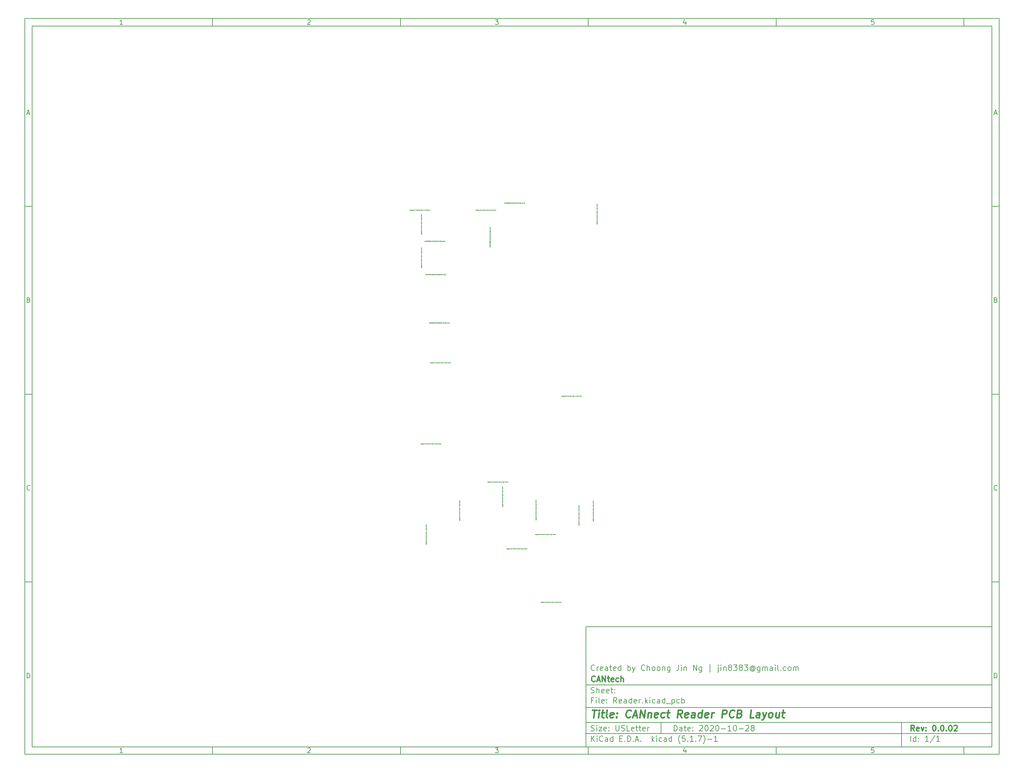
<source format=gbr>
%TF.GenerationSoftware,KiCad,Pcbnew,(5.1.7)-1*%
%TF.CreationDate,2020-10-28T10:51:59-07:00*%
%TF.ProjectId,Reader,52656164-6572-42e6-9b69-6361645f7063,0.0.02*%
%TF.SameCoordinates,Original*%
%TF.FileFunction,Other,Comment*%
%FSLAX46Y46*%
G04 Gerber Fmt 4.6, Leading zero omitted, Abs format (unit mm)*
G04 Created by KiCad (PCBNEW (5.1.7)-1) date 2020-10-28 10:51:59*
%MOMM*%
%LPD*%
G01*
G04 APERTURE LIST*
%ADD10C,0.100000*%
%ADD11C,0.150000*%
%ADD12C,0.300000*%
%ADD13C,0.400000*%
%ADD14C,0.002000*%
G04 APERTURE END LIST*
D10*
D11*
X159400000Y-171900000D02*
X159400000Y-203900000D01*
X267400000Y-203900000D01*
X267400000Y-171900000D01*
X159400000Y-171900000D01*
D10*
D11*
X10000000Y-10000000D02*
X10000000Y-205900000D01*
X269400000Y-205900000D01*
X269400000Y-10000000D01*
X10000000Y-10000000D01*
D10*
D11*
X12000000Y-12000000D02*
X12000000Y-203900000D01*
X267400000Y-203900000D01*
X267400000Y-12000000D01*
X12000000Y-12000000D01*
D10*
D11*
X60000000Y-12000000D02*
X60000000Y-10000000D01*
D10*
D11*
X110000000Y-12000000D02*
X110000000Y-10000000D01*
D10*
D11*
X160000000Y-12000000D02*
X160000000Y-10000000D01*
D10*
D11*
X210000000Y-12000000D02*
X210000000Y-10000000D01*
D10*
D11*
X260000000Y-12000000D02*
X260000000Y-10000000D01*
D10*
D11*
X36065476Y-11588095D02*
X35322619Y-11588095D01*
X35694047Y-11588095D02*
X35694047Y-10288095D01*
X35570238Y-10473809D01*
X35446428Y-10597619D01*
X35322619Y-10659523D01*
D10*
D11*
X85322619Y-10411904D02*
X85384523Y-10350000D01*
X85508333Y-10288095D01*
X85817857Y-10288095D01*
X85941666Y-10350000D01*
X86003571Y-10411904D01*
X86065476Y-10535714D01*
X86065476Y-10659523D01*
X86003571Y-10845238D01*
X85260714Y-11588095D01*
X86065476Y-11588095D01*
D10*
D11*
X135260714Y-10288095D02*
X136065476Y-10288095D01*
X135632142Y-10783333D01*
X135817857Y-10783333D01*
X135941666Y-10845238D01*
X136003571Y-10907142D01*
X136065476Y-11030952D01*
X136065476Y-11340476D01*
X136003571Y-11464285D01*
X135941666Y-11526190D01*
X135817857Y-11588095D01*
X135446428Y-11588095D01*
X135322619Y-11526190D01*
X135260714Y-11464285D01*
D10*
D11*
X185941666Y-10721428D02*
X185941666Y-11588095D01*
X185632142Y-10226190D02*
X185322619Y-11154761D01*
X186127380Y-11154761D01*
D10*
D11*
X236003571Y-10288095D02*
X235384523Y-10288095D01*
X235322619Y-10907142D01*
X235384523Y-10845238D01*
X235508333Y-10783333D01*
X235817857Y-10783333D01*
X235941666Y-10845238D01*
X236003571Y-10907142D01*
X236065476Y-11030952D01*
X236065476Y-11340476D01*
X236003571Y-11464285D01*
X235941666Y-11526190D01*
X235817857Y-11588095D01*
X235508333Y-11588095D01*
X235384523Y-11526190D01*
X235322619Y-11464285D01*
D10*
D11*
X60000000Y-203900000D02*
X60000000Y-205900000D01*
D10*
D11*
X110000000Y-203900000D02*
X110000000Y-205900000D01*
D10*
D11*
X160000000Y-203900000D02*
X160000000Y-205900000D01*
D10*
D11*
X210000000Y-203900000D02*
X210000000Y-205900000D01*
D10*
D11*
X260000000Y-203900000D02*
X260000000Y-205900000D01*
D10*
D11*
X36065476Y-205488095D02*
X35322619Y-205488095D01*
X35694047Y-205488095D02*
X35694047Y-204188095D01*
X35570238Y-204373809D01*
X35446428Y-204497619D01*
X35322619Y-204559523D01*
D10*
D11*
X85322619Y-204311904D02*
X85384523Y-204250000D01*
X85508333Y-204188095D01*
X85817857Y-204188095D01*
X85941666Y-204250000D01*
X86003571Y-204311904D01*
X86065476Y-204435714D01*
X86065476Y-204559523D01*
X86003571Y-204745238D01*
X85260714Y-205488095D01*
X86065476Y-205488095D01*
D10*
D11*
X135260714Y-204188095D02*
X136065476Y-204188095D01*
X135632142Y-204683333D01*
X135817857Y-204683333D01*
X135941666Y-204745238D01*
X136003571Y-204807142D01*
X136065476Y-204930952D01*
X136065476Y-205240476D01*
X136003571Y-205364285D01*
X135941666Y-205426190D01*
X135817857Y-205488095D01*
X135446428Y-205488095D01*
X135322619Y-205426190D01*
X135260714Y-205364285D01*
D10*
D11*
X185941666Y-204621428D02*
X185941666Y-205488095D01*
X185632142Y-204126190D02*
X185322619Y-205054761D01*
X186127380Y-205054761D01*
D10*
D11*
X236003571Y-204188095D02*
X235384523Y-204188095D01*
X235322619Y-204807142D01*
X235384523Y-204745238D01*
X235508333Y-204683333D01*
X235817857Y-204683333D01*
X235941666Y-204745238D01*
X236003571Y-204807142D01*
X236065476Y-204930952D01*
X236065476Y-205240476D01*
X236003571Y-205364285D01*
X235941666Y-205426190D01*
X235817857Y-205488095D01*
X235508333Y-205488095D01*
X235384523Y-205426190D01*
X235322619Y-205364285D01*
D10*
D11*
X10000000Y-60000000D02*
X12000000Y-60000000D01*
D10*
D11*
X10000000Y-110000000D02*
X12000000Y-110000000D01*
D10*
D11*
X10000000Y-160000000D02*
X12000000Y-160000000D01*
D10*
D11*
X10690476Y-35216666D02*
X11309523Y-35216666D01*
X10566666Y-35588095D02*
X11000000Y-34288095D01*
X11433333Y-35588095D01*
D10*
D11*
X11092857Y-84907142D02*
X11278571Y-84969047D01*
X11340476Y-85030952D01*
X11402380Y-85154761D01*
X11402380Y-85340476D01*
X11340476Y-85464285D01*
X11278571Y-85526190D01*
X11154761Y-85588095D01*
X10659523Y-85588095D01*
X10659523Y-84288095D01*
X11092857Y-84288095D01*
X11216666Y-84350000D01*
X11278571Y-84411904D01*
X11340476Y-84535714D01*
X11340476Y-84659523D01*
X11278571Y-84783333D01*
X11216666Y-84845238D01*
X11092857Y-84907142D01*
X10659523Y-84907142D01*
D10*
D11*
X11402380Y-135464285D02*
X11340476Y-135526190D01*
X11154761Y-135588095D01*
X11030952Y-135588095D01*
X10845238Y-135526190D01*
X10721428Y-135402380D01*
X10659523Y-135278571D01*
X10597619Y-135030952D01*
X10597619Y-134845238D01*
X10659523Y-134597619D01*
X10721428Y-134473809D01*
X10845238Y-134350000D01*
X11030952Y-134288095D01*
X11154761Y-134288095D01*
X11340476Y-134350000D01*
X11402380Y-134411904D01*
D10*
D11*
X10659523Y-185588095D02*
X10659523Y-184288095D01*
X10969047Y-184288095D01*
X11154761Y-184350000D01*
X11278571Y-184473809D01*
X11340476Y-184597619D01*
X11402380Y-184845238D01*
X11402380Y-185030952D01*
X11340476Y-185278571D01*
X11278571Y-185402380D01*
X11154761Y-185526190D01*
X10969047Y-185588095D01*
X10659523Y-185588095D01*
D10*
D11*
X269400000Y-60000000D02*
X267400000Y-60000000D01*
D10*
D11*
X269400000Y-110000000D02*
X267400000Y-110000000D01*
D10*
D11*
X269400000Y-160000000D02*
X267400000Y-160000000D01*
D10*
D11*
X268090476Y-35216666D02*
X268709523Y-35216666D01*
X267966666Y-35588095D02*
X268400000Y-34288095D01*
X268833333Y-35588095D01*
D10*
D11*
X268492857Y-84907142D02*
X268678571Y-84969047D01*
X268740476Y-85030952D01*
X268802380Y-85154761D01*
X268802380Y-85340476D01*
X268740476Y-85464285D01*
X268678571Y-85526190D01*
X268554761Y-85588095D01*
X268059523Y-85588095D01*
X268059523Y-84288095D01*
X268492857Y-84288095D01*
X268616666Y-84350000D01*
X268678571Y-84411904D01*
X268740476Y-84535714D01*
X268740476Y-84659523D01*
X268678571Y-84783333D01*
X268616666Y-84845238D01*
X268492857Y-84907142D01*
X268059523Y-84907142D01*
D10*
D11*
X268802380Y-135464285D02*
X268740476Y-135526190D01*
X268554761Y-135588095D01*
X268430952Y-135588095D01*
X268245238Y-135526190D01*
X268121428Y-135402380D01*
X268059523Y-135278571D01*
X267997619Y-135030952D01*
X267997619Y-134845238D01*
X268059523Y-134597619D01*
X268121428Y-134473809D01*
X268245238Y-134350000D01*
X268430952Y-134288095D01*
X268554761Y-134288095D01*
X268740476Y-134350000D01*
X268802380Y-134411904D01*
D10*
D11*
X268059523Y-185588095D02*
X268059523Y-184288095D01*
X268369047Y-184288095D01*
X268554761Y-184350000D01*
X268678571Y-184473809D01*
X268740476Y-184597619D01*
X268802380Y-184845238D01*
X268802380Y-185030952D01*
X268740476Y-185278571D01*
X268678571Y-185402380D01*
X268554761Y-185526190D01*
X268369047Y-185588095D01*
X268059523Y-185588095D01*
D10*
D11*
X182832142Y-199678571D02*
X182832142Y-198178571D01*
X183189285Y-198178571D01*
X183403571Y-198250000D01*
X183546428Y-198392857D01*
X183617857Y-198535714D01*
X183689285Y-198821428D01*
X183689285Y-199035714D01*
X183617857Y-199321428D01*
X183546428Y-199464285D01*
X183403571Y-199607142D01*
X183189285Y-199678571D01*
X182832142Y-199678571D01*
X184975000Y-199678571D02*
X184975000Y-198892857D01*
X184903571Y-198750000D01*
X184760714Y-198678571D01*
X184475000Y-198678571D01*
X184332142Y-198750000D01*
X184975000Y-199607142D02*
X184832142Y-199678571D01*
X184475000Y-199678571D01*
X184332142Y-199607142D01*
X184260714Y-199464285D01*
X184260714Y-199321428D01*
X184332142Y-199178571D01*
X184475000Y-199107142D01*
X184832142Y-199107142D01*
X184975000Y-199035714D01*
X185475000Y-198678571D02*
X186046428Y-198678571D01*
X185689285Y-198178571D02*
X185689285Y-199464285D01*
X185760714Y-199607142D01*
X185903571Y-199678571D01*
X186046428Y-199678571D01*
X187117857Y-199607142D02*
X186975000Y-199678571D01*
X186689285Y-199678571D01*
X186546428Y-199607142D01*
X186475000Y-199464285D01*
X186475000Y-198892857D01*
X186546428Y-198750000D01*
X186689285Y-198678571D01*
X186975000Y-198678571D01*
X187117857Y-198750000D01*
X187189285Y-198892857D01*
X187189285Y-199035714D01*
X186475000Y-199178571D01*
X187832142Y-199535714D02*
X187903571Y-199607142D01*
X187832142Y-199678571D01*
X187760714Y-199607142D01*
X187832142Y-199535714D01*
X187832142Y-199678571D01*
X187832142Y-198750000D02*
X187903571Y-198821428D01*
X187832142Y-198892857D01*
X187760714Y-198821428D01*
X187832142Y-198750000D01*
X187832142Y-198892857D01*
X189617857Y-198321428D02*
X189689285Y-198250000D01*
X189832142Y-198178571D01*
X190189285Y-198178571D01*
X190332142Y-198250000D01*
X190403571Y-198321428D01*
X190475000Y-198464285D01*
X190475000Y-198607142D01*
X190403571Y-198821428D01*
X189546428Y-199678571D01*
X190475000Y-199678571D01*
X191403571Y-198178571D02*
X191546428Y-198178571D01*
X191689285Y-198250000D01*
X191760714Y-198321428D01*
X191832142Y-198464285D01*
X191903571Y-198750000D01*
X191903571Y-199107142D01*
X191832142Y-199392857D01*
X191760714Y-199535714D01*
X191689285Y-199607142D01*
X191546428Y-199678571D01*
X191403571Y-199678571D01*
X191260714Y-199607142D01*
X191189285Y-199535714D01*
X191117857Y-199392857D01*
X191046428Y-199107142D01*
X191046428Y-198750000D01*
X191117857Y-198464285D01*
X191189285Y-198321428D01*
X191260714Y-198250000D01*
X191403571Y-198178571D01*
X192475000Y-198321428D02*
X192546428Y-198250000D01*
X192689285Y-198178571D01*
X193046428Y-198178571D01*
X193189285Y-198250000D01*
X193260714Y-198321428D01*
X193332142Y-198464285D01*
X193332142Y-198607142D01*
X193260714Y-198821428D01*
X192403571Y-199678571D01*
X193332142Y-199678571D01*
X194260714Y-198178571D02*
X194403571Y-198178571D01*
X194546428Y-198250000D01*
X194617857Y-198321428D01*
X194689285Y-198464285D01*
X194760714Y-198750000D01*
X194760714Y-199107142D01*
X194689285Y-199392857D01*
X194617857Y-199535714D01*
X194546428Y-199607142D01*
X194403571Y-199678571D01*
X194260714Y-199678571D01*
X194117857Y-199607142D01*
X194046428Y-199535714D01*
X193975000Y-199392857D01*
X193903571Y-199107142D01*
X193903571Y-198750000D01*
X193975000Y-198464285D01*
X194046428Y-198321428D01*
X194117857Y-198250000D01*
X194260714Y-198178571D01*
X195403571Y-199107142D02*
X196546428Y-199107142D01*
X198046428Y-199678571D02*
X197189285Y-199678571D01*
X197617857Y-199678571D02*
X197617857Y-198178571D01*
X197475000Y-198392857D01*
X197332142Y-198535714D01*
X197189285Y-198607142D01*
X198975000Y-198178571D02*
X199117857Y-198178571D01*
X199260714Y-198250000D01*
X199332142Y-198321428D01*
X199403571Y-198464285D01*
X199475000Y-198750000D01*
X199475000Y-199107142D01*
X199403571Y-199392857D01*
X199332142Y-199535714D01*
X199260714Y-199607142D01*
X199117857Y-199678571D01*
X198975000Y-199678571D01*
X198832142Y-199607142D01*
X198760714Y-199535714D01*
X198689285Y-199392857D01*
X198617857Y-199107142D01*
X198617857Y-198750000D01*
X198689285Y-198464285D01*
X198760714Y-198321428D01*
X198832142Y-198250000D01*
X198975000Y-198178571D01*
X200117857Y-199107142D02*
X201260714Y-199107142D01*
X201903571Y-198321428D02*
X201975000Y-198250000D01*
X202117857Y-198178571D01*
X202475000Y-198178571D01*
X202617857Y-198250000D01*
X202689285Y-198321428D01*
X202760714Y-198464285D01*
X202760714Y-198607142D01*
X202689285Y-198821428D01*
X201832142Y-199678571D01*
X202760714Y-199678571D01*
X203617857Y-198821428D02*
X203475000Y-198750000D01*
X203403571Y-198678571D01*
X203332142Y-198535714D01*
X203332142Y-198464285D01*
X203403571Y-198321428D01*
X203475000Y-198250000D01*
X203617857Y-198178571D01*
X203903571Y-198178571D01*
X204046428Y-198250000D01*
X204117857Y-198321428D01*
X204189285Y-198464285D01*
X204189285Y-198535714D01*
X204117857Y-198678571D01*
X204046428Y-198750000D01*
X203903571Y-198821428D01*
X203617857Y-198821428D01*
X203475000Y-198892857D01*
X203403571Y-198964285D01*
X203332142Y-199107142D01*
X203332142Y-199392857D01*
X203403571Y-199535714D01*
X203475000Y-199607142D01*
X203617857Y-199678571D01*
X203903571Y-199678571D01*
X204046428Y-199607142D01*
X204117857Y-199535714D01*
X204189285Y-199392857D01*
X204189285Y-199107142D01*
X204117857Y-198964285D01*
X204046428Y-198892857D01*
X203903571Y-198821428D01*
D10*
D11*
X159400000Y-200400000D02*
X267400000Y-200400000D01*
D10*
D11*
X160832142Y-202478571D02*
X160832142Y-200978571D01*
X161689285Y-202478571D02*
X161046428Y-201621428D01*
X161689285Y-200978571D02*
X160832142Y-201835714D01*
X162332142Y-202478571D02*
X162332142Y-201478571D01*
X162332142Y-200978571D02*
X162260714Y-201050000D01*
X162332142Y-201121428D01*
X162403571Y-201050000D01*
X162332142Y-200978571D01*
X162332142Y-201121428D01*
X163903571Y-202335714D02*
X163832142Y-202407142D01*
X163617857Y-202478571D01*
X163475000Y-202478571D01*
X163260714Y-202407142D01*
X163117857Y-202264285D01*
X163046428Y-202121428D01*
X162975000Y-201835714D01*
X162975000Y-201621428D01*
X163046428Y-201335714D01*
X163117857Y-201192857D01*
X163260714Y-201050000D01*
X163475000Y-200978571D01*
X163617857Y-200978571D01*
X163832142Y-201050000D01*
X163903571Y-201121428D01*
X165189285Y-202478571D02*
X165189285Y-201692857D01*
X165117857Y-201550000D01*
X164975000Y-201478571D01*
X164689285Y-201478571D01*
X164546428Y-201550000D01*
X165189285Y-202407142D02*
X165046428Y-202478571D01*
X164689285Y-202478571D01*
X164546428Y-202407142D01*
X164475000Y-202264285D01*
X164475000Y-202121428D01*
X164546428Y-201978571D01*
X164689285Y-201907142D01*
X165046428Y-201907142D01*
X165189285Y-201835714D01*
X166546428Y-202478571D02*
X166546428Y-200978571D01*
X166546428Y-202407142D02*
X166403571Y-202478571D01*
X166117857Y-202478571D01*
X165975000Y-202407142D01*
X165903571Y-202335714D01*
X165832142Y-202192857D01*
X165832142Y-201764285D01*
X165903571Y-201621428D01*
X165975000Y-201550000D01*
X166117857Y-201478571D01*
X166403571Y-201478571D01*
X166546428Y-201550000D01*
X168403571Y-201692857D02*
X168903571Y-201692857D01*
X169117857Y-202478571D02*
X168403571Y-202478571D01*
X168403571Y-200978571D01*
X169117857Y-200978571D01*
X169760714Y-202335714D02*
X169832142Y-202407142D01*
X169760714Y-202478571D01*
X169689285Y-202407142D01*
X169760714Y-202335714D01*
X169760714Y-202478571D01*
X170475000Y-202478571D02*
X170475000Y-200978571D01*
X170832142Y-200978571D01*
X171046428Y-201050000D01*
X171189285Y-201192857D01*
X171260714Y-201335714D01*
X171332142Y-201621428D01*
X171332142Y-201835714D01*
X171260714Y-202121428D01*
X171189285Y-202264285D01*
X171046428Y-202407142D01*
X170832142Y-202478571D01*
X170475000Y-202478571D01*
X171975000Y-202335714D02*
X172046428Y-202407142D01*
X171975000Y-202478571D01*
X171903571Y-202407142D01*
X171975000Y-202335714D01*
X171975000Y-202478571D01*
X172617857Y-202050000D02*
X173332142Y-202050000D01*
X172475000Y-202478571D02*
X172975000Y-200978571D01*
X173475000Y-202478571D01*
X173975000Y-202335714D02*
X174046428Y-202407142D01*
X173975000Y-202478571D01*
X173903571Y-202407142D01*
X173975000Y-202335714D01*
X173975000Y-202478571D01*
X176975000Y-202478571D02*
X176975000Y-200978571D01*
X177117857Y-201907142D02*
X177546428Y-202478571D01*
X177546428Y-201478571D02*
X176975000Y-202050000D01*
X178189285Y-202478571D02*
X178189285Y-201478571D01*
X178189285Y-200978571D02*
X178117857Y-201050000D01*
X178189285Y-201121428D01*
X178260714Y-201050000D01*
X178189285Y-200978571D01*
X178189285Y-201121428D01*
X179546428Y-202407142D02*
X179403571Y-202478571D01*
X179117857Y-202478571D01*
X178975000Y-202407142D01*
X178903571Y-202335714D01*
X178832142Y-202192857D01*
X178832142Y-201764285D01*
X178903571Y-201621428D01*
X178975000Y-201550000D01*
X179117857Y-201478571D01*
X179403571Y-201478571D01*
X179546428Y-201550000D01*
X180832142Y-202478571D02*
X180832142Y-201692857D01*
X180760714Y-201550000D01*
X180617857Y-201478571D01*
X180332142Y-201478571D01*
X180189285Y-201550000D01*
X180832142Y-202407142D02*
X180689285Y-202478571D01*
X180332142Y-202478571D01*
X180189285Y-202407142D01*
X180117857Y-202264285D01*
X180117857Y-202121428D01*
X180189285Y-201978571D01*
X180332142Y-201907142D01*
X180689285Y-201907142D01*
X180832142Y-201835714D01*
X182189285Y-202478571D02*
X182189285Y-200978571D01*
X182189285Y-202407142D02*
X182046428Y-202478571D01*
X181760714Y-202478571D01*
X181617857Y-202407142D01*
X181546428Y-202335714D01*
X181475000Y-202192857D01*
X181475000Y-201764285D01*
X181546428Y-201621428D01*
X181617857Y-201550000D01*
X181760714Y-201478571D01*
X182046428Y-201478571D01*
X182189285Y-201550000D01*
X184475000Y-203050000D02*
X184403571Y-202978571D01*
X184260714Y-202764285D01*
X184189285Y-202621428D01*
X184117857Y-202407142D01*
X184046428Y-202050000D01*
X184046428Y-201764285D01*
X184117857Y-201407142D01*
X184189285Y-201192857D01*
X184260714Y-201050000D01*
X184403571Y-200835714D01*
X184475000Y-200764285D01*
X185760714Y-200978571D02*
X185046428Y-200978571D01*
X184975000Y-201692857D01*
X185046428Y-201621428D01*
X185189285Y-201550000D01*
X185546428Y-201550000D01*
X185689285Y-201621428D01*
X185760714Y-201692857D01*
X185832142Y-201835714D01*
X185832142Y-202192857D01*
X185760714Y-202335714D01*
X185689285Y-202407142D01*
X185546428Y-202478571D01*
X185189285Y-202478571D01*
X185046428Y-202407142D01*
X184975000Y-202335714D01*
X186475000Y-202335714D02*
X186546428Y-202407142D01*
X186475000Y-202478571D01*
X186403571Y-202407142D01*
X186475000Y-202335714D01*
X186475000Y-202478571D01*
X187975000Y-202478571D02*
X187117857Y-202478571D01*
X187546428Y-202478571D02*
X187546428Y-200978571D01*
X187403571Y-201192857D01*
X187260714Y-201335714D01*
X187117857Y-201407142D01*
X188617857Y-202335714D02*
X188689285Y-202407142D01*
X188617857Y-202478571D01*
X188546428Y-202407142D01*
X188617857Y-202335714D01*
X188617857Y-202478571D01*
X189189285Y-200978571D02*
X190189285Y-200978571D01*
X189546428Y-202478571D01*
X190617857Y-203050000D02*
X190689285Y-202978571D01*
X190832142Y-202764285D01*
X190903571Y-202621428D01*
X190975000Y-202407142D01*
X191046428Y-202050000D01*
X191046428Y-201764285D01*
X190975000Y-201407142D01*
X190903571Y-201192857D01*
X190832142Y-201050000D01*
X190689285Y-200835714D01*
X190617857Y-200764285D01*
X191760714Y-201907142D02*
X192903571Y-201907142D01*
X194403571Y-202478571D02*
X193546428Y-202478571D01*
X193975000Y-202478571D02*
X193975000Y-200978571D01*
X193832142Y-201192857D01*
X193689285Y-201335714D01*
X193546428Y-201407142D01*
D10*
D11*
X159400000Y-197400000D02*
X267400000Y-197400000D01*
D10*
D12*
X246809285Y-199678571D02*
X246309285Y-198964285D01*
X245952142Y-199678571D02*
X245952142Y-198178571D01*
X246523571Y-198178571D01*
X246666428Y-198250000D01*
X246737857Y-198321428D01*
X246809285Y-198464285D01*
X246809285Y-198678571D01*
X246737857Y-198821428D01*
X246666428Y-198892857D01*
X246523571Y-198964285D01*
X245952142Y-198964285D01*
X248023571Y-199607142D02*
X247880714Y-199678571D01*
X247595000Y-199678571D01*
X247452142Y-199607142D01*
X247380714Y-199464285D01*
X247380714Y-198892857D01*
X247452142Y-198750000D01*
X247595000Y-198678571D01*
X247880714Y-198678571D01*
X248023571Y-198750000D01*
X248095000Y-198892857D01*
X248095000Y-199035714D01*
X247380714Y-199178571D01*
X248595000Y-198678571D02*
X248952142Y-199678571D01*
X249309285Y-198678571D01*
X249880714Y-199535714D02*
X249952142Y-199607142D01*
X249880714Y-199678571D01*
X249809285Y-199607142D01*
X249880714Y-199535714D01*
X249880714Y-199678571D01*
X249880714Y-198750000D02*
X249952142Y-198821428D01*
X249880714Y-198892857D01*
X249809285Y-198821428D01*
X249880714Y-198750000D01*
X249880714Y-198892857D01*
X252023571Y-198178571D02*
X252166428Y-198178571D01*
X252309285Y-198250000D01*
X252380714Y-198321428D01*
X252452142Y-198464285D01*
X252523571Y-198750000D01*
X252523571Y-199107142D01*
X252452142Y-199392857D01*
X252380714Y-199535714D01*
X252309285Y-199607142D01*
X252166428Y-199678571D01*
X252023571Y-199678571D01*
X251880714Y-199607142D01*
X251809285Y-199535714D01*
X251737857Y-199392857D01*
X251666428Y-199107142D01*
X251666428Y-198750000D01*
X251737857Y-198464285D01*
X251809285Y-198321428D01*
X251880714Y-198250000D01*
X252023571Y-198178571D01*
X253166428Y-199535714D02*
X253237857Y-199607142D01*
X253166428Y-199678571D01*
X253095000Y-199607142D01*
X253166428Y-199535714D01*
X253166428Y-199678571D01*
X254166428Y-198178571D02*
X254309285Y-198178571D01*
X254452142Y-198250000D01*
X254523571Y-198321428D01*
X254595000Y-198464285D01*
X254666428Y-198750000D01*
X254666428Y-199107142D01*
X254595000Y-199392857D01*
X254523571Y-199535714D01*
X254452142Y-199607142D01*
X254309285Y-199678571D01*
X254166428Y-199678571D01*
X254023571Y-199607142D01*
X253952142Y-199535714D01*
X253880714Y-199392857D01*
X253809285Y-199107142D01*
X253809285Y-198750000D01*
X253880714Y-198464285D01*
X253952142Y-198321428D01*
X254023571Y-198250000D01*
X254166428Y-198178571D01*
X255309285Y-199535714D02*
X255380714Y-199607142D01*
X255309285Y-199678571D01*
X255237857Y-199607142D01*
X255309285Y-199535714D01*
X255309285Y-199678571D01*
X256309285Y-198178571D02*
X256452142Y-198178571D01*
X256595000Y-198250000D01*
X256666428Y-198321428D01*
X256737857Y-198464285D01*
X256809285Y-198750000D01*
X256809285Y-199107142D01*
X256737857Y-199392857D01*
X256666428Y-199535714D01*
X256595000Y-199607142D01*
X256452142Y-199678571D01*
X256309285Y-199678571D01*
X256166428Y-199607142D01*
X256095000Y-199535714D01*
X256023571Y-199392857D01*
X255952142Y-199107142D01*
X255952142Y-198750000D01*
X256023571Y-198464285D01*
X256095000Y-198321428D01*
X256166428Y-198250000D01*
X256309285Y-198178571D01*
X257380714Y-198321428D02*
X257452142Y-198250000D01*
X257595000Y-198178571D01*
X257952142Y-198178571D01*
X258095000Y-198250000D01*
X258166428Y-198321428D01*
X258237857Y-198464285D01*
X258237857Y-198607142D01*
X258166428Y-198821428D01*
X257309285Y-199678571D01*
X258237857Y-199678571D01*
D10*
D11*
X160760714Y-199607142D02*
X160975000Y-199678571D01*
X161332142Y-199678571D01*
X161475000Y-199607142D01*
X161546428Y-199535714D01*
X161617857Y-199392857D01*
X161617857Y-199250000D01*
X161546428Y-199107142D01*
X161475000Y-199035714D01*
X161332142Y-198964285D01*
X161046428Y-198892857D01*
X160903571Y-198821428D01*
X160832142Y-198750000D01*
X160760714Y-198607142D01*
X160760714Y-198464285D01*
X160832142Y-198321428D01*
X160903571Y-198250000D01*
X161046428Y-198178571D01*
X161403571Y-198178571D01*
X161617857Y-198250000D01*
X162260714Y-199678571D02*
X162260714Y-198678571D01*
X162260714Y-198178571D02*
X162189285Y-198250000D01*
X162260714Y-198321428D01*
X162332142Y-198250000D01*
X162260714Y-198178571D01*
X162260714Y-198321428D01*
X162832142Y-198678571D02*
X163617857Y-198678571D01*
X162832142Y-199678571D01*
X163617857Y-199678571D01*
X164760714Y-199607142D02*
X164617857Y-199678571D01*
X164332142Y-199678571D01*
X164189285Y-199607142D01*
X164117857Y-199464285D01*
X164117857Y-198892857D01*
X164189285Y-198750000D01*
X164332142Y-198678571D01*
X164617857Y-198678571D01*
X164760714Y-198750000D01*
X164832142Y-198892857D01*
X164832142Y-199035714D01*
X164117857Y-199178571D01*
X165475000Y-199535714D02*
X165546428Y-199607142D01*
X165475000Y-199678571D01*
X165403571Y-199607142D01*
X165475000Y-199535714D01*
X165475000Y-199678571D01*
X165475000Y-198750000D02*
X165546428Y-198821428D01*
X165475000Y-198892857D01*
X165403571Y-198821428D01*
X165475000Y-198750000D01*
X165475000Y-198892857D01*
X167332142Y-198178571D02*
X167332142Y-199392857D01*
X167403571Y-199535714D01*
X167475000Y-199607142D01*
X167617857Y-199678571D01*
X167903571Y-199678571D01*
X168046428Y-199607142D01*
X168117857Y-199535714D01*
X168189285Y-199392857D01*
X168189285Y-198178571D01*
X168832142Y-199607142D02*
X169046428Y-199678571D01*
X169403571Y-199678571D01*
X169546428Y-199607142D01*
X169617857Y-199535714D01*
X169689285Y-199392857D01*
X169689285Y-199250000D01*
X169617857Y-199107142D01*
X169546428Y-199035714D01*
X169403571Y-198964285D01*
X169117857Y-198892857D01*
X168975000Y-198821428D01*
X168903571Y-198750000D01*
X168832142Y-198607142D01*
X168832142Y-198464285D01*
X168903571Y-198321428D01*
X168975000Y-198250000D01*
X169117857Y-198178571D01*
X169475000Y-198178571D01*
X169689285Y-198250000D01*
X171046428Y-199678571D02*
X170332142Y-199678571D01*
X170332142Y-198178571D01*
X172117857Y-199607142D02*
X171975000Y-199678571D01*
X171689285Y-199678571D01*
X171546428Y-199607142D01*
X171475000Y-199464285D01*
X171475000Y-198892857D01*
X171546428Y-198750000D01*
X171689285Y-198678571D01*
X171975000Y-198678571D01*
X172117857Y-198750000D01*
X172189285Y-198892857D01*
X172189285Y-199035714D01*
X171475000Y-199178571D01*
X172617857Y-198678571D02*
X173189285Y-198678571D01*
X172832142Y-198178571D02*
X172832142Y-199464285D01*
X172903571Y-199607142D01*
X173046428Y-199678571D01*
X173189285Y-199678571D01*
X173475000Y-198678571D02*
X174046428Y-198678571D01*
X173689285Y-198178571D02*
X173689285Y-199464285D01*
X173760714Y-199607142D01*
X173903571Y-199678571D01*
X174046428Y-199678571D01*
X175117857Y-199607142D02*
X174975000Y-199678571D01*
X174689285Y-199678571D01*
X174546428Y-199607142D01*
X174475000Y-199464285D01*
X174475000Y-198892857D01*
X174546428Y-198750000D01*
X174689285Y-198678571D01*
X174975000Y-198678571D01*
X175117857Y-198750000D01*
X175189285Y-198892857D01*
X175189285Y-199035714D01*
X174475000Y-199178571D01*
X175832142Y-199678571D02*
X175832142Y-198678571D01*
X175832142Y-198964285D02*
X175903571Y-198821428D01*
X175975000Y-198750000D01*
X176117857Y-198678571D01*
X176260714Y-198678571D01*
D10*
D11*
X245832142Y-202478571D02*
X245832142Y-200978571D01*
X247189285Y-202478571D02*
X247189285Y-200978571D01*
X247189285Y-202407142D02*
X247046428Y-202478571D01*
X246760714Y-202478571D01*
X246617857Y-202407142D01*
X246546428Y-202335714D01*
X246475000Y-202192857D01*
X246475000Y-201764285D01*
X246546428Y-201621428D01*
X246617857Y-201550000D01*
X246760714Y-201478571D01*
X247046428Y-201478571D01*
X247189285Y-201550000D01*
X247903571Y-202335714D02*
X247975000Y-202407142D01*
X247903571Y-202478571D01*
X247832142Y-202407142D01*
X247903571Y-202335714D01*
X247903571Y-202478571D01*
X247903571Y-201550000D02*
X247975000Y-201621428D01*
X247903571Y-201692857D01*
X247832142Y-201621428D01*
X247903571Y-201550000D01*
X247903571Y-201692857D01*
X250546428Y-202478571D02*
X249689285Y-202478571D01*
X250117857Y-202478571D02*
X250117857Y-200978571D01*
X249975000Y-201192857D01*
X249832142Y-201335714D01*
X249689285Y-201407142D01*
X252260714Y-200907142D02*
X250975000Y-202835714D01*
X253546428Y-202478571D02*
X252689285Y-202478571D01*
X253117857Y-202478571D02*
X253117857Y-200978571D01*
X252975000Y-201192857D01*
X252832142Y-201335714D01*
X252689285Y-201407142D01*
D10*
D11*
X159400000Y-193400000D02*
X267400000Y-193400000D01*
D10*
D13*
X161112380Y-194104761D02*
X162255238Y-194104761D01*
X161433809Y-196104761D02*
X161683809Y-194104761D01*
X162671904Y-196104761D02*
X162838571Y-194771428D01*
X162921904Y-194104761D02*
X162814761Y-194200000D01*
X162898095Y-194295238D01*
X163005238Y-194200000D01*
X162921904Y-194104761D01*
X162898095Y-194295238D01*
X163505238Y-194771428D02*
X164267142Y-194771428D01*
X163874285Y-194104761D02*
X163660000Y-195819047D01*
X163731428Y-196009523D01*
X163910000Y-196104761D01*
X164100476Y-196104761D01*
X165052857Y-196104761D02*
X164874285Y-196009523D01*
X164802857Y-195819047D01*
X165017142Y-194104761D01*
X166588571Y-196009523D02*
X166386190Y-196104761D01*
X166005238Y-196104761D01*
X165826666Y-196009523D01*
X165755238Y-195819047D01*
X165850476Y-195057142D01*
X165969523Y-194866666D01*
X166171904Y-194771428D01*
X166552857Y-194771428D01*
X166731428Y-194866666D01*
X166802857Y-195057142D01*
X166779047Y-195247619D01*
X165802857Y-195438095D01*
X167552857Y-195914285D02*
X167636190Y-196009523D01*
X167529047Y-196104761D01*
X167445714Y-196009523D01*
X167552857Y-195914285D01*
X167529047Y-196104761D01*
X167683809Y-194866666D02*
X167767142Y-194961904D01*
X167660000Y-195057142D01*
X167576666Y-194961904D01*
X167683809Y-194866666D01*
X167660000Y-195057142D01*
X171171904Y-195914285D02*
X171064761Y-196009523D01*
X170767142Y-196104761D01*
X170576666Y-196104761D01*
X170302857Y-196009523D01*
X170136190Y-195819047D01*
X170064761Y-195628571D01*
X170017142Y-195247619D01*
X170052857Y-194961904D01*
X170195714Y-194580952D01*
X170314761Y-194390476D01*
X170529047Y-194200000D01*
X170826666Y-194104761D01*
X171017142Y-194104761D01*
X171290952Y-194200000D01*
X171374285Y-194295238D01*
X171981428Y-195533333D02*
X172933809Y-195533333D01*
X171719523Y-196104761D02*
X172636190Y-194104761D01*
X173052857Y-196104761D01*
X173719523Y-196104761D02*
X173969523Y-194104761D01*
X174862380Y-196104761D01*
X175112380Y-194104761D01*
X175981428Y-194771428D02*
X175814761Y-196104761D01*
X175957619Y-194961904D02*
X176064761Y-194866666D01*
X176267142Y-194771428D01*
X176552857Y-194771428D01*
X176731428Y-194866666D01*
X176802857Y-195057142D01*
X176671904Y-196104761D01*
X178398095Y-196009523D02*
X178195714Y-196104761D01*
X177814761Y-196104761D01*
X177636190Y-196009523D01*
X177564761Y-195819047D01*
X177660000Y-195057142D01*
X177779047Y-194866666D01*
X177981428Y-194771428D01*
X178362380Y-194771428D01*
X178540952Y-194866666D01*
X178612380Y-195057142D01*
X178588571Y-195247619D01*
X177612380Y-195438095D01*
X180207619Y-196009523D02*
X180005238Y-196104761D01*
X179624285Y-196104761D01*
X179445714Y-196009523D01*
X179362380Y-195914285D01*
X179290952Y-195723809D01*
X179362380Y-195152380D01*
X179481428Y-194961904D01*
X179588571Y-194866666D01*
X179790952Y-194771428D01*
X180171904Y-194771428D01*
X180350476Y-194866666D01*
X180933809Y-194771428D02*
X181695714Y-194771428D01*
X181302857Y-194104761D02*
X181088571Y-195819047D01*
X181160000Y-196009523D01*
X181338571Y-196104761D01*
X181529047Y-196104761D01*
X184862380Y-196104761D02*
X184314761Y-195152380D01*
X183719523Y-196104761D02*
X183969523Y-194104761D01*
X184731428Y-194104761D01*
X184910000Y-194200000D01*
X184993333Y-194295238D01*
X185064761Y-194485714D01*
X185029047Y-194771428D01*
X184910000Y-194961904D01*
X184802857Y-195057142D01*
X184600476Y-195152380D01*
X183838571Y-195152380D01*
X186493333Y-196009523D02*
X186290952Y-196104761D01*
X185910000Y-196104761D01*
X185731428Y-196009523D01*
X185660000Y-195819047D01*
X185755238Y-195057142D01*
X185874285Y-194866666D01*
X186076666Y-194771428D01*
X186457619Y-194771428D01*
X186636190Y-194866666D01*
X186707619Y-195057142D01*
X186683809Y-195247619D01*
X185707619Y-195438095D01*
X188290952Y-196104761D02*
X188421904Y-195057142D01*
X188350476Y-194866666D01*
X188171904Y-194771428D01*
X187790952Y-194771428D01*
X187588571Y-194866666D01*
X188302857Y-196009523D02*
X188100476Y-196104761D01*
X187624285Y-196104761D01*
X187445714Y-196009523D01*
X187374285Y-195819047D01*
X187398095Y-195628571D01*
X187517142Y-195438095D01*
X187719523Y-195342857D01*
X188195714Y-195342857D01*
X188398095Y-195247619D01*
X190100476Y-196104761D02*
X190350476Y-194104761D01*
X190112380Y-196009523D02*
X189910000Y-196104761D01*
X189529047Y-196104761D01*
X189350476Y-196009523D01*
X189267142Y-195914285D01*
X189195714Y-195723809D01*
X189267142Y-195152380D01*
X189386190Y-194961904D01*
X189493333Y-194866666D01*
X189695714Y-194771428D01*
X190076666Y-194771428D01*
X190255238Y-194866666D01*
X191826666Y-196009523D02*
X191624285Y-196104761D01*
X191243333Y-196104761D01*
X191064761Y-196009523D01*
X190993333Y-195819047D01*
X191088571Y-195057142D01*
X191207619Y-194866666D01*
X191410000Y-194771428D01*
X191790952Y-194771428D01*
X191969523Y-194866666D01*
X192040952Y-195057142D01*
X192017142Y-195247619D01*
X191040952Y-195438095D01*
X192767142Y-196104761D02*
X192933809Y-194771428D01*
X192886190Y-195152380D02*
X193005238Y-194961904D01*
X193112380Y-194866666D01*
X193314761Y-194771428D01*
X193505238Y-194771428D01*
X195529047Y-196104761D02*
X195779047Y-194104761D01*
X196540952Y-194104761D01*
X196719523Y-194200000D01*
X196802857Y-194295238D01*
X196874285Y-194485714D01*
X196838571Y-194771428D01*
X196719523Y-194961904D01*
X196612380Y-195057142D01*
X196410000Y-195152380D01*
X195648095Y-195152380D01*
X198695714Y-195914285D02*
X198588571Y-196009523D01*
X198290952Y-196104761D01*
X198100476Y-196104761D01*
X197826666Y-196009523D01*
X197660000Y-195819047D01*
X197588571Y-195628571D01*
X197540952Y-195247619D01*
X197576666Y-194961904D01*
X197719523Y-194580952D01*
X197838571Y-194390476D01*
X198052857Y-194200000D01*
X198350476Y-194104761D01*
X198540952Y-194104761D01*
X198814761Y-194200000D01*
X198898095Y-194295238D01*
X200326666Y-195057142D02*
X200600476Y-195152380D01*
X200683809Y-195247619D01*
X200755238Y-195438095D01*
X200719523Y-195723809D01*
X200600476Y-195914285D01*
X200493333Y-196009523D01*
X200290952Y-196104761D01*
X199529047Y-196104761D01*
X199779047Y-194104761D01*
X200445714Y-194104761D01*
X200624285Y-194200000D01*
X200707619Y-194295238D01*
X200779047Y-194485714D01*
X200755238Y-194676190D01*
X200636190Y-194866666D01*
X200529047Y-194961904D01*
X200326666Y-195057142D01*
X199660000Y-195057142D01*
X204005238Y-196104761D02*
X203052857Y-196104761D01*
X203302857Y-194104761D01*
X205529047Y-196104761D02*
X205660000Y-195057142D01*
X205588571Y-194866666D01*
X205410000Y-194771428D01*
X205029047Y-194771428D01*
X204826666Y-194866666D01*
X205540952Y-196009523D02*
X205338571Y-196104761D01*
X204862380Y-196104761D01*
X204683809Y-196009523D01*
X204612380Y-195819047D01*
X204636190Y-195628571D01*
X204755238Y-195438095D01*
X204957619Y-195342857D01*
X205433809Y-195342857D01*
X205636190Y-195247619D01*
X206457619Y-194771428D02*
X206767142Y-196104761D01*
X207410000Y-194771428D02*
X206767142Y-196104761D01*
X206517142Y-196580952D01*
X206410000Y-196676190D01*
X206207619Y-196771428D01*
X208290952Y-196104761D02*
X208112380Y-196009523D01*
X208029047Y-195914285D01*
X207957619Y-195723809D01*
X208029047Y-195152380D01*
X208148095Y-194961904D01*
X208255238Y-194866666D01*
X208457619Y-194771428D01*
X208743333Y-194771428D01*
X208921904Y-194866666D01*
X209005238Y-194961904D01*
X209076666Y-195152380D01*
X209005238Y-195723809D01*
X208886190Y-195914285D01*
X208779047Y-196009523D01*
X208576666Y-196104761D01*
X208290952Y-196104761D01*
X210838571Y-194771428D02*
X210671904Y-196104761D01*
X209981428Y-194771428D02*
X209850476Y-195819047D01*
X209921904Y-196009523D01*
X210100476Y-196104761D01*
X210386190Y-196104761D01*
X210588571Y-196009523D01*
X210695714Y-195914285D01*
X211505238Y-194771428D02*
X212267142Y-194771428D01*
X211874285Y-194104761D02*
X211659999Y-195819047D01*
X211731428Y-196009523D01*
X211909999Y-196104761D01*
X212100476Y-196104761D01*
D10*
D11*
X161332142Y-191492857D02*
X160832142Y-191492857D01*
X160832142Y-192278571D02*
X160832142Y-190778571D01*
X161546428Y-190778571D01*
X162117857Y-192278571D02*
X162117857Y-191278571D01*
X162117857Y-190778571D02*
X162046428Y-190850000D01*
X162117857Y-190921428D01*
X162189285Y-190850000D01*
X162117857Y-190778571D01*
X162117857Y-190921428D01*
X163046428Y-192278571D02*
X162903571Y-192207142D01*
X162832142Y-192064285D01*
X162832142Y-190778571D01*
X164189285Y-192207142D02*
X164046428Y-192278571D01*
X163760714Y-192278571D01*
X163617857Y-192207142D01*
X163546428Y-192064285D01*
X163546428Y-191492857D01*
X163617857Y-191350000D01*
X163760714Y-191278571D01*
X164046428Y-191278571D01*
X164189285Y-191350000D01*
X164260714Y-191492857D01*
X164260714Y-191635714D01*
X163546428Y-191778571D01*
X164903571Y-192135714D02*
X164975000Y-192207142D01*
X164903571Y-192278571D01*
X164832142Y-192207142D01*
X164903571Y-192135714D01*
X164903571Y-192278571D01*
X164903571Y-191350000D02*
X164975000Y-191421428D01*
X164903571Y-191492857D01*
X164832142Y-191421428D01*
X164903571Y-191350000D01*
X164903571Y-191492857D01*
X167617857Y-192278571D02*
X167117857Y-191564285D01*
X166760714Y-192278571D02*
X166760714Y-190778571D01*
X167332142Y-190778571D01*
X167475000Y-190850000D01*
X167546428Y-190921428D01*
X167617857Y-191064285D01*
X167617857Y-191278571D01*
X167546428Y-191421428D01*
X167475000Y-191492857D01*
X167332142Y-191564285D01*
X166760714Y-191564285D01*
X168832142Y-192207142D02*
X168689285Y-192278571D01*
X168403571Y-192278571D01*
X168260714Y-192207142D01*
X168189285Y-192064285D01*
X168189285Y-191492857D01*
X168260714Y-191350000D01*
X168403571Y-191278571D01*
X168689285Y-191278571D01*
X168832142Y-191350000D01*
X168903571Y-191492857D01*
X168903571Y-191635714D01*
X168189285Y-191778571D01*
X170189285Y-192278571D02*
X170189285Y-191492857D01*
X170117857Y-191350000D01*
X169975000Y-191278571D01*
X169689285Y-191278571D01*
X169546428Y-191350000D01*
X170189285Y-192207142D02*
X170046428Y-192278571D01*
X169689285Y-192278571D01*
X169546428Y-192207142D01*
X169475000Y-192064285D01*
X169475000Y-191921428D01*
X169546428Y-191778571D01*
X169689285Y-191707142D01*
X170046428Y-191707142D01*
X170189285Y-191635714D01*
X171546428Y-192278571D02*
X171546428Y-190778571D01*
X171546428Y-192207142D02*
X171403571Y-192278571D01*
X171117857Y-192278571D01*
X170975000Y-192207142D01*
X170903571Y-192135714D01*
X170832142Y-191992857D01*
X170832142Y-191564285D01*
X170903571Y-191421428D01*
X170975000Y-191350000D01*
X171117857Y-191278571D01*
X171403571Y-191278571D01*
X171546428Y-191350000D01*
X172832142Y-192207142D02*
X172689285Y-192278571D01*
X172403571Y-192278571D01*
X172260714Y-192207142D01*
X172189285Y-192064285D01*
X172189285Y-191492857D01*
X172260714Y-191350000D01*
X172403571Y-191278571D01*
X172689285Y-191278571D01*
X172832142Y-191350000D01*
X172903571Y-191492857D01*
X172903571Y-191635714D01*
X172189285Y-191778571D01*
X173546428Y-192278571D02*
X173546428Y-191278571D01*
X173546428Y-191564285D02*
X173617857Y-191421428D01*
X173689285Y-191350000D01*
X173832142Y-191278571D01*
X173975000Y-191278571D01*
X174475000Y-192135714D02*
X174546428Y-192207142D01*
X174475000Y-192278571D01*
X174403571Y-192207142D01*
X174475000Y-192135714D01*
X174475000Y-192278571D01*
X175189285Y-192278571D02*
X175189285Y-190778571D01*
X175332142Y-191707142D02*
X175760714Y-192278571D01*
X175760714Y-191278571D02*
X175189285Y-191850000D01*
X176403571Y-192278571D02*
X176403571Y-191278571D01*
X176403571Y-190778571D02*
X176332142Y-190850000D01*
X176403571Y-190921428D01*
X176475000Y-190850000D01*
X176403571Y-190778571D01*
X176403571Y-190921428D01*
X177760714Y-192207142D02*
X177617857Y-192278571D01*
X177332142Y-192278571D01*
X177189285Y-192207142D01*
X177117857Y-192135714D01*
X177046428Y-191992857D01*
X177046428Y-191564285D01*
X177117857Y-191421428D01*
X177189285Y-191350000D01*
X177332142Y-191278571D01*
X177617857Y-191278571D01*
X177760714Y-191350000D01*
X179046428Y-192278571D02*
X179046428Y-191492857D01*
X178975000Y-191350000D01*
X178832142Y-191278571D01*
X178546428Y-191278571D01*
X178403571Y-191350000D01*
X179046428Y-192207142D02*
X178903571Y-192278571D01*
X178546428Y-192278571D01*
X178403571Y-192207142D01*
X178332142Y-192064285D01*
X178332142Y-191921428D01*
X178403571Y-191778571D01*
X178546428Y-191707142D01*
X178903571Y-191707142D01*
X179046428Y-191635714D01*
X180403571Y-192278571D02*
X180403571Y-190778571D01*
X180403571Y-192207142D02*
X180260714Y-192278571D01*
X179975000Y-192278571D01*
X179832142Y-192207142D01*
X179760714Y-192135714D01*
X179689285Y-191992857D01*
X179689285Y-191564285D01*
X179760714Y-191421428D01*
X179832142Y-191350000D01*
X179975000Y-191278571D01*
X180260714Y-191278571D01*
X180403571Y-191350000D01*
X180760714Y-192421428D02*
X181903571Y-192421428D01*
X182260714Y-191278571D02*
X182260714Y-192778571D01*
X182260714Y-191350000D02*
X182403571Y-191278571D01*
X182689285Y-191278571D01*
X182832142Y-191350000D01*
X182903571Y-191421428D01*
X182975000Y-191564285D01*
X182975000Y-191992857D01*
X182903571Y-192135714D01*
X182832142Y-192207142D01*
X182689285Y-192278571D01*
X182403571Y-192278571D01*
X182260714Y-192207142D01*
X184260714Y-192207142D02*
X184117857Y-192278571D01*
X183832142Y-192278571D01*
X183689285Y-192207142D01*
X183617857Y-192135714D01*
X183546428Y-191992857D01*
X183546428Y-191564285D01*
X183617857Y-191421428D01*
X183689285Y-191350000D01*
X183832142Y-191278571D01*
X184117857Y-191278571D01*
X184260714Y-191350000D01*
X184903571Y-192278571D02*
X184903571Y-190778571D01*
X184903571Y-191350000D02*
X185046428Y-191278571D01*
X185332142Y-191278571D01*
X185475000Y-191350000D01*
X185546428Y-191421428D01*
X185617857Y-191564285D01*
X185617857Y-191992857D01*
X185546428Y-192135714D01*
X185475000Y-192207142D01*
X185332142Y-192278571D01*
X185046428Y-192278571D01*
X184903571Y-192207142D01*
D10*
D11*
X159400000Y-187400000D02*
X267400000Y-187400000D01*
D10*
D11*
X160760714Y-189507142D02*
X160975000Y-189578571D01*
X161332142Y-189578571D01*
X161475000Y-189507142D01*
X161546428Y-189435714D01*
X161617857Y-189292857D01*
X161617857Y-189150000D01*
X161546428Y-189007142D01*
X161475000Y-188935714D01*
X161332142Y-188864285D01*
X161046428Y-188792857D01*
X160903571Y-188721428D01*
X160832142Y-188650000D01*
X160760714Y-188507142D01*
X160760714Y-188364285D01*
X160832142Y-188221428D01*
X160903571Y-188150000D01*
X161046428Y-188078571D01*
X161403571Y-188078571D01*
X161617857Y-188150000D01*
X162260714Y-189578571D02*
X162260714Y-188078571D01*
X162903571Y-189578571D02*
X162903571Y-188792857D01*
X162832142Y-188650000D01*
X162689285Y-188578571D01*
X162475000Y-188578571D01*
X162332142Y-188650000D01*
X162260714Y-188721428D01*
X164189285Y-189507142D02*
X164046428Y-189578571D01*
X163760714Y-189578571D01*
X163617857Y-189507142D01*
X163546428Y-189364285D01*
X163546428Y-188792857D01*
X163617857Y-188650000D01*
X163760714Y-188578571D01*
X164046428Y-188578571D01*
X164189285Y-188650000D01*
X164260714Y-188792857D01*
X164260714Y-188935714D01*
X163546428Y-189078571D01*
X165475000Y-189507142D02*
X165332142Y-189578571D01*
X165046428Y-189578571D01*
X164903571Y-189507142D01*
X164832142Y-189364285D01*
X164832142Y-188792857D01*
X164903571Y-188650000D01*
X165046428Y-188578571D01*
X165332142Y-188578571D01*
X165475000Y-188650000D01*
X165546428Y-188792857D01*
X165546428Y-188935714D01*
X164832142Y-189078571D01*
X165975000Y-188578571D02*
X166546428Y-188578571D01*
X166189285Y-188078571D02*
X166189285Y-189364285D01*
X166260714Y-189507142D01*
X166403571Y-189578571D01*
X166546428Y-189578571D01*
X167046428Y-189435714D02*
X167117857Y-189507142D01*
X167046428Y-189578571D01*
X166975000Y-189507142D01*
X167046428Y-189435714D01*
X167046428Y-189578571D01*
X167046428Y-188650000D02*
X167117857Y-188721428D01*
X167046428Y-188792857D01*
X166975000Y-188721428D01*
X167046428Y-188650000D01*
X167046428Y-188792857D01*
D10*
D12*
X161809285Y-186435714D02*
X161737857Y-186507142D01*
X161523571Y-186578571D01*
X161380714Y-186578571D01*
X161166428Y-186507142D01*
X161023571Y-186364285D01*
X160952142Y-186221428D01*
X160880714Y-185935714D01*
X160880714Y-185721428D01*
X160952142Y-185435714D01*
X161023571Y-185292857D01*
X161166428Y-185150000D01*
X161380714Y-185078571D01*
X161523571Y-185078571D01*
X161737857Y-185150000D01*
X161809285Y-185221428D01*
X162380714Y-186150000D02*
X163095000Y-186150000D01*
X162237857Y-186578571D02*
X162737857Y-185078571D01*
X163237857Y-186578571D01*
X163737857Y-186578571D02*
X163737857Y-185078571D01*
X164595000Y-186578571D01*
X164595000Y-185078571D01*
X165095000Y-185578571D02*
X165666428Y-185578571D01*
X165309285Y-185078571D02*
X165309285Y-186364285D01*
X165380714Y-186507142D01*
X165523571Y-186578571D01*
X165666428Y-186578571D01*
X166737857Y-186507142D02*
X166595000Y-186578571D01*
X166309285Y-186578571D01*
X166166428Y-186507142D01*
X166095000Y-186364285D01*
X166095000Y-185792857D01*
X166166428Y-185650000D01*
X166309285Y-185578571D01*
X166595000Y-185578571D01*
X166737857Y-185650000D01*
X166809285Y-185792857D01*
X166809285Y-185935714D01*
X166095000Y-186078571D01*
X168095000Y-186507142D02*
X167952142Y-186578571D01*
X167666428Y-186578571D01*
X167523571Y-186507142D01*
X167452142Y-186435714D01*
X167380714Y-186292857D01*
X167380714Y-185864285D01*
X167452142Y-185721428D01*
X167523571Y-185650000D01*
X167666428Y-185578571D01*
X167952142Y-185578571D01*
X168095000Y-185650000D01*
X168737857Y-186578571D02*
X168737857Y-185078571D01*
X169380714Y-186578571D02*
X169380714Y-185792857D01*
X169309285Y-185650000D01*
X169166428Y-185578571D01*
X168952142Y-185578571D01*
X168809285Y-185650000D01*
X168737857Y-185721428D01*
D10*
D11*
X161689285Y-183435714D02*
X161617857Y-183507142D01*
X161403571Y-183578571D01*
X161260714Y-183578571D01*
X161046428Y-183507142D01*
X160903571Y-183364285D01*
X160832142Y-183221428D01*
X160760714Y-182935714D01*
X160760714Y-182721428D01*
X160832142Y-182435714D01*
X160903571Y-182292857D01*
X161046428Y-182150000D01*
X161260714Y-182078571D01*
X161403571Y-182078571D01*
X161617857Y-182150000D01*
X161689285Y-182221428D01*
X162332142Y-183578571D02*
X162332142Y-182578571D01*
X162332142Y-182864285D02*
X162403571Y-182721428D01*
X162475000Y-182650000D01*
X162617857Y-182578571D01*
X162760714Y-182578571D01*
X163832142Y-183507142D02*
X163689285Y-183578571D01*
X163403571Y-183578571D01*
X163260714Y-183507142D01*
X163189285Y-183364285D01*
X163189285Y-182792857D01*
X163260714Y-182650000D01*
X163403571Y-182578571D01*
X163689285Y-182578571D01*
X163832142Y-182650000D01*
X163903571Y-182792857D01*
X163903571Y-182935714D01*
X163189285Y-183078571D01*
X165189285Y-183578571D02*
X165189285Y-182792857D01*
X165117857Y-182650000D01*
X164975000Y-182578571D01*
X164689285Y-182578571D01*
X164546428Y-182650000D01*
X165189285Y-183507142D02*
X165046428Y-183578571D01*
X164689285Y-183578571D01*
X164546428Y-183507142D01*
X164475000Y-183364285D01*
X164475000Y-183221428D01*
X164546428Y-183078571D01*
X164689285Y-183007142D01*
X165046428Y-183007142D01*
X165189285Y-182935714D01*
X165689285Y-182578571D02*
X166260714Y-182578571D01*
X165903571Y-182078571D02*
X165903571Y-183364285D01*
X165975000Y-183507142D01*
X166117857Y-183578571D01*
X166260714Y-183578571D01*
X167332142Y-183507142D02*
X167189285Y-183578571D01*
X166903571Y-183578571D01*
X166760714Y-183507142D01*
X166689285Y-183364285D01*
X166689285Y-182792857D01*
X166760714Y-182650000D01*
X166903571Y-182578571D01*
X167189285Y-182578571D01*
X167332142Y-182650000D01*
X167403571Y-182792857D01*
X167403571Y-182935714D01*
X166689285Y-183078571D01*
X168689285Y-183578571D02*
X168689285Y-182078571D01*
X168689285Y-183507142D02*
X168546428Y-183578571D01*
X168260714Y-183578571D01*
X168117857Y-183507142D01*
X168046428Y-183435714D01*
X167975000Y-183292857D01*
X167975000Y-182864285D01*
X168046428Y-182721428D01*
X168117857Y-182650000D01*
X168260714Y-182578571D01*
X168546428Y-182578571D01*
X168689285Y-182650000D01*
X170546428Y-183578571D02*
X170546428Y-182078571D01*
X170546428Y-182650000D02*
X170689285Y-182578571D01*
X170975000Y-182578571D01*
X171117857Y-182650000D01*
X171189285Y-182721428D01*
X171260714Y-182864285D01*
X171260714Y-183292857D01*
X171189285Y-183435714D01*
X171117857Y-183507142D01*
X170975000Y-183578571D01*
X170689285Y-183578571D01*
X170546428Y-183507142D01*
X171760714Y-182578571D02*
X172117857Y-183578571D01*
X172475000Y-182578571D02*
X172117857Y-183578571D01*
X171975000Y-183935714D01*
X171903571Y-184007142D01*
X171760714Y-184078571D01*
X175046428Y-183435714D02*
X174975000Y-183507142D01*
X174760714Y-183578571D01*
X174617857Y-183578571D01*
X174403571Y-183507142D01*
X174260714Y-183364285D01*
X174189285Y-183221428D01*
X174117857Y-182935714D01*
X174117857Y-182721428D01*
X174189285Y-182435714D01*
X174260714Y-182292857D01*
X174403571Y-182150000D01*
X174617857Y-182078571D01*
X174760714Y-182078571D01*
X174975000Y-182150000D01*
X175046428Y-182221428D01*
X175689285Y-183578571D02*
X175689285Y-182078571D01*
X176332142Y-183578571D02*
X176332142Y-182792857D01*
X176260714Y-182650000D01*
X176117857Y-182578571D01*
X175903571Y-182578571D01*
X175760714Y-182650000D01*
X175689285Y-182721428D01*
X177260714Y-183578571D02*
X177117857Y-183507142D01*
X177046428Y-183435714D01*
X176975000Y-183292857D01*
X176975000Y-182864285D01*
X177046428Y-182721428D01*
X177117857Y-182650000D01*
X177260714Y-182578571D01*
X177475000Y-182578571D01*
X177617857Y-182650000D01*
X177689285Y-182721428D01*
X177760714Y-182864285D01*
X177760714Y-183292857D01*
X177689285Y-183435714D01*
X177617857Y-183507142D01*
X177475000Y-183578571D01*
X177260714Y-183578571D01*
X178617857Y-183578571D02*
X178475000Y-183507142D01*
X178403571Y-183435714D01*
X178332142Y-183292857D01*
X178332142Y-182864285D01*
X178403571Y-182721428D01*
X178475000Y-182650000D01*
X178617857Y-182578571D01*
X178832142Y-182578571D01*
X178975000Y-182650000D01*
X179046428Y-182721428D01*
X179117857Y-182864285D01*
X179117857Y-183292857D01*
X179046428Y-183435714D01*
X178975000Y-183507142D01*
X178832142Y-183578571D01*
X178617857Y-183578571D01*
X179760714Y-182578571D02*
X179760714Y-183578571D01*
X179760714Y-182721428D02*
X179832142Y-182650000D01*
X179975000Y-182578571D01*
X180189285Y-182578571D01*
X180332142Y-182650000D01*
X180403571Y-182792857D01*
X180403571Y-183578571D01*
X181760714Y-182578571D02*
X181760714Y-183792857D01*
X181689285Y-183935714D01*
X181617857Y-184007142D01*
X181475000Y-184078571D01*
X181260714Y-184078571D01*
X181117857Y-184007142D01*
X181760714Y-183507142D02*
X181617857Y-183578571D01*
X181332142Y-183578571D01*
X181189285Y-183507142D01*
X181117857Y-183435714D01*
X181046428Y-183292857D01*
X181046428Y-182864285D01*
X181117857Y-182721428D01*
X181189285Y-182650000D01*
X181332142Y-182578571D01*
X181617857Y-182578571D01*
X181760714Y-182650000D01*
X184046428Y-182078571D02*
X184046428Y-183150000D01*
X183975000Y-183364285D01*
X183832142Y-183507142D01*
X183617857Y-183578571D01*
X183475000Y-183578571D01*
X184760714Y-183578571D02*
X184760714Y-182578571D01*
X184760714Y-182078571D02*
X184689285Y-182150000D01*
X184760714Y-182221428D01*
X184832142Y-182150000D01*
X184760714Y-182078571D01*
X184760714Y-182221428D01*
X185475000Y-182578571D02*
X185475000Y-183578571D01*
X185475000Y-182721428D02*
X185546428Y-182650000D01*
X185689285Y-182578571D01*
X185903571Y-182578571D01*
X186046428Y-182650000D01*
X186117857Y-182792857D01*
X186117857Y-183578571D01*
X187975000Y-183578571D02*
X187975000Y-182078571D01*
X188832142Y-183578571D01*
X188832142Y-182078571D01*
X190189285Y-182578571D02*
X190189285Y-183792857D01*
X190117857Y-183935714D01*
X190046428Y-184007142D01*
X189903571Y-184078571D01*
X189689285Y-184078571D01*
X189546428Y-184007142D01*
X190189285Y-183507142D02*
X190046428Y-183578571D01*
X189760714Y-183578571D01*
X189617857Y-183507142D01*
X189546428Y-183435714D01*
X189475000Y-183292857D01*
X189475000Y-182864285D01*
X189546428Y-182721428D01*
X189617857Y-182650000D01*
X189760714Y-182578571D01*
X190046428Y-182578571D01*
X190189285Y-182650000D01*
X192403571Y-184078571D02*
X192403571Y-181935714D01*
X194617857Y-182578571D02*
X194617857Y-183864285D01*
X194546428Y-184007142D01*
X194403571Y-184078571D01*
X194332142Y-184078571D01*
X194617857Y-182078571D02*
X194546428Y-182150000D01*
X194617857Y-182221428D01*
X194689285Y-182150000D01*
X194617857Y-182078571D01*
X194617857Y-182221428D01*
X195332142Y-183578571D02*
X195332142Y-182578571D01*
X195332142Y-182078571D02*
X195260714Y-182150000D01*
X195332142Y-182221428D01*
X195403571Y-182150000D01*
X195332142Y-182078571D01*
X195332142Y-182221428D01*
X196046428Y-182578571D02*
X196046428Y-183578571D01*
X196046428Y-182721428D02*
X196117857Y-182650000D01*
X196260714Y-182578571D01*
X196475000Y-182578571D01*
X196617857Y-182650000D01*
X196689285Y-182792857D01*
X196689285Y-183578571D01*
X197617857Y-182721428D02*
X197475000Y-182650000D01*
X197403571Y-182578571D01*
X197332142Y-182435714D01*
X197332142Y-182364285D01*
X197403571Y-182221428D01*
X197475000Y-182150000D01*
X197617857Y-182078571D01*
X197903571Y-182078571D01*
X198046428Y-182150000D01*
X198117857Y-182221428D01*
X198189285Y-182364285D01*
X198189285Y-182435714D01*
X198117857Y-182578571D01*
X198046428Y-182650000D01*
X197903571Y-182721428D01*
X197617857Y-182721428D01*
X197475000Y-182792857D01*
X197403571Y-182864285D01*
X197332142Y-183007142D01*
X197332142Y-183292857D01*
X197403571Y-183435714D01*
X197475000Y-183507142D01*
X197617857Y-183578571D01*
X197903571Y-183578571D01*
X198046428Y-183507142D01*
X198117857Y-183435714D01*
X198189285Y-183292857D01*
X198189285Y-183007142D01*
X198117857Y-182864285D01*
X198046428Y-182792857D01*
X197903571Y-182721428D01*
X198689285Y-182078571D02*
X199617857Y-182078571D01*
X199117857Y-182650000D01*
X199332142Y-182650000D01*
X199475000Y-182721428D01*
X199546428Y-182792857D01*
X199617857Y-182935714D01*
X199617857Y-183292857D01*
X199546428Y-183435714D01*
X199475000Y-183507142D01*
X199332142Y-183578571D01*
X198903571Y-183578571D01*
X198760714Y-183507142D01*
X198689285Y-183435714D01*
X200475000Y-182721428D02*
X200332142Y-182650000D01*
X200260714Y-182578571D01*
X200189285Y-182435714D01*
X200189285Y-182364285D01*
X200260714Y-182221428D01*
X200332142Y-182150000D01*
X200475000Y-182078571D01*
X200760714Y-182078571D01*
X200903571Y-182150000D01*
X200975000Y-182221428D01*
X201046428Y-182364285D01*
X201046428Y-182435714D01*
X200975000Y-182578571D01*
X200903571Y-182650000D01*
X200760714Y-182721428D01*
X200475000Y-182721428D01*
X200332142Y-182792857D01*
X200260714Y-182864285D01*
X200189285Y-183007142D01*
X200189285Y-183292857D01*
X200260714Y-183435714D01*
X200332142Y-183507142D01*
X200475000Y-183578571D01*
X200760714Y-183578571D01*
X200903571Y-183507142D01*
X200975000Y-183435714D01*
X201046428Y-183292857D01*
X201046428Y-183007142D01*
X200975000Y-182864285D01*
X200903571Y-182792857D01*
X200760714Y-182721428D01*
X201546428Y-182078571D02*
X202475000Y-182078571D01*
X201975000Y-182650000D01*
X202189285Y-182650000D01*
X202332142Y-182721428D01*
X202403571Y-182792857D01*
X202475000Y-182935714D01*
X202475000Y-183292857D01*
X202403571Y-183435714D01*
X202332142Y-183507142D01*
X202189285Y-183578571D01*
X201760714Y-183578571D01*
X201617857Y-183507142D01*
X201546428Y-183435714D01*
X204046428Y-182864285D02*
X203975000Y-182792857D01*
X203832142Y-182721428D01*
X203689285Y-182721428D01*
X203546428Y-182792857D01*
X203475000Y-182864285D01*
X203403571Y-183007142D01*
X203403571Y-183150000D01*
X203475000Y-183292857D01*
X203546428Y-183364285D01*
X203689285Y-183435714D01*
X203832142Y-183435714D01*
X203975000Y-183364285D01*
X204046428Y-183292857D01*
X204046428Y-182721428D02*
X204046428Y-183292857D01*
X204117857Y-183364285D01*
X204189285Y-183364285D01*
X204332142Y-183292857D01*
X204403571Y-183150000D01*
X204403571Y-182792857D01*
X204260714Y-182578571D01*
X204046428Y-182435714D01*
X203760714Y-182364285D01*
X203475000Y-182435714D01*
X203260714Y-182578571D01*
X203117857Y-182792857D01*
X203046428Y-183078571D01*
X203117857Y-183364285D01*
X203260714Y-183578571D01*
X203475000Y-183721428D01*
X203760714Y-183792857D01*
X204046428Y-183721428D01*
X204260714Y-183578571D01*
X205689285Y-182578571D02*
X205689285Y-183792857D01*
X205617857Y-183935714D01*
X205546428Y-184007142D01*
X205403571Y-184078571D01*
X205189285Y-184078571D01*
X205046428Y-184007142D01*
X205689285Y-183507142D02*
X205546428Y-183578571D01*
X205260714Y-183578571D01*
X205117857Y-183507142D01*
X205046428Y-183435714D01*
X204975000Y-183292857D01*
X204975000Y-182864285D01*
X205046428Y-182721428D01*
X205117857Y-182650000D01*
X205260714Y-182578571D01*
X205546428Y-182578571D01*
X205689285Y-182650000D01*
X206403571Y-183578571D02*
X206403571Y-182578571D01*
X206403571Y-182721428D02*
X206475000Y-182650000D01*
X206617857Y-182578571D01*
X206832142Y-182578571D01*
X206975000Y-182650000D01*
X207046428Y-182792857D01*
X207046428Y-183578571D01*
X207046428Y-182792857D02*
X207117857Y-182650000D01*
X207260714Y-182578571D01*
X207475000Y-182578571D01*
X207617857Y-182650000D01*
X207689285Y-182792857D01*
X207689285Y-183578571D01*
X209046428Y-183578571D02*
X209046428Y-182792857D01*
X208975000Y-182650000D01*
X208832142Y-182578571D01*
X208546428Y-182578571D01*
X208403571Y-182650000D01*
X209046428Y-183507142D02*
X208903571Y-183578571D01*
X208546428Y-183578571D01*
X208403571Y-183507142D01*
X208332142Y-183364285D01*
X208332142Y-183221428D01*
X208403571Y-183078571D01*
X208546428Y-183007142D01*
X208903571Y-183007142D01*
X209046428Y-182935714D01*
X209760714Y-183578571D02*
X209760714Y-182578571D01*
X209760714Y-182078571D02*
X209689285Y-182150000D01*
X209760714Y-182221428D01*
X209832142Y-182150000D01*
X209760714Y-182078571D01*
X209760714Y-182221428D01*
X210689285Y-183578571D02*
X210546428Y-183507142D01*
X210475000Y-183364285D01*
X210475000Y-182078571D01*
X211260714Y-183435714D02*
X211332142Y-183507142D01*
X211260714Y-183578571D01*
X211189285Y-183507142D01*
X211260714Y-183435714D01*
X211260714Y-183578571D01*
X212617857Y-183507142D02*
X212475000Y-183578571D01*
X212189285Y-183578571D01*
X212046428Y-183507142D01*
X211975000Y-183435714D01*
X211903571Y-183292857D01*
X211903571Y-182864285D01*
X211975000Y-182721428D01*
X212046428Y-182650000D01*
X212189285Y-182578571D01*
X212475000Y-182578571D01*
X212617857Y-182650000D01*
X213475000Y-183578571D02*
X213332142Y-183507142D01*
X213260714Y-183435714D01*
X213189285Y-183292857D01*
X213189285Y-182864285D01*
X213260714Y-182721428D01*
X213332142Y-182650000D01*
X213475000Y-182578571D01*
X213689285Y-182578571D01*
X213832142Y-182650000D01*
X213903571Y-182721428D01*
X213975000Y-182864285D01*
X213975000Y-183292857D01*
X213903571Y-183435714D01*
X213832142Y-183507142D01*
X213689285Y-183578571D01*
X213475000Y-183578571D01*
X214617857Y-183578571D02*
X214617857Y-182578571D01*
X214617857Y-182721428D02*
X214689285Y-182650000D01*
X214832142Y-182578571D01*
X215046428Y-182578571D01*
X215189285Y-182650000D01*
X215260714Y-182792857D01*
X215260714Y-183578571D01*
X215260714Y-182792857D02*
X215332142Y-182650000D01*
X215475000Y-182578571D01*
X215689285Y-182578571D01*
X215832142Y-182650000D01*
X215903571Y-182792857D01*
X215903571Y-183578571D01*
D10*
D11*
X179400000Y-197400000D02*
X179400000Y-200400000D01*
D10*
D11*
X243400000Y-197400000D02*
X243400000Y-203900000D01*
%TO.C,CN1*%
D14*
X138324166Y-151175357D02*
X138318119Y-151181404D01*
X138299976Y-151187452D01*
X138287880Y-151187452D01*
X138269738Y-151181404D01*
X138257642Y-151169309D01*
X138251595Y-151157214D01*
X138245547Y-151133023D01*
X138245547Y-151114880D01*
X138251595Y-151090690D01*
X138257642Y-151078595D01*
X138269738Y-151066500D01*
X138287880Y-151060452D01*
X138299976Y-151060452D01*
X138318119Y-151066500D01*
X138324166Y-151072547D01*
X138396738Y-151187452D02*
X138384642Y-151181404D01*
X138378595Y-151175357D01*
X138372547Y-151163261D01*
X138372547Y-151126976D01*
X138378595Y-151114880D01*
X138384642Y-151108833D01*
X138396738Y-151102785D01*
X138414880Y-151102785D01*
X138426976Y-151108833D01*
X138433023Y-151114880D01*
X138439071Y-151126976D01*
X138439071Y-151163261D01*
X138433023Y-151175357D01*
X138426976Y-151181404D01*
X138414880Y-151187452D01*
X138396738Y-151187452D01*
X138493500Y-151102785D02*
X138493500Y-151229785D01*
X138493500Y-151108833D02*
X138505595Y-151102785D01*
X138529785Y-151102785D01*
X138541880Y-151108833D01*
X138547928Y-151114880D01*
X138553976Y-151126976D01*
X138553976Y-151163261D01*
X138547928Y-151175357D01*
X138541880Y-151181404D01*
X138529785Y-151187452D01*
X138505595Y-151187452D01*
X138493500Y-151181404D01*
X138596309Y-151102785D02*
X138626547Y-151187452D01*
X138656785Y-151102785D02*
X138626547Y-151187452D01*
X138614452Y-151217690D01*
X138608404Y-151223738D01*
X138596309Y-151229785D01*
X138705166Y-151187452D02*
X138705166Y-151102785D01*
X138705166Y-151126976D02*
X138711214Y-151114880D01*
X138717261Y-151108833D01*
X138729357Y-151102785D01*
X138741452Y-151102785D01*
X138783785Y-151187452D02*
X138783785Y-151102785D01*
X138783785Y-151060452D02*
X138777738Y-151066500D01*
X138783785Y-151072547D01*
X138789833Y-151066500D01*
X138783785Y-151060452D01*
X138783785Y-151072547D01*
X138898690Y-151102785D02*
X138898690Y-151205595D01*
X138892642Y-151217690D01*
X138886595Y-151223738D01*
X138874500Y-151229785D01*
X138856357Y-151229785D01*
X138844261Y-151223738D01*
X138898690Y-151181404D02*
X138886595Y-151187452D01*
X138862404Y-151187452D01*
X138850309Y-151181404D01*
X138844261Y-151175357D01*
X138838214Y-151163261D01*
X138838214Y-151126976D01*
X138844261Y-151114880D01*
X138850309Y-151108833D01*
X138862404Y-151102785D01*
X138886595Y-151102785D01*
X138898690Y-151108833D01*
X138959166Y-151187452D02*
X138959166Y-151060452D01*
X139013595Y-151187452D02*
X139013595Y-151120928D01*
X139007547Y-151108833D01*
X138995452Y-151102785D01*
X138977309Y-151102785D01*
X138965214Y-151108833D01*
X138959166Y-151114880D01*
X139055928Y-151102785D02*
X139104309Y-151102785D01*
X139074071Y-151060452D02*
X139074071Y-151169309D01*
X139080119Y-151181404D01*
X139092214Y-151187452D01*
X139104309Y-151187452D01*
X139237357Y-151072547D02*
X139243404Y-151066500D01*
X139255500Y-151060452D01*
X139285738Y-151060452D01*
X139297833Y-151066500D01*
X139303880Y-151072547D01*
X139309928Y-151084642D01*
X139309928Y-151096738D01*
X139303880Y-151114880D01*
X139231309Y-151187452D01*
X139309928Y-151187452D01*
X139388547Y-151060452D02*
X139400642Y-151060452D01*
X139412738Y-151066500D01*
X139418785Y-151072547D01*
X139424833Y-151084642D01*
X139430880Y-151108833D01*
X139430880Y-151139071D01*
X139424833Y-151163261D01*
X139418785Y-151175357D01*
X139412738Y-151181404D01*
X139400642Y-151187452D01*
X139388547Y-151187452D01*
X139376452Y-151181404D01*
X139370404Y-151175357D01*
X139364357Y-151163261D01*
X139358309Y-151139071D01*
X139358309Y-151108833D01*
X139364357Y-151084642D01*
X139370404Y-151072547D01*
X139376452Y-151066500D01*
X139388547Y-151060452D01*
X139551833Y-151187452D02*
X139479261Y-151187452D01*
X139515547Y-151187452D02*
X139515547Y-151060452D01*
X139503452Y-151078595D01*
X139491357Y-151090690D01*
X139479261Y-151096738D01*
X139660690Y-151060452D02*
X139636500Y-151060452D01*
X139624404Y-151066500D01*
X139618357Y-151072547D01*
X139606261Y-151090690D01*
X139600214Y-151114880D01*
X139600214Y-151163261D01*
X139606261Y-151175357D01*
X139612309Y-151181404D01*
X139624404Y-151187452D01*
X139648595Y-151187452D01*
X139660690Y-151181404D01*
X139666738Y-151175357D01*
X139672785Y-151163261D01*
X139672785Y-151133023D01*
X139666738Y-151120928D01*
X139660690Y-151114880D01*
X139648595Y-151108833D01*
X139624404Y-151108833D01*
X139612309Y-151114880D01*
X139606261Y-151120928D01*
X139600214Y-151133023D01*
X139817928Y-151151166D02*
X139878404Y-151151166D01*
X139805833Y-151187452D02*
X139848166Y-151060452D01*
X139890500Y-151187452D01*
X139987261Y-151181404D02*
X139975166Y-151187452D01*
X139950976Y-151187452D01*
X139938880Y-151181404D01*
X139932833Y-151175357D01*
X139926785Y-151163261D01*
X139926785Y-151126976D01*
X139932833Y-151114880D01*
X139938880Y-151108833D01*
X139950976Y-151102785D01*
X139975166Y-151102785D01*
X139987261Y-151108833D01*
X140096119Y-151181404D02*
X140084023Y-151187452D01*
X140059833Y-151187452D01*
X140047738Y-151181404D01*
X140041690Y-151175357D01*
X140035642Y-151163261D01*
X140035642Y-151126976D01*
X140041690Y-151114880D01*
X140047738Y-151108833D01*
X140059833Y-151102785D01*
X140084023Y-151102785D01*
X140096119Y-151108833D01*
X140198928Y-151181404D02*
X140186833Y-151187452D01*
X140162642Y-151187452D01*
X140150547Y-151181404D01*
X140144500Y-151169309D01*
X140144500Y-151120928D01*
X140150547Y-151108833D01*
X140162642Y-151102785D01*
X140186833Y-151102785D01*
X140198928Y-151108833D01*
X140204976Y-151120928D01*
X140204976Y-151133023D01*
X140144500Y-151145119D01*
X140277547Y-151187452D02*
X140265452Y-151181404D01*
X140259404Y-151169309D01*
X140259404Y-151060452D01*
X140374309Y-151181404D02*
X140362214Y-151187452D01*
X140338023Y-151187452D01*
X140325928Y-151181404D01*
X140319880Y-151169309D01*
X140319880Y-151120928D01*
X140325928Y-151108833D01*
X140338023Y-151102785D01*
X140362214Y-151102785D01*
X140374309Y-151108833D01*
X140380357Y-151120928D01*
X140380357Y-151133023D01*
X140319880Y-151145119D01*
X140434785Y-151187452D02*
X140434785Y-151102785D01*
X140434785Y-151126976D02*
X140440833Y-151114880D01*
X140446880Y-151108833D01*
X140458976Y-151102785D01*
X140471071Y-151102785D01*
X140567833Y-151187452D02*
X140567833Y-151120928D01*
X140561785Y-151108833D01*
X140549690Y-151102785D01*
X140525500Y-151102785D01*
X140513404Y-151108833D01*
X140567833Y-151181404D02*
X140555738Y-151187452D01*
X140525500Y-151187452D01*
X140513404Y-151181404D01*
X140507357Y-151169309D01*
X140507357Y-151157214D01*
X140513404Y-151145119D01*
X140525500Y-151139071D01*
X140555738Y-151139071D01*
X140567833Y-151133023D01*
X140610166Y-151102785D02*
X140658547Y-151102785D01*
X140628309Y-151060452D02*
X140628309Y-151169309D01*
X140634357Y-151181404D01*
X140646452Y-151187452D01*
X140658547Y-151187452D01*
X140749261Y-151181404D02*
X140737166Y-151187452D01*
X140712976Y-151187452D01*
X140700880Y-151181404D01*
X140694833Y-151169309D01*
X140694833Y-151120928D01*
X140700880Y-151108833D01*
X140712976Y-151102785D01*
X140737166Y-151102785D01*
X140749261Y-151108833D01*
X140755309Y-151120928D01*
X140755309Y-151133023D01*
X140694833Y-151145119D01*
X140864166Y-151187452D02*
X140864166Y-151060452D01*
X140864166Y-151181404D02*
X140852071Y-151187452D01*
X140827880Y-151187452D01*
X140815785Y-151181404D01*
X140809738Y-151175357D01*
X140803690Y-151163261D01*
X140803690Y-151126976D01*
X140809738Y-151114880D01*
X140815785Y-151108833D01*
X140827880Y-151102785D01*
X140852071Y-151102785D01*
X140864166Y-151108833D01*
X141021404Y-151187452D02*
X141021404Y-151060452D01*
X141051642Y-151060452D01*
X141069785Y-151066500D01*
X141081880Y-151078595D01*
X141087928Y-151090690D01*
X141093976Y-151114880D01*
X141093976Y-151133023D01*
X141087928Y-151157214D01*
X141081880Y-151169309D01*
X141069785Y-151181404D01*
X141051642Y-151187452D01*
X141021404Y-151187452D01*
X141196785Y-151181404D02*
X141184690Y-151187452D01*
X141160500Y-151187452D01*
X141148404Y-151181404D01*
X141142357Y-151169309D01*
X141142357Y-151120928D01*
X141148404Y-151108833D01*
X141160500Y-151102785D01*
X141184690Y-151102785D01*
X141196785Y-151108833D01*
X141202833Y-151120928D01*
X141202833Y-151133023D01*
X141142357Y-151145119D01*
X141251214Y-151181404D02*
X141263309Y-151187452D01*
X141287500Y-151187452D01*
X141299595Y-151181404D01*
X141305642Y-151169309D01*
X141305642Y-151163261D01*
X141299595Y-151151166D01*
X141287500Y-151145119D01*
X141269357Y-151145119D01*
X141257261Y-151139071D01*
X141251214Y-151126976D01*
X141251214Y-151120928D01*
X141257261Y-151108833D01*
X141269357Y-151102785D01*
X141287500Y-151102785D01*
X141299595Y-151108833D01*
X141360071Y-151187452D02*
X141360071Y-151102785D01*
X141360071Y-151060452D02*
X141354023Y-151066500D01*
X141360071Y-151072547D01*
X141366119Y-151066500D01*
X141360071Y-151060452D01*
X141360071Y-151072547D01*
X141474976Y-151102785D02*
X141474976Y-151205595D01*
X141468928Y-151217690D01*
X141462880Y-151223738D01*
X141450785Y-151229785D01*
X141432642Y-151229785D01*
X141420547Y-151223738D01*
X141474976Y-151181404D02*
X141462880Y-151187452D01*
X141438690Y-151187452D01*
X141426595Y-151181404D01*
X141420547Y-151175357D01*
X141414500Y-151163261D01*
X141414500Y-151126976D01*
X141420547Y-151114880D01*
X141426595Y-151108833D01*
X141438690Y-151102785D01*
X141462880Y-151102785D01*
X141474976Y-151108833D01*
X141535452Y-151102785D02*
X141535452Y-151187452D01*
X141535452Y-151114880D02*
X141541500Y-151108833D01*
X141553595Y-151102785D01*
X141571738Y-151102785D01*
X141583833Y-151108833D01*
X141589880Y-151120928D01*
X141589880Y-151187452D01*
X141644309Y-151181404D02*
X141656404Y-151187452D01*
X141680595Y-151187452D01*
X141692690Y-151181404D01*
X141698738Y-151169309D01*
X141698738Y-151163261D01*
X141692690Y-151151166D01*
X141680595Y-151145119D01*
X141662452Y-151145119D01*
X141650357Y-151139071D01*
X141644309Y-151126976D01*
X141644309Y-151120928D01*
X141650357Y-151108833D01*
X141662452Y-151102785D01*
X141680595Y-151102785D01*
X141692690Y-151108833D01*
X141753166Y-151175357D02*
X141759214Y-151181404D01*
X141753166Y-151187452D01*
X141747119Y-151181404D01*
X141753166Y-151175357D01*
X141753166Y-151187452D01*
X141904357Y-151151166D02*
X141964833Y-151151166D01*
X141892261Y-151187452D02*
X141934595Y-151060452D01*
X141976928Y-151187452D01*
X142037404Y-151187452D02*
X142025309Y-151181404D01*
X142019261Y-151169309D01*
X142019261Y-151060452D01*
X142103928Y-151187452D02*
X142091833Y-151181404D01*
X142085785Y-151169309D01*
X142085785Y-151060452D01*
X142249071Y-151187452D02*
X142249071Y-151102785D01*
X142249071Y-151126976D02*
X142255119Y-151114880D01*
X142261166Y-151108833D01*
X142273261Y-151102785D01*
X142285357Y-151102785D01*
X142327690Y-151187452D02*
X142327690Y-151102785D01*
X142327690Y-151060452D02*
X142321642Y-151066500D01*
X142327690Y-151072547D01*
X142333738Y-151066500D01*
X142327690Y-151060452D01*
X142327690Y-151072547D01*
X142442595Y-151102785D02*
X142442595Y-151205595D01*
X142436547Y-151217690D01*
X142430500Y-151223738D01*
X142418404Y-151229785D01*
X142400261Y-151229785D01*
X142388166Y-151223738D01*
X142442595Y-151181404D02*
X142430500Y-151187452D01*
X142406309Y-151187452D01*
X142394214Y-151181404D01*
X142388166Y-151175357D01*
X142382119Y-151163261D01*
X142382119Y-151126976D01*
X142388166Y-151114880D01*
X142394214Y-151108833D01*
X142406309Y-151102785D01*
X142430500Y-151102785D01*
X142442595Y-151108833D01*
X142503071Y-151187452D02*
X142503071Y-151060452D01*
X142557500Y-151187452D02*
X142557500Y-151120928D01*
X142551452Y-151108833D01*
X142539357Y-151102785D01*
X142521214Y-151102785D01*
X142509119Y-151108833D01*
X142503071Y-151114880D01*
X142599833Y-151102785D02*
X142648214Y-151102785D01*
X142617976Y-151060452D02*
X142617976Y-151169309D01*
X142624023Y-151181404D01*
X142636119Y-151187452D01*
X142648214Y-151187452D01*
X142684500Y-151181404D02*
X142696595Y-151187452D01*
X142720785Y-151187452D01*
X142732880Y-151181404D01*
X142738928Y-151169309D01*
X142738928Y-151163261D01*
X142732880Y-151151166D01*
X142720785Y-151145119D01*
X142702642Y-151145119D01*
X142690547Y-151139071D01*
X142684500Y-151126976D01*
X142684500Y-151120928D01*
X142690547Y-151108833D01*
X142702642Y-151102785D01*
X142720785Y-151102785D01*
X142732880Y-151108833D01*
X142890119Y-151187452D02*
X142890119Y-151102785D01*
X142890119Y-151126976D02*
X142896166Y-151114880D01*
X142902214Y-151108833D01*
X142914309Y-151102785D01*
X142926404Y-151102785D01*
X143017119Y-151181404D02*
X143005023Y-151187452D01*
X142980833Y-151187452D01*
X142968738Y-151181404D01*
X142962690Y-151169309D01*
X142962690Y-151120928D01*
X142968738Y-151108833D01*
X142980833Y-151102785D01*
X143005023Y-151102785D01*
X143017119Y-151108833D01*
X143023166Y-151120928D01*
X143023166Y-151133023D01*
X142962690Y-151145119D01*
X143071547Y-151181404D02*
X143083642Y-151187452D01*
X143107833Y-151187452D01*
X143119928Y-151181404D01*
X143125976Y-151169309D01*
X143125976Y-151163261D01*
X143119928Y-151151166D01*
X143107833Y-151145119D01*
X143089690Y-151145119D01*
X143077595Y-151139071D01*
X143071547Y-151126976D01*
X143071547Y-151120928D01*
X143077595Y-151108833D01*
X143089690Y-151102785D01*
X143107833Y-151102785D01*
X143119928Y-151108833D01*
X143228785Y-151181404D02*
X143216690Y-151187452D01*
X143192500Y-151187452D01*
X143180404Y-151181404D01*
X143174357Y-151169309D01*
X143174357Y-151120928D01*
X143180404Y-151108833D01*
X143192500Y-151102785D01*
X143216690Y-151102785D01*
X143228785Y-151108833D01*
X143234833Y-151120928D01*
X143234833Y-151133023D01*
X143174357Y-151145119D01*
X143289261Y-151187452D02*
X143289261Y-151102785D01*
X143289261Y-151126976D02*
X143295309Y-151114880D01*
X143301357Y-151108833D01*
X143313452Y-151102785D01*
X143325547Y-151102785D01*
X143355785Y-151102785D02*
X143386023Y-151187452D01*
X143416261Y-151102785D01*
X143513023Y-151181404D02*
X143500928Y-151187452D01*
X143476738Y-151187452D01*
X143464642Y-151181404D01*
X143458595Y-151169309D01*
X143458595Y-151120928D01*
X143464642Y-151108833D01*
X143476738Y-151102785D01*
X143500928Y-151102785D01*
X143513023Y-151108833D01*
X143519071Y-151120928D01*
X143519071Y-151133023D01*
X143458595Y-151145119D01*
X143627928Y-151187452D02*
X143627928Y-151060452D01*
X143627928Y-151181404D02*
X143615833Y-151187452D01*
X143591642Y-151187452D01*
X143579547Y-151181404D01*
X143573500Y-151175357D01*
X143567452Y-151163261D01*
X143567452Y-151126976D01*
X143573500Y-151114880D01*
X143579547Y-151108833D01*
X143591642Y-151102785D01*
X143615833Y-151102785D01*
X143627928Y-151108833D01*
X143688404Y-151175357D02*
X143694452Y-151181404D01*
X143688404Y-151187452D01*
X143682357Y-151181404D01*
X143688404Y-151175357D01*
X143688404Y-151187452D01*
%TO.C,U_HSCAN_1*%
X115464166Y-123235357D02*
X115458119Y-123241404D01*
X115439976Y-123247452D01*
X115427880Y-123247452D01*
X115409738Y-123241404D01*
X115397642Y-123229309D01*
X115391595Y-123217214D01*
X115385547Y-123193023D01*
X115385547Y-123174880D01*
X115391595Y-123150690D01*
X115397642Y-123138595D01*
X115409738Y-123126500D01*
X115427880Y-123120452D01*
X115439976Y-123120452D01*
X115458119Y-123126500D01*
X115464166Y-123132547D01*
X115536738Y-123247452D02*
X115524642Y-123241404D01*
X115518595Y-123235357D01*
X115512547Y-123223261D01*
X115512547Y-123186976D01*
X115518595Y-123174880D01*
X115524642Y-123168833D01*
X115536738Y-123162785D01*
X115554880Y-123162785D01*
X115566976Y-123168833D01*
X115573023Y-123174880D01*
X115579071Y-123186976D01*
X115579071Y-123223261D01*
X115573023Y-123235357D01*
X115566976Y-123241404D01*
X115554880Y-123247452D01*
X115536738Y-123247452D01*
X115633500Y-123162785D02*
X115633500Y-123289785D01*
X115633500Y-123168833D02*
X115645595Y-123162785D01*
X115669785Y-123162785D01*
X115681880Y-123168833D01*
X115687928Y-123174880D01*
X115693976Y-123186976D01*
X115693976Y-123223261D01*
X115687928Y-123235357D01*
X115681880Y-123241404D01*
X115669785Y-123247452D01*
X115645595Y-123247452D01*
X115633500Y-123241404D01*
X115736309Y-123162785D02*
X115766547Y-123247452D01*
X115796785Y-123162785D02*
X115766547Y-123247452D01*
X115754452Y-123277690D01*
X115748404Y-123283738D01*
X115736309Y-123289785D01*
X115845166Y-123247452D02*
X115845166Y-123162785D01*
X115845166Y-123186976D02*
X115851214Y-123174880D01*
X115857261Y-123168833D01*
X115869357Y-123162785D01*
X115881452Y-123162785D01*
X115923785Y-123247452D02*
X115923785Y-123162785D01*
X115923785Y-123120452D02*
X115917738Y-123126500D01*
X115923785Y-123132547D01*
X115929833Y-123126500D01*
X115923785Y-123120452D01*
X115923785Y-123132547D01*
X116038690Y-123162785D02*
X116038690Y-123265595D01*
X116032642Y-123277690D01*
X116026595Y-123283738D01*
X116014500Y-123289785D01*
X115996357Y-123289785D01*
X115984261Y-123283738D01*
X116038690Y-123241404D02*
X116026595Y-123247452D01*
X116002404Y-123247452D01*
X115990309Y-123241404D01*
X115984261Y-123235357D01*
X115978214Y-123223261D01*
X115978214Y-123186976D01*
X115984261Y-123174880D01*
X115990309Y-123168833D01*
X116002404Y-123162785D01*
X116026595Y-123162785D01*
X116038690Y-123168833D01*
X116099166Y-123247452D02*
X116099166Y-123120452D01*
X116153595Y-123247452D02*
X116153595Y-123180928D01*
X116147547Y-123168833D01*
X116135452Y-123162785D01*
X116117309Y-123162785D01*
X116105214Y-123168833D01*
X116099166Y-123174880D01*
X116195928Y-123162785D02*
X116244309Y-123162785D01*
X116214071Y-123120452D02*
X116214071Y-123229309D01*
X116220119Y-123241404D01*
X116232214Y-123247452D01*
X116244309Y-123247452D01*
X116377357Y-123132547D02*
X116383404Y-123126500D01*
X116395500Y-123120452D01*
X116425738Y-123120452D01*
X116437833Y-123126500D01*
X116443880Y-123132547D01*
X116449928Y-123144642D01*
X116449928Y-123156738D01*
X116443880Y-123174880D01*
X116371309Y-123247452D01*
X116449928Y-123247452D01*
X116528547Y-123120452D02*
X116540642Y-123120452D01*
X116552738Y-123126500D01*
X116558785Y-123132547D01*
X116564833Y-123144642D01*
X116570880Y-123168833D01*
X116570880Y-123199071D01*
X116564833Y-123223261D01*
X116558785Y-123235357D01*
X116552738Y-123241404D01*
X116540642Y-123247452D01*
X116528547Y-123247452D01*
X116516452Y-123241404D01*
X116510404Y-123235357D01*
X116504357Y-123223261D01*
X116498309Y-123199071D01*
X116498309Y-123168833D01*
X116504357Y-123144642D01*
X116510404Y-123132547D01*
X116516452Y-123126500D01*
X116528547Y-123120452D01*
X116691833Y-123247452D02*
X116619261Y-123247452D01*
X116655547Y-123247452D02*
X116655547Y-123120452D01*
X116643452Y-123138595D01*
X116631357Y-123150690D01*
X116619261Y-123156738D01*
X116800690Y-123120452D02*
X116776500Y-123120452D01*
X116764404Y-123126500D01*
X116758357Y-123132547D01*
X116746261Y-123150690D01*
X116740214Y-123174880D01*
X116740214Y-123223261D01*
X116746261Y-123235357D01*
X116752309Y-123241404D01*
X116764404Y-123247452D01*
X116788595Y-123247452D01*
X116800690Y-123241404D01*
X116806738Y-123235357D01*
X116812785Y-123223261D01*
X116812785Y-123193023D01*
X116806738Y-123180928D01*
X116800690Y-123174880D01*
X116788595Y-123168833D01*
X116764404Y-123168833D01*
X116752309Y-123174880D01*
X116746261Y-123180928D01*
X116740214Y-123193023D01*
X116957928Y-123211166D02*
X117018404Y-123211166D01*
X116945833Y-123247452D02*
X116988166Y-123120452D01*
X117030500Y-123247452D01*
X117127261Y-123241404D02*
X117115166Y-123247452D01*
X117090976Y-123247452D01*
X117078880Y-123241404D01*
X117072833Y-123235357D01*
X117066785Y-123223261D01*
X117066785Y-123186976D01*
X117072833Y-123174880D01*
X117078880Y-123168833D01*
X117090976Y-123162785D01*
X117115166Y-123162785D01*
X117127261Y-123168833D01*
X117236119Y-123241404D02*
X117224023Y-123247452D01*
X117199833Y-123247452D01*
X117187738Y-123241404D01*
X117181690Y-123235357D01*
X117175642Y-123223261D01*
X117175642Y-123186976D01*
X117181690Y-123174880D01*
X117187738Y-123168833D01*
X117199833Y-123162785D01*
X117224023Y-123162785D01*
X117236119Y-123168833D01*
X117338928Y-123241404D02*
X117326833Y-123247452D01*
X117302642Y-123247452D01*
X117290547Y-123241404D01*
X117284500Y-123229309D01*
X117284500Y-123180928D01*
X117290547Y-123168833D01*
X117302642Y-123162785D01*
X117326833Y-123162785D01*
X117338928Y-123168833D01*
X117344976Y-123180928D01*
X117344976Y-123193023D01*
X117284500Y-123205119D01*
X117417547Y-123247452D02*
X117405452Y-123241404D01*
X117399404Y-123229309D01*
X117399404Y-123120452D01*
X117514309Y-123241404D02*
X117502214Y-123247452D01*
X117478023Y-123247452D01*
X117465928Y-123241404D01*
X117459880Y-123229309D01*
X117459880Y-123180928D01*
X117465928Y-123168833D01*
X117478023Y-123162785D01*
X117502214Y-123162785D01*
X117514309Y-123168833D01*
X117520357Y-123180928D01*
X117520357Y-123193023D01*
X117459880Y-123205119D01*
X117574785Y-123247452D02*
X117574785Y-123162785D01*
X117574785Y-123186976D02*
X117580833Y-123174880D01*
X117586880Y-123168833D01*
X117598976Y-123162785D01*
X117611071Y-123162785D01*
X117707833Y-123247452D02*
X117707833Y-123180928D01*
X117701785Y-123168833D01*
X117689690Y-123162785D01*
X117665500Y-123162785D01*
X117653404Y-123168833D01*
X117707833Y-123241404D02*
X117695738Y-123247452D01*
X117665500Y-123247452D01*
X117653404Y-123241404D01*
X117647357Y-123229309D01*
X117647357Y-123217214D01*
X117653404Y-123205119D01*
X117665500Y-123199071D01*
X117695738Y-123199071D01*
X117707833Y-123193023D01*
X117750166Y-123162785D02*
X117798547Y-123162785D01*
X117768309Y-123120452D02*
X117768309Y-123229309D01*
X117774357Y-123241404D01*
X117786452Y-123247452D01*
X117798547Y-123247452D01*
X117889261Y-123241404D02*
X117877166Y-123247452D01*
X117852976Y-123247452D01*
X117840880Y-123241404D01*
X117834833Y-123229309D01*
X117834833Y-123180928D01*
X117840880Y-123168833D01*
X117852976Y-123162785D01*
X117877166Y-123162785D01*
X117889261Y-123168833D01*
X117895309Y-123180928D01*
X117895309Y-123193023D01*
X117834833Y-123205119D01*
X118004166Y-123247452D02*
X118004166Y-123120452D01*
X118004166Y-123241404D02*
X117992071Y-123247452D01*
X117967880Y-123247452D01*
X117955785Y-123241404D01*
X117949738Y-123235357D01*
X117943690Y-123223261D01*
X117943690Y-123186976D01*
X117949738Y-123174880D01*
X117955785Y-123168833D01*
X117967880Y-123162785D01*
X117992071Y-123162785D01*
X118004166Y-123168833D01*
X118161404Y-123247452D02*
X118161404Y-123120452D01*
X118191642Y-123120452D01*
X118209785Y-123126500D01*
X118221880Y-123138595D01*
X118227928Y-123150690D01*
X118233976Y-123174880D01*
X118233976Y-123193023D01*
X118227928Y-123217214D01*
X118221880Y-123229309D01*
X118209785Y-123241404D01*
X118191642Y-123247452D01*
X118161404Y-123247452D01*
X118336785Y-123241404D02*
X118324690Y-123247452D01*
X118300500Y-123247452D01*
X118288404Y-123241404D01*
X118282357Y-123229309D01*
X118282357Y-123180928D01*
X118288404Y-123168833D01*
X118300500Y-123162785D01*
X118324690Y-123162785D01*
X118336785Y-123168833D01*
X118342833Y-123180928D01*
X118342833Y-123193023D01*
X118282357Y-123205119D01*
X118391214Y-123241404D02*
X118403309Y-123247452D01*
X118427500Y-123247452D01*
X118439595Y-123241404D01*
X118445642Y-123229309D01*
X118445642Y-123223261D01*
X118439595Y-123211166D01*
X118427500Y-123205119D01*
X118409357Y-123205119D01*
X118397261Y-123199071D01*
X118391214Y-123186976D01*
X118391214Y-123180928D01*
X118397261Y-123168833D01*
X118409357Y-123162785D01*
X118427500Y-123162785D01*
X118439595Y-123168833D01*
X118500071Y-123247452D02*
X118500071Y-123162785D01*
X118500071Y-123120452D02*
X118494023Y-123126500D01*
X118500071Y-123132547D01*
X118506119Y-123126500D01*
X118500071Y-123120452D01*
X118500071Y-123132547D01*
X118614976Y-123162785D02*
X118614976Y-123265595D01*
X118608928Y-123277690D01*
X118602880Y-123283738D01*
X118590785Y-123289785D01*
X118572642Y-123289785D01*
X118560547Y-123283738D01*
X118614976Y-123241404D02*
X118602880Y-123247452D01*
X118578690Y-123247452D01*
X118566595Y-123241404D01*
X118560547Y-123235357D01*
X118554500Y-123223261D01*
X118554500Y-123186976D01*
X118560547Y-123174880D01*
X118566595Y-123168833D01*
X118578690Y-123162785D01*
X118602880Y-123162785D01*
X118614976Y-123168833D01*
X118675452Y-123162785D02*
X118675452Y-123247452D01*
X118675452Y-123174880D02*
X118681500Y-123168833D01*
X118693595Y-123162785D01*
X118711738Y-123162785D01*
X118723833Y-123168833D01*
X118729880Y-123180928D01*
X118729880Y-123247452D01*
X118784309Y-123241404D02*
X118796404Y-123247452D01*
X118820595Y-123247452D01*
X118832690Y-123241404D01*
X118838738Y-123229309D01*
X118838738Y-123223261D01*
X118832690Y-123211166D01*
X118820595Y-123205119D01*
X118802452Y-123205119D01*
X118790357Y-123199071D01*
X118784309Y-123186976D01*
X118784309Y-123180928D01*
X118790357Y-123168833D01*
X118802452Y-123162785D01*
X118820595Y-123162785D01*
X118832690Y-123168833D01*
X118893166Y-123235357D02*
X118899214Y-123241404D01*
X118893166Y-123247452D01*
X118887119Y-123241404D01*
X118893166Y-123235357D01*
X118893166Y-123247452D01*
X119044357Y-123211166D02*
X119104833Y-123211166D01*
X119032261Y-123247452D02*
X119074595Y-123120452D01*
X119116928Y-123247452D01*
X119177404Y-123247452D02*
X119165309Y-123241404D01*
X119159261Y-123229309D01*
X119159261Y-123120452D01*
X119243928Y-123247452D02*
X119231833Y-123241404D01*
X119225785Y-123229309D01*
X119225785Y-123120452D01*
X119389071Y-123247452D02*
X119389071Y-123162785D01*
X119389071Y-123186976D02*
X119395119Y-123174880D01*
X119401166Y-123168833D01*
X119413261Y-123162785D01*
X119425357Y-123162785D01*
X119467690Y-123247452D02*
X119467690Y-123162785D01*
X119467690Y-123120452D02*
X119461642Y-123126500D01*
X119467690Y-123132547D01*
X119473738Y-123126500D01*
X119467690Y-123120452D01*
X119467690Y-123132547D01*
X119582595Y-123162785D02*
X119582595Y-123265595D01*
X119576547Y-123277690D01*
X119570500Y-123283738D01*
X119558404Y-123289785D01*
X119540261Y-123289785D01*
X119528166Y-123283738D01*
X119582595Y-123241404D02*
X119570500Y-123247452D01*
X119546309Y-123247452D01*
X119534214Y-123241404D01*
X119528166Y-123235357D01*
X119522119Y-123223261D01*
X119522119Y-123186976D01*
X119528166Y-123174880D01*
X119534214Y-123168833D01*
X119546309Y-123162785D01*
X119570500Y-123162785D01*
X119582595Y-123168833D01*
X119643071Y-123247452D02*
X119643071Y-123120452D01*
X119697500Y-123247452D02*
X119697500Y-123180928D01*
X119691452Y-123168833D01*
X119679357Y-123162785D01*
X119661214Y-123162785D01*
X119649119Y-123168833D01*
X119643071Y-123174880D01*
X119739833Y-123162785D02*
X119788214Y-123162785D01*
X119757976Y-123120452D02*
X119757976Y-123229309D01*
X119764023Y-123241404D01*
X119776119Y-123247452D01*
X119788214Y-123247452D01*
X119824500Y-123241404D02*
X119836595Y-123247452D01*
X119860785Y-123247452D01*
X119872880Y-123241404D01*
X119878928Y-123229309D01*
X119878928Y-123223261D01*
X119872880Y-123211166D01*
X119860785Y-123205119D01*
X119842642Y-123205119D01*
X119830547Y-123199071D01*
X119824500Y-123186976D01*
X119824500Y-123180928D01*
X119830547Y-123168833D01*
X119842642Y-123162785D01*
X119860785Y-123162785D01*
X119872880Y-123168833D01*
X120030119Y-123247452D02*
X120030119Y-123162785D01*
X120030119Y-123186976D02*
X120036166Y-123174880D01*
X120042214Y-123168833D01*
X120054309Y-123162785D01*
X120066404Y-123162785D01*
X120157119Y-123241404D02*
X120145023Y-123247452D01*
X120120833Y-123247452D01*
X120108738Y-123241404D01*
X120102690Y-123229309D01*
X120102690Y-123180928D01*
X120108738Y-123168833D01*
X120120833Y-123162785D01*
X120145023Y-123162785D01*
X120157119Y-123168833D01*
X120163166Y-123180928D01*
X120163166Y-123193023D01*
X120102690Y-123205119D01*
X120211547Y-123241404D02*
X120223642Y-123247452D01*
X120247833Y-123247452D01*
X120259928Y-123241404D01*
X120265976Y-123229309D01*
X120265976Y-123223261D01*
X120259928Y-123211166D01*
X120247833Y-123205119D01*
X120229690Y-123205119D01*
X120217595Y-123199071D01*
X120211547Y-123186976D01*
X120211547Y-123180928D01*
X120217595Y-123168833D01*
X120229690Y-123162785D01*
X120247833Y-123162785D01*
X120259928Y-123168833D01*
X120368785Y-123241404D02*
X120356690Y-123247452D01*
X120332500Y-123247452D01*
X120320404Y-123241404D01*
X120314357Y-123229309D01*
X120314357Y-123180928D01*
X120320404Y-123168833D01*
X120332500Y-123162785D01*
X120356690Y-123162785D01*
X120368785Y-123168833D01*
X120374833Y-123180928D01*
X120374833Y-123193023D01*
X120314357Y-123205119D01*
X120429261Y-123247452D02*
X120429261Y-123162785D01*
X120429261Y-123186976D02*
X120435309Y-123174880D01*
X120441357Y-123168833D01*
X120453452Y-123162785D01*
X120465547Y-123162785D01*
X120495785Y-123162785D02*
X120526023Y-123247452D01*
X120556261Y-123162785D01*
X120653023Y-123241404D02*
X120640928Y-123247452D01*
X120616738Y-123247452D01*
X120604642Y-123241404D01*
X120598595Y-123229309D01*
X120598595Y-123180928D01*
X120604642Y-123168833D01*
X120616738Y-123162785D01*
X120640928Y-123162785D01*
X120653023Y-123168833D01*
X120659071Y-123180928D01*
X120659071Y-123193023D01*
X120598595Y-123205119D01*
X120767928Y-123247452D02*
X120767928Y-123120452D01*
X120767928Y-123241404D02*
X120755833Y-123247452D01*
X120731642Y-123247452D01*
X120719547Y-123241404D01*
X120713500Y-123235357D01*
X120707452Y-123223261D01*
X120707452Y-123186976D01*
X120713500Y-123174880D01*
X120719547Y-123168833D01*
X120731642Y-123162785D01*
X120755833Y-123162785D01*
X120767928Y-123168833D01*
X120828404Y-123235357D02*
X120834452Y-123241404D01*
X120828404Y-123247452D01*
X120822357Y-123241404D01*
X120828404Y-123235357D01*
X120828404Y-123247452D01*
%TO.C,C_PS_1*%
X145944166Y-147365357D02*
X145938119Y-147371404D01*
X145919976Y-147377452D01*
X145907880Y-147377452D01*
X145889738Y-147371404D01*
X145877642Y-147359309D01*
X145871595Y-147347214D01*
X145865547Y-147323023D01*
X145865547Y-147304880D01*
X145871595Y-147280690D01*
X145877642Y-147268595D01*
X145889738Y-147256500D01*
X145907880Y-147250452D01*
X145919976Y-147250452D01*
X145938119Y-147256500D01*
X145944166Y-147262547D01*
X146016738Y-147377452D02*
X146004642Y-147371404D01*
X145998595Y-147365357D01*
X145992547Y-147353261D01*
X145992547Y-147316976D01*
X145998595Y-147304880D01*
X146004642Y-147298833D01*
X146016738Y-147292785D01*
X146034880Y-147292785D01*
X146046976Y-147298833D01*
X146053023Y-147304880D01*
X146059071Y-147316976D01*
X146059071Y-147353261D01*
X146053023Y-147365357D01*
X146046976Y-147371404D01*
X146034880Y-147377452D01*
X146016738Y-147377452D01*
X146113500Y-147292785D02*
X146113500Y-147419785D01*
X146113500Y-147298833D02*
X146125595Y-147292785D01*
X146149785Y-147292785D01*
X146161880Y-147298833D01*
X146167928Y-147304880D01*
X146173976Y-147316976D01*
X146173976Y-147353261D01*
X146167928Y-147365357D01*
X146161880Y-147371404D01*
X146149785Y-147377452D01*
X146125595Y-147377452D01*
X146113500Y-147371404D01*
X146216309Y-147292785D02*
X146246547Y-147377452D01*
X146276785Y-147292785D02*
X146246547Y-147377452D01*
X146234452Y-147407690D01*
X146228404Y-147413738D01*
X146216309Y-147419785D01*
X146325166Y-147377452D02*
X146325166Y-147292785D01*
X146325166Y-147316976D02*
X146331214Y-147304880D01*
X146337261Y-147298833D01*
X146349357Y-147292785D01*
X146361452Y-147292785D01*
X146403785Y-147377452D02*
X146403785Y-147292785D01*
X146403785Y-147250452D02*
X146397738Y-147256500D01*
X146403785Y-147262547D01*
X146409833Y-147256500D01*
X146403785Y-147250452D01*
X146403785Y-147262547D01*
X146518690Y-147292785D02*
X146518690Y-147395595D01*
X146512642Y-147407690D01*
X146506595Y-147413738D01*
X146494500Y-147419785D01*
X146476357Y-147419785D01*
X146464261Y-147413738D01*
X146518690Y-147371404D02*
X146506595Y-147377452D01*
X146482404Y-147377452D01*
X146470309Y-147371404D01*
X146464261Y-147365357D01*
X146458214Y-147353261D01*
X146458214Y-147316976D01*
X146464261Y-147304880D01*
X146470309Y-147298833D01*
X146482404Y-147292785D01*
X146506595Y-147292785D01*
X146518690Y-147298833D01*
X146579166Y-147377452D02*
X146579166Y-147250452D01*
X146633595Y-147377452D02*
X146633595Y-147310928D01*
X146627547Y-147298833D01*
X146615452Y-147292785D01*
X146597309Y-147292785D01*
X146585214Y-147298833D01*
X146579166Y-147304880D01*
X146675928Y-147292785D02*
X146724309Y-147292785D01*
X146694071Y-147250452D02*
X146694071Y-147359309D01*
X146700119Y-147371404D01*
X146712214Y-147377452D01*
X146724309Y-147377452D01*
X146857357Y-147262547D02*
X146863404Y-147256500D01*
X146875500Y-147250452D01*
X146905738Y-147250452D01*
X146917833Y-147256500D01*
X146923880Y-147262547D01*
X146929928Y-147274642D01*
X146929928Y-147286738D01*
X146923880Y-147304880D01*
X146851309Y-147377452D01*
X146929928Y-147377452D01*
X147008547Y-147250452D02*
X147020642Y-147250452D01*
X147032738Y-147256500D01*
X147038785Y-147262547D01*
X147044833Y-147274642D01*
X147050880Y-147298833D01*
X147050880Y-147329071D01*
X147044833Y-147353261D01*
X147038785Y-147365357D01*
X147032738Y-147371404D01*
X147020642Y-147377452D01*
X147008547Y-147377452D01*
X146996452Y-147371404D01*
X146990404Y-147365357D01*
X146984357Y-147353261D01*
X146978309Y-147329071D01*
X146978309Y-147298833D01*
X146984357Y-147274642D01*
X146990404Y-147262547D01*
X146996452Y-147256500D01*
X147008547Y-147250452D01*
X147171833Y-147377452D02*
X147099261Y-147377452D01*
X147135547Y-147377452D02*
X147135547Y-147250452D01*
X147123452Y-147268595D01*
X147111357Y-147280690D01*
X147099261Y-147286738D01*
X147280690Y-147250452D02*
X147256500Y-147250452D01*
X147244404Y-147256500D01*
X147238357Y-147262547D01*
X147226261Y-147280690D01*
X147220214Y-147304880D01*
X147220214Y-147353261D01*
X147226261Y-147365357D01*
X147232309Y-147371404D01*
X147244404Y-147377452D01*
X147268595Y-147377452D01*
X147280690Y-147371404D01*
X147286738Y-147365357D01*
X147292785Y-147353261D01*
X147292785Y-147323023D01*
X147286738Y-147310928D01*
X147280690Y-147304880D01*
X147268595Y-147298833D01*
X147244404Y-147298833D01*
X147232309Y-147304880D01*
X147226261Y-147310928D01*
X147220214Y-147323023D01*
X147437928Y-147341166D02*
X147498404Y-147341166D01*
X147425833Y-147377452D02*
X147468166Y-147250452D01*
X147510500Y-147377452D01*
X147607261Y-147371404D02*
X147595166Y-147377452D01*
X147570976Y-147377452D01*
X147558880Y-147371404D01*
X147552833Y-147365357D01*
X147546785Y-147353261D01*
X147546785Y-147316976D01*
X147552833Y-147304880D01*
X147558880Y-147298833D01*
X147570976Y-147292785D01*
X147595166Y-147292785D01*
X147607261Y-147298833D01*
X147716119Y-147371404D02*
X147704023Y-147377452D01*
X147679833Y-147377452D01*
X147667738Y-147371404D01*
X147661690Y-147365357D01*
X147655642Y-147353261D01*
X147655642Y-147316976D01*
X147661690Y-147304880D01*
X147667738Y-147298833D01*
X147679833Y-147292785D01*
X147704023Y-147292785D01*
X147716119Y-147298833D01*
X147818928Y-147371404D02*
X147806833Y-147377452D01*
X147782642Y-147377452D01*
X147770547Y-147371404D01*
X147764500Y-147359309D01*
X147764500Y-147310928D01*
X147770547Y-147298833D01*
X147782642Y-147292785D01*
X147806833Y-147292785D01*
X147818928Y-147298833D01*
X147824976Y-147310928D01*
X147824976Y-147323023D01*
X147764500Y-147335119D01*
X147897547Y-147377452D02*
X147885452Y-147371404D01*
X147879404Y-147359309D01*
X147879404Y-147250452D01*
X147994309Y-147371404D02*
X147982214Y-147377452D01*
X147958023Y-147377452D01*
X147945928Y-147371404D01*
X147939880Y-147359309D01*
X147939880Y-147310928D01*
X147945928Y-147298833D01*
X147958023Y-147292785D01*
X147982214Y-147292785D01*
X147994309Y-147298833D01*
X148000357Y-147310928D01*
X148000357Y-147323023D01*
X147939880Y-147335119D01*
X148054785Y-147377452D02*
X148054785Y-147292785D01*
X148054785Y-147316976D02*
X148060833Y-147304880D01*
X148066880Y-147298833D01*
X148078976Y-147292785D01*
X148091071Y-147292785D01*
X148187833Y-147377452D02*
X148187833Y-147310928D01*
X148181785Y-147298833D01*
X148169690Y-147292785D01*
X148145500Y-147292785D01*
X148133404Y-147298833D01*
X148187833Y-147371404D02*
X148175738Y-147377452D01*
X148145500Y-147377452D01*
X148133404Y-147371404D01*
X148127357Y-147359309D01*
X148127357Y-147347214D01*
X148133404Y-147335119D01*
X148145500Y-147329071D01*
X148175738Y-147329071D01*
X148187833Y-147323023D01*
X148230166Y-147292785D02*
X148278547Y-147292785D01*
X148248309Y-147250452D02*
X148248309Y-147359309D01*
X148254357Y-147371404D01*
X148266452Y-147377452D01*
X148278547Y-147377452D01*
X148369261Y-147371404D02*
X148357166Y-147377452D01*
X148332976Y-147377452D01*
X148320880Y-147371404D01*
X148314833Y-147359309D01*
X148314833Y-147310928D01*
X148320880Y-147298833D01*
X148332976Y-147292785D01*
X148357166Y-147292785D01*
X148369261Y-147298833D01*
X148375309Y-147310928D01*
X148375309Y-147323023D01*
X148314833Y-147335119D01*
X148484166Y-147377452D02*
X148484166Y-147250452D01*
X148484166Y-147371404D02*
X148472071Y-147377452D01*
X148447880Y-147377452D01*
X148435785Y-147371404D01*
X148429738Y-147365357D01*
X148423690Y-147353261D01*
X148423690Y-147316976D01*
X148429738Y-147304880D01*
X148435785Y-147298833D01*
X148447880Y-147292785D01*
X148472071Y-147292785D01*
X148484166Y-147298833D01*
X148641404Y-147377452D02*
X148641404Y-147250452D01*
X148671642Y-147250452D01*
X148689785Y-147256500D01*
X148701880Y-147268595D01*
X148707928Y-147280690D01*
X148713976Y-147304880D01*
X148713976Y-147323023D01*
X148707928Y-147347214D01*
X148701880Y-147359309D01*
X148689785Y-147371404D01*
X148671642Y-147377452D01*
X148641404Y-147377452D01*
X148816785Y-147371404D02*
X148804690Y-147377452D01*
X148780500Y-147377452D01*
X148768404Y-147371404D01*
X148762357Y-147359309D01*
X148762357Y-147310928D01*
X148768404Y-147298833D01*
X148780500Y-147292785D01*
X148804690Y-147292785D01*
X148816785Y-147298833D01*
X148822833Y-147310928D01*
X148822833Y-147323023D01*
X148762357Y-147335119D01*
X148871214Y-147371404D02*
X148883309Y-147377452D01*
X148907500Y-147377452D01*
X148919595Y-147371404D01*
X148925642Y-147359309D01*
X148925642Y-147353261D01*
X148919595Y-147341166D01*
X148907500Y-147335119D01*
X148889357Y-147335119D01*
X148877261Y-147329071D01*
X148871214Y-147316976D01*
X148871214Y-147310928D01*
X148877261Y-147298833D01*
X148889357Y-147292785D01*
X148907500Y-147292785D01*
X148919595Y-147298833D01*
X148980071Y-147377452D02*
X148980071Y-147292785D01*
X148980071Y-147250452D02*
X148974023Y-147256500D01*
X148980071Y-147262547D01*
X148986119Y-147256500D01*
X148980071Y-147250452D01*
X148980071Y-147262547D01*
X149094976Y-147292785D02*
X149094976Y-147395595D01*
X149088928Y-147407690D01*
X149082880Y-147413738D01*
X149070785Y-147419785D01*
X149052642Y-147419785D01*
X149040547Y-147413738D01*
X149094976Y-147371404D02*
X149082880Y-147377452D01*
X149058690Y-147377452D01*
X149046595Y-147371404D01*
X149040547Y-147365357D01*
X149034500Y-147353261D01*
X149034500Y-147316976D01*
X149040547Y-147304880D01*
X149046595Y-147298833D01*
X149058690Y-147292785D01*
X149082880Y-147292785D01*
X149094976Y-147298833D01*
X149155452Y-147292785D02*
X149155452Y-147377452D01*
X149155452Y-147304880D02*
X149161500Y-147298833D01*
X149173595Y-147292785D01*
X149191738Y-147292785D01*
X149203833Y-147298833D01*
X149209880Y-147310928D01*
X149209880Y-147377452D01*
X149264309Y-147371404D02*
X149276404Y-147377452D01*
X149300595Y-147377452D01*
X149312690Y-147371404D01*
X149318738Y-147359309D01*
X149318738Y-147353261D01*
X149312690Y-147341166D01*
X149300595Y-147335119D01*
X149282452Y-147335119D01*
X149270357Y-147329071D01*
X149264309Y-147316976D01*
X149264309Y-147310928D01*
X149270357Y-147298833D01*
X149282452Y-147292785D01*
X149300595Y-147292785D01*
X149312690Y-147298833D01*
X149373166Y-147365357D02*
X149379214Y-147371404D01*
X149373166Y-147377452D01*
X149367119Y-147371404D01*
X149373166Y-147365357D01*
X149373166Y-147377452D01*
X149524357Y-147341166D02*
X149584833Y-147341166D01*
X149512261Y-147377452D02*
X149554595Y-147250452D01*
X149596928Y-147377452D01*
X149657404Y-147377452D02*
X149645309Y-147371404D01*
X149639261Y-147359309D01*
X149639261Y-147250452D01*
X149723928Y-147377452D02*
X149711833Y-147371404D01*
X149705785Y-147359309D01*
X149705785Y-147250452D01*
X149869071Y-147377452D02*
X149869071Y-147292785D01*
X149869071Y-147316976D02*
X149875119Y-147304880D01*
X149881166Y-147298833D01*
X149893261Y-147292785D01*
X149905357Y-147292785D01*
X149947690Y-147377452D02*
X149947690Y-147292785D01*
X149947690Y-147250452D02*
X149941642Y-147256500D01*
X149947690Y-147262547D01*
X149953738Y-147256500D01*
X149947690Y-147250452D01*
X149947690Y-147262547D01*
X150062595Y-147292785D02*
X150062595Y-147395595D01*
X150056547Y-147407690D01*
X150050500Y-147413738D01*
X150038404Y-147419785D01*
X150020261Y-147419785D01*
X150008166Y-147413738D01*
X150062595Y-147371404D02*
X150050500Y-147377452D01*
X150026309Y-147377452D01*
X150014214Y-147371404D01*
X150008166Y-147365357D01*
X150002119Y-147353261D01*
X150002119Y-147316976D01*
X150008166Y-147304880D01*
X150014214Y-147298833D01*
X150026309Y-147292785D01*
X150050500Y-147292785D01*
X150062595Y-147298833D01*
X150123071Y-147377452D02*
X150123071Y-147250452D01*
X150177500Y-147377452D02*
X150177500Y-147310928D01*
X150171452Y-147298833D01*
X150159357Y-147292785D01*
X150141214Y-147292785D01*
X150129119Y-147298833D01*
X150123071Y-147304880D01*
X150219833Y-147292785D02*
X150268214Y-147292785D01*
X150237976Y-147250452D02*
X150237976Y-147359309D01*
X150244023Y-147371404D01*
X150256119Y-147377452D01*
X150268214Y-147377452D01*
X150304500Y-147371404D02*
X150316595Y-147377452D01*
X150340785Y-147377452D01*
X150352880Y-147371404D01*
X150358928Y-147359309D01*
X150358928Y-147353261D01*
X150352880Y-147341166D01*
X150340785Y-147335119D01*
X150322642Y-147335119D01*
X150310547Y-147329071D01*
X150304500Y-147316976D01*
X150304500Y-147310928D01*
X150310547Y-147298833D01*
X150322642Y-147292785D01*
X150340785Y-147292785D01*
X150352880Y-147298833D01*
X150510119Y-147377452D02*
X150510119Y-147292785D01*
X150510119Y-147316976D02*
X150516166Y-147304880D01*
X150522214Y-147298833D01*
X150534309Y-147292785D01*
X150546404Y-147292785D01*
X150637119Y-147371404D02*
X150625023Y-147377452D01*
X150600833Y-147377452D01*
X150588738Y-147371404D01*
X150582690Y-147359309D01*
X150582690Y-147310928D01*
X150588738Y-147298833D01*
X150600833Y-147292785D01*
X150625023Y-147292785D01*
X150637119Y-147298833D01*
X150643166Y-147310928D01*
X150643166Y-147323023D01*
X150582690Y-147335119D01*
X150691547Y-147371404D02*
X150703642Y-147377452D01*
X150727833Y-147377452D01*
X150739928Y-147371404D01*
X150745976Y-147359309D01*
X150745976Y-147353261D01*
X150739928Y-147341166D01*
X150727833Y-147335119D01*
X150709690Y-147335119D01*
X150697595Y-147329071D01*
X150691547Y-147316976D01*
X150691547Y-147310928D01*
X150697595Y-147298833D01*
X150709690Y-147292785D01*
X150727833Y-147292785D01*
X150739928Y-147298833D01*
X150848785Y-147371404D02*
X150836690Y-147377452D01*
X150812500Y-147377452D01*
X150800404Y-147371404D01*
X150794357Y-147359309D01*
X150794357Y-147310928D01*
X150800404Y-147298833D01*
X150812500Y-147292785D01*
X150836690Y-147292785D01*
X150848785Y-147298833D01*
X150854833Y-147310928D01*
X150854833Y-147323023D01*
X150794357Y-147335119D01*
X150909261Y-147377452D02*
X150909261Y-147292785D01*
X150909261Y-147316976D02*
X150915309Y-147304880D01*
X150921357Y-147298833D01*
X150933452Y-147292785D01*
X150945547Y-147292785D01*
X150975785Y-147292785D02*
X151006023Y-147377452D01*
X151036261Y-147292785D01*
X151133023Y-147371404D02*
X151120928Y-147377452D01*
X151096738Y-147377452D01*
X151084642Y-147371404D01*
X151078595Y-147359309D01*
X151078595Y-147310928D01*
X151084642Y-147298833D01*
X151096738Y-147292785D01*
X151120928Y-147292785D01*
X151133023Y-147298833D01*
X151139071Y-147310928D01*
X151139071Y-147323023D01*
X151078595Y-147335119D01*
X151247928Y-147377452D02*
X151247928Y-147250452D01*
X151247928Y-147371404D02*
X151235833Y-147377452D01*
X151211642Y-147377452D01*
X151199547Y-147371404D01*
X151193500Y-147365357D01*
X151187452Y-147353261D01*
X151187452Y-147316976D01*
X151193500Y-147304880D01*
X151199547Y-147298833D01*
X151211642Y-147292785D01*
X151235833Y-147292785D01*
X151247928Y-147298833D01*
X151308404Y-147365357D02*
X151314452Y-147371404D01*
X151308404Y-147377452D01*
X151302357Y-147371404D01*
X151308404Y-147365357D01*
X151308404Y-147377452D01*
%TO.C,C_PS_2*%
X161335357Y-143745831D02*
X161341404Y-143751878D01*
X161347452Y-143770021D01*
X161347452Y-143782117D01*
X161341404Y-143800259D01*
X161329309Y-143812355D01*
X161317214Y-143818402D01*
X161293023Y-143824450D01*
X161274880Y-143824450D01*
X161250690Y-143818402D01*
X161238595Y-143812355D01*
X161226500Y-143800259D01*
X161220452Y-143782117D01*
X161220452Y-143770021D01*
X161226500Y-143751878D01*
X161232547Y-143745831D01*
X161347452Y-143673259D02*
X161341404Y-143685355D01*
X161335357Y-143691402D01*
X161323261Y-143697450D01*
X161286976Y-143697450D01*
X161274880Y-143691402D01*
X161268833Y-143685355D01*
X161262785Y-143673259D01*
X161262785Y-143655117D01*
X161268833Y-143643021D01*
X161274880Y-143636974D01*
X161286976Y-143630926D01*
X161323261Y-143630926D01*
X161335357Y-143636974D01*
X161341404Y-143643021D01*
X161347452Y-143655117D01*
X161347452Y-143673259D01*
X161262785Y-143576498D02*
X161389785Y-143576498D01*
X161268833Y-143576498D02*
X161262785Y-143564402D01*
X161262785Y-143540212D01*
X161268833Y-143528117D01*
X161274880Y-143522069D01*
X161286976Y-143516021D01*
X161323261Y-143516021D01*
X161335357Y-143522069D01*
X161341404Y-143528117D01*
X161347452Y-143540212D01*
X161347452Y-143564402D01*
X161341404Y-143576498D01*
X161262785Y-143473688D02*
X161347452Y-143443450D01*
X161262785Y-143413212D02*
X161347452Y-143443450D01*
X161377690Y-143455545D01*
X161383738Y-143461593D01*
X161389785Y-143473688D01*
X161347452Y-143364831D02*
X161262785Y-143364831D01*
X161286976Y-143364831D02*
X161274880Y-143358783D01*
X161268833Y-143352736D01*
X161262785Y-143340640D01*
X161262785Y-143328545D01*
X161347452Y-143286212D02*
X161262785Y-143286212D01*
X161220452Y-143286212D02*
X161226500Y-143292259D01*
X161232547Y-143286212D01*
X161226500Y-143280164D01*
X161220452Y-143286212D01*
X161232547Y-143286212D01*
X161262785Y-143171307D02*
X161365595Y-143171307D01*
X161377690Y-143177355D01*
X161383738Y-143183402D01*
X161389785Y-143195498D01*
X161389785Y-143213640D01*
X161383738Y-143225736D01*
X161341404Y-143171307D02*
X161347452Y-143183402D01*
X161347452Y-143207593D01*
X161341404Y-143219688D01*
X161335357Y-143225736D01*
X161323261Y-143231783D01*
X161286976Y-143231783D01*
X161274880Y-143225736D01*
X161268833Y-143219688D01*
X161262785Y-143207593D01*
X161262785Y-143183402D01*
X161268833Y-143171307D01*
X161347452Y-143110831D02*
X161220452Y-143110831D01*
X161347452Y-143056402D02*
X161280928Y-143056402D01*
X161268833Y-143062450D01*
X161262785Y-143074545D01*
X161262785Y-143092688D01*
X161268833Y-143104783D01*
X161274880Y-143110831D01*
X161262785Y-143014069D02*
X161262785Y-142965688D01*
X161220452Y-142995926D02*
X161329309Y-142995926D01*
X161341404Y-142989878D01*
X161347452Y-142977783D01*
X161347452Y-142965688D01*
X161232547Y-142832640D02*
X161226500Y-142826593D01*
X161220452Y-142814498D01*
X161220452Y-142784259D01*
X161226500Y-142772164D01*
X161232547Y-142766117D01*
X161244642Y-142760069D01*
X161256738Y-142760069D01*
X161274880Y-142766117D01*
X161347452Y-142838688D01*
X161347452Y-142760069D01*
X161220452Y-142681450D02*
X161220452Y-142669355D01*
X161226500Y-142657259D01*
X161232547Y-142651212D01*
X161244642Y-142645164D01*
X161268833Y-142639117D01*
X161299071Y-142639117D01*
X161323261Y-142645164D01*
X161335357Y-142651212D01*
X161341404Y-142657259D01*
X161347452Y-142669355D01*
X161347452Y-142681450D01*
X161341404Y-142693545D01*
X161335357Y-142699593D01*
X161323261Y-142705640D01*
X161299071Y-142711688D01*
X161268833Y-142711688D01*
X161244642Y-142705640D01*
X161232547Y-142699593D01*
X161226500Y-142693545D01*
X161220452Y-142681450D01*
X161347452Y-142518164D02*
X161347452Y-142590736D01*
X161347452Y-142554450D02*
X161220452Y-142554450D01*
X161238595Y-142566545D01*
X161250690Y-142578640D01*
X161256738Y-142590736D01*
X161220452Y-142409307D02*
X161220452Y-142433498D01*
X161226500Y-142445593D01*
X161232547Y-142451640D01*
X161250690Y-142463736D01*
X161274880Y-142469783D01*
X161323261Y-142469783D01*
X161335357Y-142463736D01*
X161341404Y-142457688D01*
X161347452Y-142445593D01*
X161347452Y-142421402D01*
X161341404Y-142409307D01*
X161335357Y-142403259D01*
X161323261Y-142397212D01*
X161293023Y-142397212D01*
X161280928Y-142403259D01*
X161274880Y-142409307D01*
X161268833Y-142421402D01*
X161268833Y-142445593D01*
X161274880Y-142457688D01*
X161280928Y-142463736D01*
X161293023Y-142469783D01*
X161311166Y-142252069D02*
X161311166Y-142191593D01*
X161347452Y-142264164D02*
X161220452Y-142221831D01*
X161347452Y-142179498D01*
X161341404Y-142082736D02*
X161347452Y-142094831D01*
X161347452Y-142119021D01*
X161341404Y-142131117D01*
X161335357Y-142137164D01*
X161323261Y-142143212D01*
X161286976Y-142143212D01*
X161274880Y-142137164D01*
X161268833Y-142131117D01*
X161262785Y-142119021D01*
X161262785Y-142094831D01*
X161268833Y-142082736D01*
X161341404Y-141973878D02*
X161347452Y-141985974D01*
X161347452Y-142010164D01*
X161341404Y-142022259D01*
X161335357Y-142028307D01*
X161323261Y-142034355D01*
X161286976Y-142034355D01*
X161274880Y-142028307D01*
X161268833Y-142022259D01*
X161262785Y-142010164D01*
X161262785Y-141985974D01*
X161268833Y-141973878D01*
X161341404Y-141871069D02*
X161347452Y-141883164D01*
X161347452Y-141907355D01*
X161341404Y-141919450D01*
X161329309Y-141925498D01*
X161280928Y-141925498D01*
X161268833Y-141919450D01*
X161262785Y-141907355D01*
X161262785Y-141883164D01*
X161268833Y-141871069D01*
X161280928Y-141865021D01*
X161293023Y-141865021D01*
X161305119Y-141925498D01*
X161347452Y-141792450D02*
X161341404Y-141804545D01*
X161329309Y-141810593D01*
X161220452Y-141810593D01*
X161341404Y-141695688D02*
X161347452Y-141707783D01*
X161347452Y-141731974D01*
X161341404Y-141744069D01*
X161329309Y-141750117D01*
X161280928Y-141750117D01*
X161268833Y-141744069D01*
X161262785Y-141731974D01*
X161262785Y-141707783D01*
X161268833Y-141695688D01*
X161280928Y-141689640D01*
X161293023Y-141689640D01*
X161305119Y-141750117D01*
X161347452Y-141635212D02*
X161262785Y-141635212D01*
X161286976Y-141635212D02*
X161274880Y-141629164D01*
X161268833Y-141623117D01*
X161262785Y-141611021D01*
X161262785Y-141598926D01*
X161347452Y-141502164D02*
X161280928Y-141502164D01*
X161268833Y-141508212D01*
X161262785Y-141520307D01*
X161262785Y-141544498D01*
X161268833Y-141556593D01*
X161341404Y-141502164D02*
X161347452Y-141514259D01*
X161347452Y-141544498D01*
X161341404Y-141556593D01*
X161329309Y-141562640D01*
X161317214Y-141562640D01*
X161305119Y-141556593D01*
X161299071Y-141544498D01*
X161299071Y-141514259D01*
X161293023Y-141502164D01*
X161262785Y-141459831D02*
X161262785Y-141411450D01*
X161220452Y-141441688D02*
X161329309Y-141441688D01*
X161341404Y-141435640D01*
X161347452Y-141423545D01*
X161347452Y-141411450D01*
X161341404Y-141320736D02*
X161347452Y-141332831D01*
X161347452Y-141357021D01*
X161341404Y-141369117D01*
X161329309Y-141375164D01*
X161280928Y-141375164D01*
X161268833Y-141369117D01*
X161262785Y-141357021D01*
X161262785Y-141332831D01*
X161268833Y-141320736D01*
X161280928Y-141314688D01*
X161293023Y-141314688D01*
X161305119Y-141375164D01*
X161347452Y-141205831D02*
X161220452Y-141205831D01*
X161341404Y-141205831D02*
X161347452Y-141217926D01*
X161347452Y-141242117D01*
X161341404Y-141254212D01*
X161335357Y-141260259D01*
X161323261Y-141266307D01*
X161286976Y-141266307D01*
X161274880Y-141260259D01*
X161268833Y-141254212D01*
X161262785Y-141242117D01*
X161262785Y-141217926D01*
X161268833Y-141205831D01*
X161347452Y-141048593D02*
X161220452Y-141048593D01*
X161220452Y-141018355D01*
X161226500Y-141000212D01*
X161238595Y-140988117D01*
X161250690Y-140982069D01*
X161274880Y-140976021D01*
X161293023Y-140976021D01*
X161317214Y-140982069D01*
X161329309Y-140988117D01*
X161341404Y-141000212D01*
X161347452Y-141018355D01*
X161347452Y-141048593D01*
X161341404Y-140873212D02*
X161347452Y-140885307D01*
X161347452Y-140909498D01*
X161341404Y-140921593D01*
X161329309Y-140927640D01*
X161280928Y-140927640D01*
X161268833Y-140921593D01*
X161262785Y-140909498D01*
X161262785Y-140885307D01*
X161268833Y-140873212D01*
X161280928Y-140867164D01*
X161293023Y-140867164D01*
X161305119Y-140927640D01*
X161341404Y-140818783D02*
X161347452Y-140806688D01*
X161347452Y-140782498D01*
X161341404Y-140770402D01*
X161329309Y-140764355D01*
X161323261Y-140764355D01*
X161311166Y-140770402D01*
X161305119Y-140782498D01*
X161305119Y-140800640D01*
X161299071Y-140812736D01*
X161286976Y-140818783D01*
X161280928Y-140818783D01*
X161268833Y-140812736D01*
X161262785Y-140800640D01*
X161262785Y-140782498D01*
X161268833Y-140770402D01*
X161347452Y-140709926D02*
X161262785Y-140709926D01*
X161220452Y-140709926D02*
X161226500Y-140715974D01*
X161232547Y-140709926D01*
X161226500Y-140703878D01*
X161220452Y-140709926D01*
X161232547Y-140709926D01*
X161262785Y-140595021D02*
X161365595Y-140595021D01*
X161377690Y-140601069D01*
X161383738Y-140607117D01*
X161389785Y-140619212D01*
X161389785Y-140637355D01*
X161383738Y-140649450D01*
X161341404Y-140595021D02*
X161347452Y-140607117D01*
X161347452Y-140631307D01*
X161341404Y-140643402D01*
X161335357Y-140649450D01*
X161323261Y-140655498D01*
X161286976Y-140655498D01*
X161274880Y-140649450D01*
X161268833Y-140643402D01*
X161262785Y-140631307D01*
X161262785Y-140607117D01*
X161268833Y-140595021D01*
X161262785Y-140534545D02*
X161347452Y-140534545D01*
X161274880Y-140534545D02*
X161268833Y-140528498D01*
X161262785Y-140516402D01*
X161262785Y-140498259D01*
X161268833Y-140486164D01*
X161280928Y-140480117D01*
X161347452Y-140480117D01*
X161341404Y-140425688D02*
X161347452Y-140413593D01*
X161347452Y-140389402D01*
X161341404Y-140377307D01*
X161329309Y-140371259D01*
X161323261Y-140371259D01*
X161311166Y-140377307D01*
X161305119Y-140389402D01*
X161305119Y-140407545D01*
X161299071Y-140419640D01*
X161286976Y-140425688D01*
X161280928Y-140425688D01*
X161268833Y-140419640D01*
X161262785Y-140407545D01*
X161262785Y-140389402D01*
X161268833Y-140377307D01*
X161335357Y-140316831D02*
X161341404Y-140310783D01*
X161347452Y-140316831D01*
X161341404Y-140322878D01*
X161335357Y-140316831D01*
X161347452Y-140316831D01*
X161311166Y-140165640D02*
X161311166Y-140105164D01*
X161347452Y-140177736D02*
X161220452Y-140135402D01*
X161347452Y-140093069D01*
X161347452Y-140032593D02*
X161341404Y-140044688D01*
X161329309Y-140050736D01*
X161220452Y-140050736D01*
X161347452Y-139966069D02*
X161341404Y-139978164D01*
X161329309Y-139984212D01*
X161220452Y-139984212D01*
X161347452Y-139820926D02*
X161262785Y-139820926D01*
X161286976Y-139820926D02*
X161274880Y-139814878D01*
X161268833Y-139808831D01*
X161262785Y-139796736D01*
X161262785Y-139784640D01*
X161347452Y-139742307D02*
X161262785Y-139742307D01*
X161220452Y-139742307D02*
X161226500Y-139748355D01*
X161232547Y-139742307D01*
X161226500Y-139736259D01*
X161220452Y-139742307D01*
X161232547Y-139742307D01*
X161262785Y-139627402D02*
X161365595Y-139627402D01*
X161377690Y-139633450D01*
X161383738Y-139639498D01*
X161389785Y-139651593D01*
X161389785Y-139669736D01*
X161383738Y-139681831D01*
X161341404Y-139627402D02*
X161347452Y-139639498D01*
X161347452Y-139663688D01*
X161341404Y-139675783D01*
X161335357Y-139681831D01*
X161323261Y-139687878D01*
X161286976Y-139687878D01*
X161274880Y-139681831D01*
X161268833Y-139675783D01*
X161262785Y-139663688D01*
X161262785Y-139639498D01*
X161268833Y-139627402D01*
X161347452Y-139566926D02*
X161220452Y-139566926D01*
X161347452Y-139512498D02*
X161280928Y-139512498D01*
X161268833Y-139518545D01*
X161262785Y-139530640D01*
X161262785Y-139548783D01*
X161268833Y-139560878D01*
X161274880Y-139566926D01*
X161262785Y-139470164D02*
X161262785Y-139421783D01*
X161220452Y-139452021D02*
X161329309Y-139452021D01*
X161341404Y-139445974D01*
X161347452Y-139433878D01*
X161347452Y-139421783D01*
X161341404Y-139385498D02*
X161347452Y-139373402D01*
X161347452Y-139349212D01*
X161341404Y-139337117D01*
X161329309Y-139331069D01*
X161323261Y-139331069D01*
X161311166Y-139337117D01*
X161305119Y-139349212D01*
X161305119Y-139367355D01*
X161299071Y-139379450D01*
X161286976Y-139385498D01*
X161280928Y-139385498D01*
X161268833Y-139379450D01*
X161262785Y-139367355D01*
X161262785Y-139349212D01*
X161268833Y-139337117D01*
X161347452Y-139179878D02*
X161262785Y-139179878D01*
X161286976Y-139179878D02*
X161274880Y-139173831D01*
X161268833Y-139167783D01*
X161262785Y-139155688D01*
X161262785Y-139143593D01*
X161341404Y-139052878D02*
X161347452Y-139064974D01*
X161347452Y-139089164D01*
X161341404Y-139101259D01*
X161329309Y-139107307D01*
X161280928Y-139107307D01*
X161268833Y-139101259D01*
X161262785Y-139089164D01*
X161262785Y-139064974D01*
X161268833Y-139052878D01*
X161280928Y-139046831D01*
X161293023Y-139046831D01*
X161305119Y-139107307D01*
X161341404Y-138998450D02*
X161347452Y-138986355D01*
X161347452Y-138962164D01*
X161341404Y-138950069D01*
X161329309Y-138944021D01*
X161323261Y-138944021D01*
X161311166Y-138950069D01*
X161305119Y-138962164D01*
X161305119Y-138980307D01*
X161299071Y-138992402D01*
X161286976Y-138998450D01*
X161280928Y-138998450D01*
X161268833Y-138992402D01*
X161262785Y-138980307D01*
X161262785Y-138962164D01*
X161268833Y-138950069D01*
X161341404Y-138841212D02*
X161347452Y-138853307D01*
X161347452Y-138877498D01*
X161341404Y-138889593D01*
X161329309Y-138895640D01*
X161280928Y-138895640D01*
X161268833Y-138889593D01*
X161262785Y-138877498D01*
X161262785Y-138853307D01*
X161268833Y-138841212D01*
X161280928Y-138835164D01*
X161293023Y-138835164D01*
X161305119Y-138895640D01*
X161347452Y-138780736D02*
X161262785Y-138780736D01*
X161286976Y-138780736D02*
X161274880Y-138774688D01*
X161268833Y-138768640D01*
X161262785Y-138756545D01*
X161262785Y-138744450D01*
X161262785Y-138714212D02*
X161347452Y-138683974D01*
X161262785Y-138653736D01*
X161341404Y-138556974D02*
X161347452Y-138569069D01*
X161347452Y-138593259D01*
X161341404Y-138605355D01*
X161329309Y-138611402D01*
X161280928Y-138611402D01*
X161268833Y-138605355D01*
X161262785Y-138593259D01*
X161262785Y-138569069D01*
X161268833Y-138556974D01*
X161280928Y-138550926D01*
X161293023Y-138550926D01*
X161305119Y-138611402D01*
X161347452Y-138442069D02*
X161220452Y-138442069D01*
X161341404Y-138442069D02*
X161347452Y-138454164D01*
X161347452Y-138478355D01*
X161341404Y-138490450D01*
X161335357Y-138496498D01*
X161323261Y-138502545D01*
X161286976Y-138502545D01*
X161274880Y-138496498D01*
X161268833Y-138490450D01*
X161262785Y-138478355D01*
X161262785Y-138454164D01*
X161268833Y-138442069D01*
X161335357Y-138381593D02*
X161341404Y-138375545D01*
X161347452Y-138381593D01*
X161341404Y-138387640D01*
X161335357Y-138381593D01*
X161347452Y-138381593D01*
%TO.C,C_MM_1*%
X130099966Y-61005357D02*
X130093919Y-61011404D01*
X130075776Y-61017452D01*
X130063680Y-61017452D01*
X130045538Y-61011404D01*
X130033442Y-60999309D01*
X130027395Y-60987214D01*
X130021347Y-60963023D01*
X130021347Y-60944880D01*
X130027395Y-60920690D01*
X130033442Y-60908595D01*
X130045538Y-60896500D01*
X130063680Y-60890452D01*
X130075776Y-60890452D01*
X130093919Y-60896500D01*
X130099966Y-60902547D01*
X130172538Y-61017452D02*
X130160442Y-61011404D01*
X130154395Y-61005357D01*
X130148347Y-60993261D01*
X130148347Y-60956976D01*
X130154395Y-60944880D01*
X130160442Y-60938833D01*
X130172538Y-60932785D01*
X130190680Y-60932785D01*
X130202776Y-60938833D01*
X130208823Y-60944880D01*
X130214871Y-60956976D01*
X130214871Y-60993261D01*
X130208823Y-61005357D01*
X130202776Y-61011404D01*
X130190680Y-61017452D01*
X130172538Y-61017452D01*
X130269300Y-60932785D02*
X130269300Y-61059785D01*
X130269300Y-60938833D02*
X130281395Y-60932785D01*
X130305585Y-60932785D01*
X130317680Y-60938833D01*
X130323728Y-60944880D01*
X130329776Y-60956976D01*
X130329776Y-60993261D01*
X130323728Y-61005357D01*
X130317680Y-61011404D01*
X130305585Y-61017452D01*
X130281395Y-61017452D01*
X130269300Y-61011404D01*
X130372109Y-60932785D02*
X130402347Y-61017452D01*
X130432585Y-60932785D02*
X130402347Y-61017452D01*
X130390252Y-61047690D01*
X130384204Y-61053738D01*
X130372109Y-61059785D01*
X130480966Y-61017452D02*
X130480966Y-60932785D01*
X130480966Y-60956976D02*
X130487014Y-60944880D01*
X130493061Y-60938833D01*
X130505157Y-60932785D01*
X130517252Y-60932785D01*
X130559585Y-61017452D02*
X130559585Y-60932785D01*
X130559585Y-60890452D02*
X130553538Y-60896500D01*
X130559585Y-60902547D01*
X130565633Y-60896500D01*
X130559585Y-60890452D01*
X130559585Y-60902547D01*
X130674490Y-60932785D02*
X130674490Y-61035595D01*
X130668442Y-61047690D01*
X130662395Y-61053738D01*
X130650300Y-61059785D01*
X130632157Y-61059785D01*
X130620061Y-61053738D01*
X130674490Y-61011404D02*
X130662395Y-61017452D01*
X130638204Y-61017452D01*
X130626109Y-61011404D01*
X130620061Y-61005357D01*
X130614014Y-60993261D01*
X130614014Y-60956976D01*
X130620061Y-60944880D01*
X130626109Y-60938833D01*
X130638204Y-60932785D01*
X130662395Y-60932785D01*
X130674490Y-60938833D01*
X130734966Y-61017452D02*
X130734966Y-60890452D01*
X130789395Y-61017452D02*
X130789395Y-60950928D01*
X130783347Y-60938833D01*
X130771252Y-60932785D01*
X130753109Y-60932785D01*
X130741014Y-60938833D01*
X130734966Y-60944880D01*
X130831728Y-60932785D02*
X130880109Y-60932785D01*
X130849871Y-60890452D02*
X130849871Y-60999309D01*
X130855919Y-61011404D01*
X130868014Y-61017452D01*
X130880109Y-61017452D01*
X131013157Y-60902547D02*
X131019204Y-60896500D01*
X131031300Y-60890452D01*
X131061538Y-60890452D01*
X131073633Y-60896500D01*
X131079680Y-60902547D01*
X131085728Y-60914642D01*
X131085728Y-60926738D01*
X131079680Y-60944880D01*
X131007109Y-61017452D01*
X131085728Y-61017452D01*
X131164347Y-60890452D02*
X131176442Y-60890452D01*
X131188538Y-60896500D01*
X131194585Y-60902547D01*
X131200633Y-60914642D01*
X131206680Y-60938833D01*
X131206680Y-60969071D01*
X131200633Y-60993261D01*
X131194585Y-61005357D01*
X131188538Y-61011404D01*
X131176442Y-61017452D01*
X131164347Y-61017452D01*
X131152252Y-61011404D01*
X131146204Y-61005357D01*
X131140157Y-60993261D01*
X131134109Y-60969071D01*
X131134109Y-60938833D01*
X131140157Y-60914642D01*
X131146204Y-60902547D01*
X131152252Y-60896500D01*
X131164347Y-60890452D01*
X131327633Y-61017452D02*
X131255061Y-61017452D01*
X131291347Y-61017452D02*
X131291347Y-60890452D01*
X131279252Y-60908595D01*
X131267157Y-60920690D01*
X131255061Y-60926738D01*
X131436490Y-60890452D02*
X131412300Y-60890452D01*
X131400204Y-60896500D01*
X131394157Y-60902547D01*
X131382061Y-60920690D01*
X131376014Y-60944880D01*
X131376014Y-60993261D01*
X131382061Y-61005357D01*
X131388109Y-61011404D01*
X131400204Y-61017452D01*
X131424395Y-61017452D01*
X131436490Y-61011404D01*
X131442538Y-61005357D01*
X131448585Y-60993261D01*
X131448585Y-60963023D01*
X131442538Y-60950928D01*
X131436490Y-60944880D01*
X131424395Y-60938833D01*
X131400204Y-60938833D01*
X131388109Y-60944880D01*
X131382061Y-60950928D01*
X131376014Y-60963023D01*
X131593728Y-60981166D02*
X131654204Y-60981166D01*
X131581633Y-61017452D02*
X131623966Y-60890452D01*
X131666300Y-61017452D01*
X131763061Y-61011404D02*
X131750966Y-61017452D01*
X131726776Y-61017452D01*
X131714680Y-61011404D01*
X131708633Y-61005357D01*
X131702585Y-60993261D01*
X131702585Y-60956976D01*
X131708633Y-60944880D01*
X131714680Y-60938833D01*
X131726776Y-60932785D01*
X131750966Y-60932785D01*
X131763061Y-60938833D01*
X131871919Y-61011404D02*
X131859823Y-61017452D01*
X131835633Y-61017452D01*
X131823538Y-61011404D01*
X131817490Y-61005357D01*
X131811442Y-60993261D01*
X131811442Y-60956976D01*
X131817490Y-60944880D01*
X131823538Y-60938833D01*
X131835633Y-60932785D01*
X131859823Y-60932785D01*
X131871919Y-60938833D01*
X131974728Y-61011404D02*
X131962633Y-61017452D01*
X131938442Y-61017452D01*
X131926347Y-61011404D01*
X131920300Y-60999309D01*
X131920300Y-60950928D01*
X131926347Y-60938833D01*
X131938442Y-60932785D01*
X131962633Y-60932785D01*
X131974728Y-60938833D01*
X131980776Y-60950928D01*
X131980776Y-60963023D01*
X131920300Y-60975119D01*
X132053347Y-61017452D02*
X132041252Y-61011404D01*
X132035204Y-60999309D01*
X132035204Y-60890452D01*
X132150109Y-61011404D02*
X132138014Y-61017452D01*
X132113823Y-61017452D01*
X132101728Y-61011404D01*
X132095680Y-60999309D01*
X132095680Y-60950928D01*
X132101728Y-60938833D01*
X132113823Y-60932785D01*
X132138014Y-60932785D01*
X132150109Y-60938833D01*
X132156157Y-60950928D01*
X132156157Y-60963023D01*
X132095680Y-60975119D01*
X132210585Y-61017452D02*
X132210585Y-60932785D01*
X132210585Y-60956976D02*
X132216633Y-60944880D01*
X132222680Y-60938833D01*
X132234776Y-60932785D01*
X132246871Y-60932785D01*
X132343633Y-61017452D02*
X132343633Y-60950928D01*
X132337585Y-60938833D01*
X132325490Y-60932785D01*
X132301300Y-60932785D01*
X132289204Y-60938833D01*
X132343633Y-61011404D02*
X132331538Y-61017452D01*
X132301300Y-61017452D01*
X132289204Y-61011404D01*
X132283157Y-60999309D01*
X132283157Y-60987214D01*
X132289204Y-60975119D01*
X132301300Y-60969071D01*
X132331538Y-60969071D01*
X132343633Y-60963023D01*
X132385966Y-60932785D02*
X132434347Y-60932785D01*
X132404109Y-60890452D02*
X132404109Y-60999309D01*
X132410157Y-61011404D01*
X132422252Y-61017452D01*
X132434347Y-61017452D01*
X132525061Y-61011404D02*
X132512966Y-61017452D01*
X132488776Y-61017452D01*
X132476680Y-61011404D01*
X132470633Y-60999309D01*
X132470633Y-60950928D01*
X132476680Y-60938833D01*
X132488776Y-60932785D01*
X132512966Y-60932785D01*
X132525061Y-60938833D01*
X132531109Y-60950928D01*
X132531109Y-60963023D01*
X132470633Y-60975119D01*
X132639966Y-61017452D02*
X132639966Y-60890452D01*
X132639966Y-61011404D02*
X132627871Y-61017452D01*
X132603680Y-61017452D01*
X132591585Y-61011404D01*
X132585538Y-61005357D01*
X132579490Y-60993261D01*
X132579490Y-60956976D01*
X132585538Y-60944880D01*
X132591585Y-60938833D01*
X132603680Y-60932785D01*
X132627871Y-60932785D01*
X132639966Y-60938833D01*
X132797204Y-61017452D02*
X132797204Y-60890452D01*
X132827442Y-60890452D01*
X132845585Y-60896500D01*
X132857680Y-60908595D01*
X132863728Y-60920690D01*
X132869776Y-60944880D01*
X132869776Y-60963023D01*
X132863728Y-60987214D01*
X132857680Y-60999309D01*
X132845585Y-61011404D01*
X132827442Y-61017452D01*
X132797204Y-61017452D01*
X132972585Y-61011404D02*
X132960490Y-61017452D01*
X132936300Y-61017452D01*
X132924204Y-61011404D01*
X132918157Y-60999309D01*
X132918157Y-60950928D01*
X132924204Y-60938833D01*
X132936300Y-60932785D01*
X132960490Y-60932785D01*
X132972585Y-60938833D01*
X132978633Y-60950928D01*
X132978633Y-60963023D01*
X132918157Y-60975119D01*
X133027014Y-61011404D02*
X133039109Y-61017452D01*
X133063300Y-61017452D01*
X133075395Y-61011404D01*
X133081442Y-60999309D01*
X133081442Y-60993261D01*
X133075395Y-60981166D01*
X133063300Y-60975119D01*
X133045157Y-60975119D01*
X133033061Y-60969071D01*
X133027014Y-60956976D01*
X133027014Y-60950928D01*
X133033061Y-60938833D01*
X133045157Y-60932785D01*
X133063300Y-60932785D01*
X133075395Y-60938833D01*
X133135871Y-61017452D02*
X133135871Y-60932785D01*
X133135871Y-60890452D02*
X133129823Y-60896500D01*
X133135871Y-60902547D01*
X133141919Y-60896500D01*
X133135871Y-60890452D01*
X133135871Y-60902547D01*
X133250776Y-60932785D02*
X133250776Y-61035595D01*
X133244728Y-61047690D01*
X133238680Y-61053738D01*
X133226585Y-61059785D01*
X133208442Y-61059785D01*
X133196347Y-61053738D01*
X133250776Y-61011404D02*
X133238680Y-61017452D01*
X133214490Y-61017452D01*
X133202395Y-61011404D01*
X133196347Y-61005357D01*
X133190300Y-60993261D01*
X133190300Y-60956976D01*
X133196347Y-60944880D01*
X133202395Y-60938833D01*
X133214490Y-60932785D01*
X133238680Y-60932785D01*
X133250776Y-60938833D01*
X133311252Y-60932785D02*
X133311252Y-61017452D01*
X133311252Y-60944880D02*
X133317300Y-60938833D01*
X133329395Y-60932785D01*
X133347538Y-60932785D01*
X133359633Y-60938833D01*
X133365680Y-60950928D01*
X133365680Y-61017452D01*
X133420109Y-61011404D02*
X133432204Y-61017452D01*
X133456395Y-61017452D01*
X133468490Y-61011404D01*
X133474538Y-60999309D01*
X133474538Y-60993261D01*
X133468490Y-60981166D01*
X133456395Y-60975119D01*
X133438252Y-60975119D01*
X133426157Y-60969071D01*
X133420109Y-60956976D01*
X133420109Y-60950928D01*
X133426157Y-60938833D01*
X133438252Y-60932785D01*
X133456395Y-60932785D01*
X133468490Y-60938833D01*
X133528966Y-61005357D02*
X133535014Y-61011404D01*
X133528966Y-61017452D01*
X133522919Y-61011404D01*
X133528966Y-61005357D01*
X133528966Y-61017452D01*
X133680157Y-60981166D02*
X133740633Y-60981166D01*
X133668061Y-61017452D02*
X133710395Y-60890452D01*
X133752728Y-61017452D01*
X133813204Y-61017452D02*
X133801109Y-61011404D01*
X133795061Y-60999309D01*
X133795061Y-60890452D01*
X133879728Y-61017452D02*
X133867633Y-61011404D01*
X133861585Y-60999309D01*
X133861585Y-60890452D01*
X134024871Y-61017452D02*
X134024871Y-60932785D01*
X134024871Y-60956976D02*
X134030919Y-60944880D01*
X134036966Y-60938833D01*
X134049061Y-60932785D01*
X134061157Y-60932785D01*
X134103490Y-61017452D02*
X134103490Y-60932785D01*
X134103490Y-60890452D02*
X134097442Y-60896500D01*
X134103490Y-60902547D01*
X134109538Y-60896500D01*
X134103490Y-60890452D01*
X134103490Y-60902547D01*
X134218395Y-60932785D02*
X134218395Y-61035595D01*
X134212347Y-61047690D01*
X134206300Y-61053738D01*
X134194204Y-61059785D01*
X134176061Y-61059785D01*
X134163966Y-61053738D01*
X134218395Y-61011404D02*
X134206300Y-61017452D01*
X134182109Y-61017452D01*
X134170014Y-61011404D01*
X134163966Y-61005357D01*
X134157919Y-60993261D01*
X134157919Y-60956976D01*
X134163966Y-60944880D01*
X134170014Y-60938833D01*
X134182109Y-60932785D01*
X134206300Y-60932785D01*
X134218395Y-60938833D01*
X134278871Y-61017452D02*
X134278871Y-60890452D01*
X134333300Y-61017452D02*
X134333300Y-60950928D01*
X134327252Y-60938833D01*
X134315157Y-60932785D01*
X134297014Y-60932785D01*
X134284919Y-60938833D01*
X134278871Y-60944880D01*
X134375633Y-60932785D02*
X134424014Y-60932785D01*
X134393776Y-60890452D02*
X134393776Y-60999309D01*
X134399823Y-61011404D01*
X134411919Y-61017452D01*
X134424014Y-61017452D01*
X134460300Y-61011404D02*
X134472395Y-61017452D01*
X134496585Y-61017452D01*
X134508680Y-61011404D01*
X134514728Y-60999309D01*
X134514728Y-60993261D01*
X134508680Y-60981166D01*
X134496585Y-60975119D01*
X134478442Y-60975119D01*
X134466347Y-60969071D01*
X134460300Y-60956976D01*
X134460300Y-60950928D01*
X134466347Y-60938833D01*
X134478442Y-60932785D01*
X134496585Y-60932785D01*
X134508680Y-60938833D01*
X134665919Y-61017452D02*
X134665919Y-60932785D01*
X134665919Y-60956976D02*
X134671966Y-60944880D01*
X134678014Y-60938833D01*
X134690109Y-60932785D01*
X134702204Y-60932785D01*
X134792919Y-61011404D02*
X134780823Y-61017452D01*
X134756633Y-61017452D01*
X134744538Y-61011404D01*
X134738490Y-60999309D01*
X134738490Y-60950928D01*
X134744538Y-60938833D01*
X134756633Y-60932785D01*
X134780823Y-60932785D01*
X134792919Y-60938833D01*
X134798966Y-60950928D01*
X134798966Y-60963023D01*
X134738490Y-60975119D01*
X134847347Y-61011404D02*
X134859442Y-61017452D01*
X134883633Y-61017452D01*
X134895728Y-61011404D01*
X134901776Y-60999309D01*
X134901776Y-60993261D01*
X134895728Y-60981166D01*
X134883633Y-60975119D01*
X134865490Y-60975119D01*
X134853395Y-60969071D01*
X134847347Y-60956976D01*
X134847347Y-60950928D01*
X134853395Y-60938833D01*
X134865490Y-60932785D01*
X134883633Y-60932785D01*
X134895728Y-60938833D01*
X135004585Y-61011404D02*
X134992490Y-61017452D01*
X134968300Y-61017452D01*
X134956204Y-61011404D01*
X134950157Y-60999309D01*
X134950157Y-60950928D01*
X134956204Y-60938833D01*
X134968300Y-60932785D01*
X134992490Y-60932785D01*
X135004585Y-60938833D01*
X135010633Y-60950928D01*
X135010633Y-60963023D01*
X134950157Y-60975119D01*
X135065061Y-61017452D02*
X135065061Y-60932785D01*
X135065061Y-60956976D02*
X135071109Y-60944880D01*
X135077157Y-60938833D01*
X135089252Y-60932785D01*
X135101347Y-60932785D01*
X135131585Y-60932785D02*
X135161823Y-61017452D01*
X135192061Y-60932785D01*
X135288823Y-61011404D02*
X135276728Y-61017452D01*
X135252538Y-61017452D01*
X135240442Y-61011404D01*
X135234395Y-60999309D01*
X135234395Y-60950928D01*
X135240442Y-60938833D01*
X135252538Y-60932785D01*
X135276728Y-60932785D01*
X135288823Y-60938833D01*
X135294871Y-60950928D01*
X135294871Y-60963023D01*
X135234395Y-60975119D01*
X135403728Y-61017452D02*
X135403728Y-60890452D01*
X135403728Y-61011404D02*
X135391633Y-61017452D01*
X135367442Y-61017452D01*
X135355347Y-61011404D01*
X135349300Y-61005357D01*
X135343252Y-60993261D01*
X135343252Y-60956976D01*
X135349300Y-60944880D01*
X135355347Y-60938833D01*
X135367442Y-60932785D01*
X135391633Y-60932785D01*
X135403728Y-60938833D01*
X135464204Y-61005357D02*
X135470252Y-61011404D01*
X135464204Y-61017452D01*
X135458157Y-61011404D01*
X135464204Y-61005357D01*
X135464204Y-61017452D01*
%TO.C,C_PS_3*%
X133244166Y-133395357D02*
X133238119Y-133401404D01*
X133219976Y-133407452D01*
X133207880Y-133407452D01*
X133189738Y-133401404D01*
X133177642Y-133389309D01*
X133171595Y-133377214D01*
X133165547Y-133353023D01*
X133165547Y-133334880D01*
X133171595Y-133310690D01*
X133177642Y-133298595D01*
X133189738Y-133286500D01*
X133207880Y-133280452D01*
X133219976Y-133280452D01*
X133238119Y-133286500D01*
X133244166Y-133292547D01*
X133316738Y-133407452D02*
X133304642Y-133401404D01*
X133298595Y-133395357D01*
X133292547Y-133383261D01*
X133292547Y-133346976D01*
X133298595Y-133334880D01*
X133304642Y-133328833D01*
X133316738Y-133322785D01*
X133334880Y-133322785D01*
X133346976Y-133328833D01*
X133353023Y-133334880D01*
X133359071Y-133346976D01*
X133359071Y-133383261D01*
X133353023Y-133395357D01*
X133346976Y-133401404D01*
X133334880Y-133407452D01*
X133316738Y-133407452D01*
X133413500Y-133322785D02*
X133413500Y-133449785D01*
X133413500Y-133328833D02*
X133425595Y-133322785D01*
X133449785Y-133322785D01*
X133461880Y-133328833D01*
X133467928Y-133334880D01*
X133473976Y-133346976D01*
X133473976Y-133383261D01*
X133467928Y-133395357D01*
X133461880Y-133401404D01*
X133449785Y-133407452D01*
X133425595Y-133407452D01*
X133413500Y-133401404D01*
X133516309Y-133322785D02*
X133546547Y-133407452D01*
X133576785Y-133322785D02*
X133546547Y-133407452D01*
X133534452Y-133437690D01*
X133528404Y-133443738D01*
X133516309Y-133449785D01*
X133625166Y-133407452D02*
X133625166Y-133322785D01*
X133625166Y-133346976D02*
X133631214Y-133334880D01*
X133637261Y-133328833D01*
X133649357Y-133322785D01*
X133661452Y-133322785D01*
X133703785Y-133407452D02*
X133703785Y-133322785D01*
X133703785Y-133280452D02*
X133697738Y-133286500D01*
X133703785Y-133292547D01*
X133709833Y-133286500D01*
X133703785Y-133280452D01*
X133703785Y-133292547D01*
X133818690Y-133322785D02*
X133818690Y-133425595D01*
X133812642Y-133437690D01*
X133806595Y-133443738D01*
X133794500Y-133449785D01*
X133776357Y-133449785D01*
X133764261Y-133443738D01*
X133818690Y-133401404D02*
X133806595Y-133407452D01*
X133782404Y-133407452D01*
X133770309Y-133401404D01*
X133764261Y-133395357D01*
X133758214Y-133383261D01*
X133758214Y-133346976D01*
X133764261Y-133334880D01*
X133770309Y-133328833D01*
X133782404Y-133322785D01*
X133806595Y-133322785D01*
X133818690Y-133328833D01*
X133879166Y-133407452D02*
X133879166Y-133280452D01*
X133933595Y-133407452D02*
X133933595Y-133340928D01*
X133927547Y-133328833D01*
X133915452Y-133322785D01*
X133897309Y-133322785D01*
X133885214Y-133328833D01*
X133879166Y-133334880D01*
X133975928Y-133322785D02*
X134024309Y-133322785D01*
X133994071Y-133280452D02*
X133994071Y-133389309D01*
X134000119Y-133401404D01*
X134012214Y-133407452D01*
X134024309Y-133407452D01*
X134157357Y-133292547D02*
X134163404Y-133286500D01*
X134175500Y-133280452D01*
X134205738Y-133280452D01*
X134217833Y-133286500D01*
X134223880Y-133292547D01*
X134229928Y-133304642D01*
X134229928Y-133316738D01*
X134223880Y-133334880D01*
X134151309Y-133407452D01*
X134229928Y-133407452D01*
X134308547Y-133280452D02*
X134320642Y-133280452D01*
X134332738Y-133286500D01*
X134338785Y-133292547D01*
X134344833Y-133304642D01*
X134350880Y-133328833D01*
X134350880Y-133359071D01*
X134344833Y-133383261D01*
X134338785Y-133395357D01*
X134332738Y-133401404D01*
X134320642Y-133407452D01*
X134308547Y-133407452D01*
X134296452Y-133401404D01*
X134290404Y-133395357D01*
X134284357Y-133383261D01*
X134278309Y-133359071D01*
X134278309Y-133328833D01*
X134284357Y-133304642D01*
X134290404Y-133292547D01*
X134296452Y-133286500D01*
X134308547Y-133280452D01*
X134471833Y-133407452D02*
X134399261Y-133407452D01*
X134435547Y-133407452D02*
X134435547Y-133280452D01*
X134423452Y-133298595D01*
X134411357Y-133310690D01*
X134399261Y-133316738D01*
X134580690Y-133280452D02*
X134556500Y-133280452D01*
X134544404Y-133286500D01*
X134538357Y-133292547D01*
X134526261Y-133310690D01*
X134520214Y-133334880D01*
X134520214Y-133383261D01*
X134526261Y-133395357D01*
X134532309Y-133401404D01*
X134544404Y-133407452D01*
X134568595Y-133407452D01*
X134580690Y-133401404D01*
X134586738Y-133395357D01*
X134592785Y-133383261D01*
X134592785Y-133353023D01*
X134586738Y-133340928D01*
X134580690Y-133334880D01*
X134568595Y-133328833D01*
X134544404Y-133328833D01*
X134532309Y-133334880D01*
X134526261Y-133340928D01*
X134520214Y-133353023D01*
X134737928Y-133371166D02*
X134798404Y-133371166D01*
X134725833Y-133407452D02*
X134768166Y-133280452D01*
X134810500Y-133407452D01*
X134907261Y-133401404D02*
X134895166Y-133407452D01*
X134870976Y-133407452D01*
X134858880Y-133401404D01*
X134852833Y-133395357D01*
X134846785Y-133383261D01*
X134846785Y-133346976D01*
X134852833Y-133334880D01*
X134858880Y-133328833D01*
X134870976Y-133322785D01*
X134895166Y-133322785D01*
X134907261Y-133328833D01*
X135016119Y-133401404D02*
X135004023Y-133407452D01*
X134979833Y-133407452D01*
X134967738Y-133401404D01*
X134961690Y-133395357D01*
X134955642Y-133383261D01*
X134955642Y-133346976D01*
X134961690Y-133334880D01*
X134967738Y-133328833D01*
X134979833Y-133322785D01*
X135004023Y-133322785D01*
X135016119Y-133328833D01*
X135118928Y-133401404D02*
X135106833Y-133407452D01*
X135082642Y-133407452D01*
X135070547Y-133401404D01*
X135064500Y-133389309D01*
X135064500Y-133340928D01*
X135070547Y-133328833D01*
X135082642Y-133322785D01*
X135106833Y-133322785D01*
X135118928Y-133328833D01*
X135124976Y-133340928D01*
X135124976Y-133353023D01*
X135064500Y-133365119D01*
X135197547Y-133407452D02*
X135185452Y-133401404D01*
X135179404Y-133389309D01*
X135179404Y-133280452D01*
X135294309Y-133401404D02*
X135282214Y-133407452D01*
X135258023Y-133407452D01*
X135245928Y-133401404D01*
X135239880Y-133389309D01*
X135239880Y-133340928D01*
X135245928Y-133328833D01*
X135258023Y-133322785D01*
X135282214Y-133322785D01*
X135294309Y-133328833D01*
X135300357Y-133340928D01*
X135300357Y-133353023D01*
X135239880Y-133365119D01*
X135354785Y-133407452D02*
X135354785Y-133322785D01*
X135354785Y-133346976D02*
X135360833Y-133334880D01*
X135366880Y-133328833D01*
X135378976Y-133322785D01*
X135391071Y-133322785D01*
X135487833Y-133407452D02*
X135487833Y-133340928D01*
X135481785Y-133328833D01*
X135469690Y-133322785D01*
X135445500Y-133322785D01*
X135433404Y-133328833D01*
X135487833Y-133401404D02*
X135475738Y-133407452D01*
X135445500Y-133407452D01*
X135433404Y-133401404D01*
X135427357Y-133389309D01*
X135427357Y-133377214D01*
X135433404Y-133365119D01*
X135445500Y-133359071D01*
X135475738Y-133359071D01*
X135487833Y-133353023D01*
X135530166Y-133322785D02*
X135578547Y-133322785D01*
X135548309Y-133280452D02*
X135548309Y-133389309D01*
X135554357Y-133401404D01*
X135566452Y-133407452D01*
X135578547Y-133407452D01*
X135669261Y-133401404D02*
X135657166Y-133407452D01*
X135632976Y-133407452D01*
X135620880Y-133401404D01*
X135614833Y-133389309D01*
X135614833Y-133340928D01*
X135620880Y-133328833D01*
X135632976Y-133322785D01*
X135657166Y-133322785D01*
X135669261Y-133328833D01*
X135675309Y-133340928D01*
X135675309Y-133353023D01*
X135614833Y-133365119D01*
X135784166Y-133407452D02*
X135784166Y-133280452D01*
X135784166Y-133401404D02*
X135772071Y-133407452D01*
X135747880Y-133407452D01*
X135735785Y-133401404D01*
X135729738Y-133395357D01*
X135723690Y-133383261D01*
X135723690Y-133346976D01*
X135729738Y-133334880D01*
X135735785Y-133328833D01*
X135747880Y-133322785D01*
X135772071Y-133322785D01*
X135784166Y-133328833D01*
X135941404Y-133407452D02*
X135941404Y-133280452D01*
X135971642Y-133280452D01*
X135989785Y-133286500D01*
X136001880Y-133298595D01*
X136007928Y-133310690D01*
X136013976Y-133334880D01*
X136013976Y-133353023D01*
X136007928Y-133377214D01*
X136001880Y-133389309D01*
X135989785Y-133401404D01*
X135971642Y-133407452D01*
X135941404Y-133407452D01*
X136116785Y-133401404D02*
X136104690Y-133407452D01*
X136080500Y-133407452D01*
X136068404Y-133401404D01*
X136062357Y-133389309D01*
X136062357Y-133340928D01*
X136068404Y-133328833D01*
X136080500Y-133322785D01*
X136104690Y-133322785D01*
X136116785Y-133328833D01*
X136122833Y-133340928D01*
X136122833Y-133353023D01*
X136062357Y-133365119D01*
X136171214Y-133401404D02*
X136183309Y-133407452D01*
X136207500Y-133407452D01*
X136219595Y-133401404D01*
X136225642Y-133389309D01*
X136225642Y-133383261D01*
X136219595Y-133371166D01*
X136207500Y-133365119D01*
X136189357Y-133365119D01*
X136177261Y-133359071D01*
X136171214Y-133346976D01*
X136171214Y-133340928D01*
X136177261Y-133328833D01*
X136189357Y-133322785D01*
X136207500Y-133322785D01*
X136219595Y-133328833D01*
X136280071Y-133407452D02*
X136280071Y-133322785D01*
X136280071Y-133280452D02*
X136274023Y-133286500D01*
X136280071Y-133292547D01*
X136286119Y-133286500D01*
X136280071Y-133280452D01*
X136280071Y-133292547D01*
X136394976Y-133322785D02*
X136394976Y-133425595D01*
X136388928Y-133437690D01*
X136382880Y-133443738D01*
X136370785Y-133449785D01*
X136352642Y-133449785D01*
X136340547Y-133443738D01*
X136394976Y-133401404D02*
X136382880Y-133407452D01*
X136358690Y-133407452D01*
X136346595Y-133401404D01*
X136340547Y-133395357D01*
X136334500Y-133383261D01*
X136334500Y-133346976D01*
X136340547Y-133334880D01*
X136346595Y-133328833D01*
X136358690Y-133322785D01*
X136382880Y-133322785D01*
X136394976Y-133328833D01*
X136455452Y-133322785D02*
X136455452Y-133407452D01*
X136455452Y-133334880D02*
X136461500Y-133328833D01*
X136473595Y-133322785D01*
X136491738Y-133322785D01*
X136503833Y-133328833D01*
X136509880Y-133340928D01*
X136509880Y-133407452D01*
X136564309Y-133401404D02*
X136576404Y-133407452D01*
X136600595Y-133407452D01*
X136612690Y-133401404D01*
X136618738Y-133389309D01*
X136618738Y-133383261D01*
X136612690Y-133371166D01*
X136600595Y-133365119D01*
X136582452Y-133365119D01*
X136570357Y-133359071D01*
X136564309Y-133346976D01*
X136564309Y-133340928D01*
X136570357Y-133328833D01*
X136582452Y-133322785D01*
X136600595Y-133322785D01*
X136612690Y-133328833D01*
X136673166Y-133395357D02*
X136679214Y-133401404D01*
X136673166Y-133407452D01*
X136667119Y-133401404D01*
X136673166Y-133395357D01*
X136673166Y-133407452D01*
X136824357Y-133371166D02*
X136884833Y-133371166D01*
X136812261Y-133407452D02*
X136854595Y-133280452D01*
X136896928Y-133407452D01*
X136957404Y-133407452D02*
X136945309Y-133401404D01*
X136939261Y-133389309D01*
X136939261Y-133280452D01*
X137023928Y-133407452D02*
X137011833Y-133401404D01*
X137005785Y-133389309D01*
X137005785Y-133280452D01*
X137169071Y-133407452D02*
X137169071Y-133322785D01*
X137169071Y-133346976D02*
X137175119Y-133334880D01*
X137181166Y-133328833D01*
X137193261Y-133322785D01*
X137205357Y-133322785D01*
X137247690Y-133407452D02*
X137247690Y-133322785D01*
X137247690Y-133280452D02*
X137241642Y-133286500D01*
X137247690Y-133292547D01*
X137253738Y-133286500D01*
X137247690Y-133280452D01*
X137247690Y-133292547D01*
X137362595Y-133322785D02*
X137362595Y-133425595D01*
X137356547Y-133437690D01*
X137350500Y-133443738D01*
X137338404Y-133449785D01*
X137320261Y-133449785D01*
X137308166Y-133443738D01*
X137362595Y-133401404D02*
X137350500Y-133407452D01*
X137326309Y-133407452D01*
X137314214Y-133401404D01*
X137308166Y-133395357D01*
X137302119Y-133383261D01*
X137302119Y-133346976D01*
X137308166Y-133334880D01*
X137314214Y-133328833D01*
X137326309Y-133322785D01*
X137350500Y-133322785D01*
X137362595Y-133328833D01*
X137423071Y-133407452D02*
X137423071Y-133280452D01*
X137477500Y-133407452D02*
X137477500Y-133340928D01*
X137471452Y-133328833D01*
X137459357Y-133322785D01*
X137441214Y-133322785D01*
X137429119Y-133328833D01*
X137423071Y-133334880D01*
X137519833Y-133322785D02*
X137568214Y-133322785D01*
X137537976Y-133280452D02*
X137537976Y-133389309D01*
X137544023Y-133401404D01*
X137556119Y-133407452D01*
X137568214Y-133407452D01*
X137604500Y-133401404D02*
X137616595Y-133407452D01*
X137640785Y-133407452D01*
X137652880Y-133401404D01*
X137658928Y-133389309D01*
X137658928Y-133383261D01*
X137652880Y-133371166D01*
X137640785Y-133365119D01*
X137622642Y-133365119D01*
X137610547Y-133359071D01*
X137604500Y-133346976D01*
X137604500Y-133340928D01*
X137610547Y-133328833D01*
X137622642Y-133322785D01*
X137640785Y-133322785D01*
X137652880Y-133328833D01*
X137810119Y-133407452D02*
X137810119Y-133322785D01*
X137810119Y-133346976D02*
X137816166Y-133334880D01*
X137822214Y-133328833D01*
X137834309Y-133322785D01*
X137846404Y-133322785D01*
X137937119Y-133401404D02*
X137925023Y-133407452D01*
X137900833Y-133407452D01*
X137888738Y-133401404D01*
X137882690Y-133389309D01*
X137882690Y-133340928D01*
X137888738Y-133328833D01*
X137900833Y-133322785D01*
X137925023Y-133322785D01*
X137937119Y-133328833D01*
X137943166Y-133340928D01*
X137943166Y-133353023D01*
X137882690Y-133365119D01*
X137991547Y-133401404D02*
X138003642Y-133407452D01*
X138027833Y-133407452D01*
X138039928Y-133401404D01*
X138045976Y-133389309D01*
X138045976Y-133383261D01*
X138039928Y-133371166D01*
X138027833Y-133365119D01*
X138009690Y-133365119D01*
X137997595Y-133359071D01*
X137991547Y-133346976D01*
X137991547Y-133340928D01*
X137997595Y-133328833D01*
X138009690Y-133322785D01*
X138027833Y-133322785D01*
X138039928Y-133328833D01*
X138148785Y-133401404D02*
X138136690Y-133407452D01*
X138112500Y-133407452D01*
X138100404Y-133401404D01*
X138094357Y-133389309D01*
X138094357Y-133340928D01*
X138100404Y-133328833D01*
X138112500Y-133322785D01*
X138136690Y-133322785D01*
X138148785Y-133328833D01*
X138154833Y-133340928D01*
X138154833Y-133353023D01*
X138094357Y-133365119D01*
X138209261Y-133407452D02*
X138209261Y-133322785D01*
X138209261Y-133346976D02*
X138215309Y-133334880D01*
X138221357Y-133328833D01*
X138233452Y-133322785D01*
X138245547Y-133322785D01*
X138275785Y-133322785D02*
X138306023Y-133407452D01*
X138336261Y-133322785D01*
X138433023Y-133401404D02*
X138420928Y-133407452D01*
X138396738Y-133407452D01*
X138384642Y-133401404D01*
X138378595Y-133389309D01*
X138378595Y-133340928D01*
X138384642Y-133328833D01*
X138396738Y-133322785D01*
X138420928Y-133322785D01*
X138433023Y-133328833D01*
X138439071Y-133340928D01*
X138439071Y-133353023D01*
X138378595Y-133365119D01*
X138547928Y-133407452D02*
X138547928Y-133280452D01*
X138547928Y-133401404D02*
X138535833Y-133407452D01*
X138511642Y-133407452D01*
X138499547Y-133401404D01*
X138493500Y-133395357D01*
X138487452Y-133383261D01*
X138487452Y-133346976D01*
X138493500Y-133334880D01*
X138499547Y-133328833D01*
X138511642Y-133322785D01*
X138535833Y-133322785D01*
X138547928Y-133328833D01*
X138608404Y-133395357D02*
X138614452Y-133401404D01*
X138608404Y-133407452D01*
X138602357Y-133401404D01*
X138608404Y-133395357D01*
X138608404Y-133407452D01*
%TO.C,C_SWCAN_2*%
X137689166Y-59100357D02*
X137683119Y-59106404D01*
X137664976Y-59112452D01*
X137652880Y-59112452D01*
X137634738Y-59106404D01*
X137622642Y-59094309D01*
X137616595Y-59082214D01*
X137610547Y-59058023D01*
X137610547Y-59039880D01*
X137616595Y-59015690D01*
X137622642Y-59003595D01*
X137634738Y-58991500D01*
X137652880Y-58985452D01*
X137664976Y-58985452D01*
X137683119Y-58991500D01*
X137689166Y-58997547D01*
X137761738Y-59112452D02*
X137749642Y-59106404D01*
X137743595Y-59100357D01*
X137737547Y-59088261D01*
X137737547Y-59051976D01*
X137743595Y-59039880D01*
X137749642Y-59033833D01*
X137761738Y-59027785D01*
X137779880Y-59027785D01*
X137791976Y-59033833D01*
X137798023Y-59039880D01*
X137804071Y-59051976D01*
X137804071Y-59088261D01*
X137798023Y-59100357D01*
X137791976Y-59106404D01*
X137779880Y-59112452D01*
X137761738Y-59112452D01*
X137858500Y-59027785D02*
X137858500Y-59154785D01*
X137858500Y-59033833D02*
X137870595Y-59027785D01*
X137894785Y-59027785D01*
X137906880Y-59033833D01*
X137912928Y-59039880D01*
X137918976Y-59051976D01*
X137918976Y-59088261D01*
X137912928Y-59100357D01*
X137906880Y-59106404D01*
X137894785Y-59112452D01*
X137870595Y-59112452D01*
X137858500Y-59106404D01*
X137961309Y-59027785D02*
X137991547Y-59112452D01*
X138021785Y-59027785D02*
X137991547Y-59112452D01*
X137979452Y-59142690D01*
X137973404Y-59148738D01*
X137961309Y-59154785D01*
X138070166Y-59112452D02*
X138070166Y-59027785D01*
X138070166Y-59051976D02*
X138076214Y-59039880D01*
X138082261Y-59033833D01*
X138094357Y-59027785D01*
X138106452Y-59027785D01*
X138148785Y-59112452D02*
X138148785Y-59027785D01*
X138148785Y-58985452D02*
X138142738Y-58991500D01*
X138148785Y-58997547D01*
X138154833Y-58991500D01*
X138148785Y-58985452D01*
X138148785Y-58997547D01*
X138263690Y-59027785D02*
X138263690Y-59130595D01*
X138257642Y-59142690D01*
X138251595Y-59148738D01*
X138239500Y-59154785D01*
X138221357Y-59154785D01*
X138209261Y-59148738D01*
X138263690Y-59106404D02*
X138251595Y-59112452D01*
X138227404Y-59112452D01*
X138215309Y-59106404D01*
X138209261Y-59100357D01*
X138203214Y-59088261D01*
X138203214Y-59051976D01*
X138209261Y-59039880D01*
X138215309Y-59033833D01*
X138227404Y-59027785D01*
X138251595Y-59027785D01*
X138263690Y-59033833D01*
X138324166Y-59112452D02*
X138324166Y-58985452D01*
X138378595Y-59112452D02*
X138378595Y-59045928D01*
X138372547Y-59033833D01*
X138360452Y-59027785D01*
X138342309Y-59027785D01*
X138330214Y-59033833D01*
X138324166Y-59039880D01*
X138420928Y-59027785D02*
X138469309Y-59027785D01*
X138439071Y-58985452D02*
X138439071Y-59094309D01*
X138445119Y-59106404D01*
X138457214Y-59112452D01*
X138469309Y-59112452D01*
X138602357Y-58997547D02*
X138608404Y-58991500D01*
X138620500Y-58985452D01*
X138650738Y-58985452D01*
X138662833Y-58991500D01*
X138668880Y-58997547D01*
X138674928Y-59009642D01*
X138674928Y-59021738D01*
X138668880Y-59039880D01*
X138596309Y-59112452D01*
X138674928Y-59112452D01*
X138753547Y-58985452D02*
X138765642Y-58985452D01*
X138777738Y-58991500D01*
X138783785Y-58997547D01*
X138789833Y-59009642D01*
X138795880Y-59033833D01*
X138795880Y-59064071D01*
X138789833Y-59088261D01*
X138783785Y-59100357D01*
X138777738Y-59106404D01*
X138765642Y-59112452D01*
X138753547Y-59112452D01*
X138741452Y-59106404D01*
X138735404Y-59100357D01*
X138729357Y-59088261D01*
X138723309Y-59064071D01*
X138723309Y-59033833D01*
X138729357Y-59009642D01*
X138735404Y-58997547D01*
X138741452Y-58991500D01*
X138753547Y-58985452D01*
X138916833Y-59112452D02*
X138844261Y-59112452D01*
X138880547Y-59112452D02*
X138880547Y-58985452D01*
X138868452Y-59003595D01*
X138856357Y-59015690D01*
X138844261Y-59021738D01*
X139025690Y-58985452D02*
X139001500Y-58985452D01*
X138989404Y-58991500D01*
X138983357Y-58997547D01*
X138971261Y-59015690D01*
X138965214Y-59039880D01*
X138965214Y-59088261D01*
X138971261Y-59100357D01*
X138977309Y-59106404D01*
X138989404Y-59112452D01*
X139013595Y-59112452D01*
X139025690Y-59106404D01*
X139031738Y-59100357D01*
X139037785Y-59088261D01*
X139037785Y-59058023D01*
X139031738Y-59045928D01*
X139025690Y-59039880D01*
X139013595Y-59033833D01*
X138989404Y-59033833D01*
X138977309Y-59039880D01*
X138971261Y-59045928D01*
X138965214Y-59058023D01*
X139182928Y-59076166D02*
X139243404Y-59076166D01*
X139170833Y-59112452D02*
X139213166Y-58985452D01*
X139255500Y-59112452D01*
X139352261Y-59106404D02*
X139340166Y-59112452D01*
X139315976Y-59112452D01*
X139303880Y-59106404D01*
X139297833Y-59100357D01*
X139291785Y-59088261D01*
X139291785Y-59051976D01*
X139297833Y-59039880D01*
X139303880Y-59033833D01*
X139315976Y-59027785D01*
X139340166Y-59027785D01*
X139352261Y-59033833D01*
X139461119Y-59106404D02*
X139449023Y-59112452D01*
X139424833Y-59112452D01*
X139412738Y-59106404D01*
X139406690Y-59100357D01*
X139400642Y-59088261D01*
X139400642Y-59051976D01*
X139406690Y-59039880D01*
X139412738Y-59033833D01*
X139424833Y-59027785D01*
X139449023Y-59027785D01*
X139461119Y-59033833D01*
X139563928Y-59106404D02*
X139551833Y-59112452D01*
X139527642Y-59112452D01*
X139515547Y-59106404D01*
X139509500Y-59094309D01*
X139509500Y-59045928D01*
X139515547Y-59033833D01*
X139527642Y-59027785D01*
X139551833Y-59027785D01*
X139563928Y-59033833D01*
X139569976Y-59045928D01*
X139569976Y-59058023D01*
X139509500Y-59070119D01*
X139642547Y-59112452D02*
X139630452Y-59106404D01*
X139624404Y-59094309D01*
X139624404Y-58985452D01*
X139739309Y-59106404D02*
X139727214Y-59112452D01*
X139703023Y-59112452D01*
X139690928Y-59106404D01*
X139684880Y-59094309D01*
X139684880Y-59045928D01*
X139690928Y-59033833D01*
X139703023Y-59027785D01*
X139727214Y-59027785D01*
X139739309Y-59033833D01*
X139745357Y-59045928D01*
X139745357Y-59058023D01*
X139684880Y-59070119D01*
X139799785Y-59112452D02*
X139799785Y-59027785D01*
X139799785Y-59051976D02*
X139805833Y-59039880D01*
X139811880Y-59033833D01*
X139823976Y-59027785D01*
X139836071Y-59027785D01*
X139932833Y-59112452D02*
X139932833Y-59045928D01*
X139926785Y-59033833D01*
X139914690Y-59027785D01*
X139890500Y-59027785D01*
X139878404Y-59033833D01*
X139932833Y-59106404D02*
X139920738Y-59112452D01*
X139890500Y-59112452D01*
X139878404Y-59106404D01*
X139872357Y-59094309D01*
X139872357Y-59082214D01*
X139878404Y-59070119D01*
X139890500Y-59064071D01*
X139920738Y-59064071D01*
X139932833Y-59058023D01*
X139975166Y-59027785D02*
X140023547Y-59027785D01*
X139993309Y-58985452D02*
X139993309Y-59094309D01*
X139999357Y-59106404D01*
X140011452Y-59112452D01*
X140023547Y-59112452D01*
X140114261Y-59106404D02*
X140102166Y-59112452D01*
X140077976Y-59112452D01*
X140065880Y-59106404D01*
X140059833Y-59094309D01*
X140059833Y-59045928D01*
X140065880Y-59033833D01*
X140077976Y-59027785D01*
X140102166Y-59027785D01*
X140114261Y-59033833D01*
X140120309Y-59045928D01*
X140120309Y-59058023D01*
X140059833Y-59070119D01*
X140229166Y-59112452D02*
X140229166Y-58985452D01*
X140229166Y-59106404D02*
X140217071Y-59112452D01*
X140192880Y-59112452D01*
X140180785Y-59106404D01*
X140174738Y-59100357D01*
X140168690Y-59088261D01*
X140168690Y-59051976D01*
X140174738Y-59039880D01*
X140180785Y-59033833D01*
X140192880Y-59027785D01*
X140217071Y-59027785D01*
X140229166Y-59033833D01*
X140386404Y-59112452D02*
X140386404Y-58985452D01*
X140416642Y-58985452D01*
X140434785Y-58991500D01*
X140446880Y-59003595D01*
X140452928Y-59015690D01*
X140458976Y-59039880D01*
X140458976Y-59058023D01*
X140452928Y-59082214D01*
X140446880Y-59094309D01*
X140434785Y-59106404D01*
X140416642Y-59112452D01*
X140386404Y-59112452D01*
X140561785Y-59106404D02*
X140549690Y-59112452D01*
X140525500Y-59112452D01*
X140513404Y-59106404D01*
X140507357Y-59094309D01*
X140507357Y-59045928D01*
X140513404Y-59033833D01*
X140525500Y-59027785D01*
X140549690Y-59027785D01*
X140561785Y-59033833D01*
X140567833Y-59045928D01*
X140567833Y-59058023D01*
X140507357Y-59070119D01*
X140616214Y-59106404D02*
X140628309Y-59112452D01*
X140652500Y-59112452D01*
X140664595Y-59106404D01*
X140670642Y-59094309D01*
X140670642Y-59088261D01*
X140664595Y-59076166D01*
X140652500Y-59070119D01*
X140634357Y-59070119D01*
X140622261Y-59064071D01*
X140616214Y-59051976D01*
X140616214Y-59045928D01*
X140622261Y-59033833D01*
X140634357Y-59027785D01*
X140652500Y-59027785D01*
X140664595Y-59033833D01*
X140725071Y-59112452D02*
X140725071Y-59027785D01*
X140725071Y-58985452D02*
X140719023Y-58991500D01*
X140725071Y-58997547D01*
X140731119Y-58991500D01*
X140725071Y-58985452D01*
X140725071Y-58997547D01*
X140839976Y-59027785D02*
X140839976Y-59130595D01*
X140833928Y-59142690D01*
X140827880Y-59148738D01*
X140815785Y-59154785D01*
X140797642Y-59154785D01*
X140785547Y-59148738D01*
X140839976Y-59106404D02*
X140827880Y-59112452D01*
X140803690Y-59112452D01*
X140791595Y-59106404D01*
X140785547Y-59100357D01*
X140779500Y-59088261D01*
X140779500Y-59051976D01*
X140785547Y-59039880D01*
X140791595Y-59033833D01*
X140803690Y-59027785D01*
X140827880Y-59027785D01*
X140839976Y-59033833D01*
X140900452Y-59027785D02*
X140900452Y-59112452D01*
X140900452Y-59039880D02*
X140906500Y-59033833D01*
X140918595Y-59027785D01*
X140936738Y-59027785D01*
X140948833Y-59033833D01*
X140954880Y-59045928D01*
X140954880Y-59112452D01*
X141009309Y-59106404D02*
X141021404Y-59112452D01*
X141045595Y-59112452D01*
X141057690Y-59106404D01*
X141063738Y-59094309D01*
X141063738Y-59088261D01*
X141057690Y-59076166D01*
X141045595Y-59070119D01*
X141027452Y-59070119D01*
X141015357Y-59064071D01*
X141009309Y-59051976D01*
X141009309Y-59045928D01*
X141015357Y-59033833D01*
X141027452Y-59027785D01*
X141045595Y-59027785D01*
X141057690Y-59033833D01*
X141118166Y-59100357D02*
X141124214Y-59106404D01*
X141118166Y-59112452D01*
X141112119Y-59106404D01*
X141118166Y-59100357D01*
X141118166Y-59112452D01*
X141269357Y-59076166D02*
X141329833Y-59076166D01*
X141257261Y-59112452D02*
X141299595Y-58985452D01*
X141341928Y-59112452D01*
X141402404Y-59112452D02*
X141390309Y-59106404D01*
X141384261Y-59094309D01*
X141384261Y-58985452D01*
X141468928Y-59112452D02*
X141456833Y-59106404D01*
X141450785Y-59094309D01*
X141450785Y-58985452D01*
X141614071Y-59112452D02*
X141614071Y-59027785D01*
X141614071Y-59051976D02*
X141620119Y-59039880D01*
X141626166Y-59033833D01*
X141638261Y-59027785D01*
X141650357Y-59027785D01*
X141692690Y-59112452D02*
X141692690Y-59027785D01*
X141692690Y-58985452D02*
X141686642Y-58991500D01*
X141692690Y-58997547D01*
X141698738Y-58991500D01*
X141692690Y-58985452D01*
X141692690Y-58997547D01*
X141807595Y-59027785D02*
X141807595Y-59130595D01*
X141801547Y-59142690D01*
X141795500Y-59148738D01*
X141783404Y-59154785D01*
X141765261Y-59154785D01*
X141753166Y-59148738D01*
X141807595Y-59106404D02*
X141795500Y-59112452D01*
X141771309Y-59112452D01*
X141759214Y-59106404D01*
X141753166Y-59100357D01*
X141747119Y-59088261D01*
X141747119Y-59051976D01*
X141753166Y-59039880D01*
X141759214Y-59033833D01*
X141771309Y-59027785D01*
X141795500Y-59027785D01*
X141807595Y-59033833D01*
X141868071Y-59112452D02*
X141868071Y-58985452D01*
X141922500Y-59112452D02*
X141922500Y-59045928D01*
X141916452Y-59033833D01*
X141904357Y-59027785D01*
X141886214Y-59027785D01*
X141874119Y-59033833D01*
X141868071Y-59039880D01*
X141964833Y-59027785D02*
X142013214Y-59027785D01*
X141982976Y-58985452D02*
X141982976Y-59094309D01*
X141989023Y-59106404D01*
X142001119Y-59112452D01*
X142013214Y-59112452D01*
X142049500Y-59106404D02*
X142061595Y-59112452D01*
X142085785Y-59112452D01*
X142097880Y-59106404D01*
X142103928Y-59094309D01*
X142103928Y-59088261D01*
X142097880Y-59076166D01*
X142085785Y-59070119D01*
X142067642Y-59070119D01*
X142055547Y-59064071D01*
X142049500Y-59051976D01*
X142049500Y-59045928D01*
X142055547Y-59033833D01*
X142067642Y-59027785D01*
X142085785Y-59027785D01*
X142097880Y-59033833D01*
X142255119Y-59112452D02*
X142255119Y-59027785D01*
X142255119Y-59051976D02*
X142261166Y-59039880D01*
X142267214Y-59033833D01*
X142279309Y-59027785D01*
X142291404Y-59027785D01*
X142382119Y-59106404D02*
X142370023Y-59112452D01*
X142345833Y-59112452D01*
X142333738Y-59106404D01*
X142327690Y-59094309D01*
X142327690Y-59045928D01*
X142333738Y-59033833D01*
X142345833Y-59027785D01*
X142370023Y-59027785D01*
X142382119Y-59033833D01*
X142388166Y-59045928D01*
X142388166Y-59058023D01*
X142327690Y-59070119D01*
X142436547Y-59106404D02*
X142448642Y-59112452D01*
X142472833Y-59112452D01*
X142484928Y-59106404D01*
X142490976Y-59094309D01*
X142490976Y-59088261D01*
X142484928Y-59076166D01*
X142472833Y-59070119D01*
X142454690Y-59070119D01*
X142442595Y-59064071D01*
X142436547Y-59051976D01*
X142436547Y-59045928D01*
X142442595Y-59033833D01*
X142454690Y-59027785D01*
X142472833Y-59027785D01*
X142484928Y-59033833D01*
X142593785Y-59106404D02*
X142581690Y-59112452D01*
X142557500Y-59112452D01*
X142545404Y-59106404D01*
X142539357Y-59094309D01*
X142539357Y-59045928D01*
X142545404Y-59033833D01*
X142557500Y-59027785D01*
X142581690Y-59027785D01*
X142593785Y-59033833D01*
X142599833Y-59045928D01*
X142599833Y-59058023D01*
X142539357Y-59070119D01*
X142654261Y-59112452D02*
X142654261Y-59027785D01*
X142654261Y-59051976D02*
X142660309Y-59039880D01*
X142666357Y-59033833D01*
X142678452Y-59027785D01*
X142690547Y-59027785D01*
X142720785Y-59027785D02*
X142751023Y-59112452D01*
X142781261Y-59027785D01*
X142878023Y-59106404D02*
X142865928Y-59112452D01*
X142841738Y-59112452D01*
X142829642Y-59106404D01*
X142823595Y-59094309D01*
X142823595Y-59045928D01*
X142829642Y-59033833D01*
X142841738Y-59027785D01*
X142865928Y-59027785D01*
X142878023Y-59033833D01*
X142884071Y-59045928D01*
X142884071Y-59058023D01*
X142823595Y-59070119D01*
X142992928Y-59112452D02*
X142992928Y-58985452D01*
X142992928Y-59106404D02*
X142980833Y-59112452D01*
X142956642Y-59112452D01*
X142944547Y-59106404D01*
X142938500Y-59100357D01*
X142932452Y-59088261D01*
X142932452Y-59051976D01*
X142938500Y-59039880D01*
X142944547Y-59033833D01*
X142956642Y-59027785D01*
X142980833Y-59027785D01*
X142992928Y-59033833D01*
X143053404Y-59100357D02*
X143059452Y-59106404D01*
X143053404Y-59112452D01*
X143047357Y-59106404D01*
X143053404Y-59100357D01*
X143053404Y-59112452D01*
%TO.C,C_VR1_1*%
X146095357Y-143485835D02*
X146101404Y-143491882D01*
X146107452Y-143510025D01*
X146107452Y-143522121D01*
X146101404Y-143540263D01*
X146089309Y-143552359D01*
X146077214Y-143558406D01*
X146053023Y-143564454D01*
X146034880Y-143564454D01*
X146010690Y-143558406D01*
X145998595Y-143552359D01*
X145986500Y-143540263D01*
X145980452Y-143522121D01*
X145980452Y-143510025D01*
X145986500Y-143491882D01*
X145992547Y-143485835D01*
X146107452Y-143413263D02*
X146101404Y-143425359D01*
X146095357Y-143431406D01*
X146083261Y-143437454D01*
X146046976Y-143437454D01*
X146034880Y-143431406D01*
X146028833Y-143425359D01*
X146022785Y-143413263D01*
X146022785Y-143395121D01*
X146028833Y-143383025D01*
X146034880Y-143376978D01*
X146046976Y-143370930D01*
X146083261Y-143370930D01*
X146095357Y-143376978D01*
X146101404Y-143383025D01*
X146107452Y-143395121D01*
X146107452Y-143413263D01*
X146022785Y-143316502D02*
X146149785Y-143316502D01*
X146028833Y-143316502D02*
X146022785Y-143304406D01*
X146022785Y-143280216D01*
X146028833Y-143268121D01*
X146034880Y-143262073D01*
X146046976Y-143256025D01*
X146083261Y-143256025D01*
X146095357Y-143262073D01*
X146101404Y-143268121D01*
X146107452Y-143280216D01*
X146107452Y-143304406D01*
X146101404Y-143316502D01*
X146022785Y-143213692D02*
X146107452Y-143183454D01*
X146022785Y-143153216D02*
X146107452Y-143183454D01*
X146137690Y-143195549D01*
X146143738Y-143201597D01*
X146149785Y-143213692D01*
X146107452Y-143104835D02*
X146022785Y-143104835D01*
X146046976Y-143104835D02*
X146034880Y-143098787D01*
X146028833Y-143092740D01*
X146022785Y-143080644D01*
X146022785Y-143068549D01*
X146107452Y-143026216D02*
X146022785Y-143026216D01*
X145980452Y-143026216D02*
X145986500Y-143032263D01*
X145992547Y-143026216D01*
X145986500Y-143020168D01*
X145980452Y-143026216D01*
X145992547Y-143026216D01*
X146022785Y-142911311D02*
X146125595Y-142911311D01*
X146137690Y-142917359D01*
X146143738Y-142923406D01*
X146149785Y-142935502D01*
X146149785Y-142953644D01*
X146143738Y-142965740D01*
X146101404Y-142911311D02*
X146107452Y-142923406D01*
X146107452Y-142947597D01*
X146101404Y-142959692D01*
X146095357Y-142965740D01*
X146083261Y-142971787D01*
X146046976Y-142971787D01*
X146034880Y-142965740D01*
X146028833Y-142959692D01*
X146022785Y-142947597D01*
X146022785Y-142923406D01*
X146028833Y-142911311D01*
X146107452Y-142850835D02*
X145980452Y-142850835D01*
X146107452Y-142796406D02*
X146040928Y-142796406D01*
X146028833Y-142802454D01*
X146022785Y-142814549D01*
X146022785Y-142832692D01*
X146028833Y-142844787D01*
X146034880Y-142850835D01*
X146022785Y-142754073D02*
X146022785Y-142705692D01*
X145980452Y-142735930D02*
X146089309Y-142735930D01*
X146101404Y-142729882D01*
X146107452Y-142717787D01*
X146107452Y-142705692D01*
X145992547Y-142572644D02*
X145986500Y-142566597D01*
X145980452Y-142554502D01*
X145980452Y-142524263D01*
X145986500Y-142512168D01*
X145992547Y-142506121D01*
X146004642Y-142500073D01*
X146016738Y-142500073D01*
X146034880Y-142506121D01*
X146107452Y-142578692D01*
X146107452Y-142500073D01*
X145980452Y-142421454D02*
X145980452Y-142409359D01*
X145986500Y-142397263D01*
X145992547Y-142391216D01*
X146004642Y-142385168D01*
X146028833Y-142379121D01*
X146059071Y-142379121D01*
X146083261Y-142385168D01*
X146095357Y-142391216D01*
X146101404Y-142397263D01*
X146107452Y-142409359D01*
X146107452Y-142421454D01*
X146101404Y-142433549D01*
X146095357Y-142439597D01*
X146083261Y-142445644D01*
X146059071Y-142451692D01*
X146028833Y-142451692D01*
X146004642Y-142445644D01*
X145992547Y-142439597D01*
X145986500Y-142433549D01*
X145980452Y-142421454D01*
X146107452Y-142258168D02*
X146107452Y-142330740D01*
X146107452Y-142294454D02*
X145980452Y-142294454D01*
X145998595Y-142306549D01*
X146010690Y-142318644D01*
X146016738Y-142330740D01*
X145980452Y-142149311D02*
X145980452Y-142173502D01*
X145986500Y-142185597D01*
X145992547Y-142191644D01*
X146010690Y-142203740D01*
X146034880Y-142209787D01*
X146083261Y-142209787D01*
X146095357Y-142203740D01*
X146101404Y-142197692D01*
X146107452Y-142185597D01*
X146107452Y-142161406D01*
X146101404Y-142149311D01*
X146095357Y-142143263D01*
X146083261Y-142137216D01*
X146053023Y-142137216D01*
X146040928Y-142143263D01*
X146034880Y-142149311D01*
X146028833Y-142161406D01*
X146028833Y-142185597D01*
X146034880Y-142197692D01*
X146040928Y-142203740D01*
X146053023Y-142209787D01*
X146071166Y-141992073D02*
X146071166Y-141931597D01*
X146107452Y-142004168D02*
X145980452Y-141961835D01*
X146107452Y-141919502D01*
X146101404Y-141822740D02*
X146107452Y-141834835D01*
X146107452Y-141859025D01*
X146101404Y-141871121D01*
X146095357Y-141877168D01*
X146083261Y-141883216D01*
X146046976Y-141883216D01*
X146034880Y-141877168D01*
X146028833Y-141871121D01*
X146022785Y-141859025D01*
X146022785Y-141834835D01*
X146028833Y-141822740D01*
X146101404Y-141713882D02*
X146107452Y-141725978D01*
X146107452Y-141750168D01*
X146101404Y-141762263D01*
X146095357Y-141768311D01*
X146083261Y-141774359D01*
X146046976Y-141774359D01*
X146034880Y-141768311D01*
X146028833Y-141762263D01*
X146022785Y-141750168D01*
X146022785Y-141725978D01*
X146028833Y-141713882D01*
X146101404Y-141611073D02*
X146107452Y-141623168D01*
X146107452Y-141647359D01*
X146101404Y-141659454D01*
X146089309Y-141665502D01*
X146040928Y-141665502D01*
X146028833Y-141659454D01*
X146022785Y-141647359D01*
X146022785Y-141623168D01*
X146028833Y-141611073D01*
X146040928Y-141605025D01*
X146053023Y-141605025D01*
X146065119Y-141665502D01*
X146107452Y-141532454D02*
X146101404Y-141544549D01*
X146089309Y-141550597D01*
X145980452Y-141550597D01*
X146101404Y-141435692D02*
X146107452Y-141447787D01*
X146107452Y-141471978D01*
X146101404Y-141484073D01*
X146089309Y-141490121D01*
X146040928Y-141490121D01*
X146028833Y-141484073D01*
X146022785Y-141471978D01*
X146022785Y-141447787D01*
X146028833Y-141435692D01*
X146040928Y-141429644D01*
X146053023Y-141429644D01*
X146065119Y-141490121D01*
X146107452Y-141375216D02*
X146022785Y-141375216D01*
X146046976Y-141375216D02*
X146034880Y-141369168D01*
X146028833Y-141363121D01*
X146022785Y-141351025D01*
X146022785Y-141338930D01*
X146107452Y-141242168D02*
X146040928Y-141242168D01*
X146028833Y-141248216D01*
X146022785Y-141260311D01*
X146022785Y-141284502D01*
X146028833Y-141296597D01*
X146101404Y-141242168D02*
X146107452Y-141254263D01*
X146107452Y-141284502D01*
X146101404Y-141296597D01*
X146089309Y-141302644D01*
X146077214Y-141302644D01*
X146065119Y-141296597D01*
X146059071Y-141284502D01*
X146059071Y-141254263D01*
X146053023Y-141242168D01*
X146022785Y-141199835D02*
X146022785Y-141151454D01*
X145980452Y-141181692D02*
X146089309Y-141181692D01*
X146101404Y-141175644D01*
X146107452Y-141163549D01*
X146107452Y-141151454D01*
X146101404Y-141060740D02*
X146107452Y-141072835D01*
X146107452Y-141097025D01*
X146101404Y-141109121D01*
X146089309Y-141115168D01*
X146040928Y-141115168D01*
X146028833Y-141109121D01*
X146022785Y-141097025D01*
X146022785Y-141072835D01*
X146028833Y-141060740D01*
X146040928Y-141054692D01*
X146053023Y-141054692D01*
X146065119Y-141115168D01*
X146107452Y-140945835D02*
X145980452Y-140945835D01*
X146101404Y-140945835D02*
X146107452Y-140957930D01*
X146107452Y-140982121D01*
X146101404Y-140994216D01*
X146095357Y-141000263D01*
X146083261Y-141006311D01*
X146046976Y-141006311D01*
X146034880Y-141000263D01*
X146028833Y-140994216D01*
X146022785Y-140982121D01*
X146022785Y-140957930D01*
X146028833Y-140945835D01*
X146107452Y-140788597D02*
X145980452Y-140788597D01*
X145980452Y-140758359D01*
X145986500Y-140740216D01*
X145998595Y-140728121D01*
X146010690Y-140722073D01*
X146034880Y-140716025D01*
X146053023Y-140716025D01*
X146077214Y-140722073D01*
X146089309Y-140728121D01*
X146101404Y-140740216D01*
X146107452Y-140758359D01*
X146107452Y-140788597D01*
X146101404Y-140613216D02*
X146107452Y-140625311D01*
X146107452Y-140649502D01*
X146101404Y-140661597D01*
X146089309Y-140667644D01*
X146040928Y-140667644D01*
X146028833Y-140661597D01*
X146022785Y-140649502D01*
X146022785Y-140625311D01*
X146028833Y-140613216D01*
X146040928Y-140607168D01*
X146053023Y-140607168D01*
X146065119Y-140667644D01*
X146101404Y-140558787D02*
X146107452Y-140546692D01*
X146107452Y-140522502D01*
X146101404Y-140510406D01*
X146089309Y-140504359D01*
X146083261Y-140504359D01*
X146071166Y-140510406D01*
X146065119Y-140522502D01*
X146065119Y-140540644D01*
X146059071Y-140552740D01*
X146046976Y-140558787D01*
X146040928Y-140558787D01*
X146028833Y-140552740D01*
X146022785Y-140540644D01*
X146022785Y-140522502D01*
X146028833Y-140510406D01*
X146107452Y-140449930D02*
X146022785Y-140449930D01*
X145980452Y-140449930D02*
X145986500Y-140455978D01*
X145992547Y-140449930D01*
X145986500Y-140443882D01*
X145980452Y-140449930D01*
X145992547Y-140449930D01*
X146022785Y-140335025D02*
X146125595Y-140335025D01*
X146137690Y-140341073D01*
X146143738Y-140347121D01*
X146149785Y-140359216D01*
X146149785Y-140377359D01*
X146143738Y-140389454D01*
X146101404Y-140335025D02*
X146107452Y-140347121D01*
X146107452Y-140371311D01*
X146101404Y-140383406D01*
X146095357Y-140389454D01*
X146083261Y-140395502D01*
X146046976Y-140395502D01*
X146034880Y-140389454D01*
X146028833Y-140383406D01*
X146022785Y-140371311D01*
X146022785Y-140347121D01*
X146028833Y-140335025D01*
X146022785Y-140274549D02*
X146107452Y-140274549D01*
X146034880Y-140274549D02*
X146028833Y-140268502D01*
X146022785Y-140256406D01*
X146022785Y-140238263D01*
X146028833Y-140226168D01*
X146040928Y-140220121D01*
X146107452Y-140220121D01*
X146101404Y-140165692D02*
X146107452Y-140153597D01*
X146107452Y-140129406D01*
X146101404Y-140117311D01*
X146089309Y-140111263D01*
X146083261Y-140111263D01*
X146071166Y-140117311D01*
X146065119Y-140129406D01*
X146065119Y-140147549D01*
X146059071Y-140159644D01*
X146046976Y-140165692D01*
X146040928Y-140165692D01*
X146028833Y-140159644D01*
X146022785Y-140147549D01*
X146022785Y-140129406D01*
X146028833Y-140117311D01*
X146095357Y-140056835D02*
X146101404Y-140050787D01*
X146107452Y-140056835D01*
X146101404Y-140062882D01*
X146095357Y-140056835D01*
X146107452Y-140056835D01*
X146071166Y-139905644D02*
X146071166Y-139845168D01*
X146107452Y-139917740D02*
X145980452Y-139875406D01*
X146107452Y-139833073D01*
X146107452Y-139772597D02*
X146101404Y-139784692D01*
X146089309Y-139790740D01*
X145980452Y-139790740D01*
X146107452Y-139706073D02*
X146101404Y-139718168D01*
X146089309Y-139724216D01*
X145980452Y-139724216D01*
X146107452Y-139560930D02*
X146022785Y-139560930D01*
X146046976Y-139560930D02*
X146034880Y-139554882D01*
X146028833Y-139548835D01*
X146022785Y-139536740D01*
X146022785Y-139524644D01*
X146107452Y-139482311D02*
X146022785Y-139482311D01*
X145980452Y-139482311D02*
X145986500Y-139488359D01*
X145992547Y-139482311D01*
X145986500Y-139476263D01*
X145980452Y-139482311D01*
X145992547Y-139482311D01*
X146022785Y-139367406D02*
X146125595Y-139367406D01*
X146137690Y-139373454D01*
X146143738Y-139379502D01*
X146149785Y-139391597D01*
X146149785Y-139409740D01*
X146143738Y-139421835D01*
X146101404Y-139367406D02*
X146107452Y-139379502D01*
X146107452Y-139403692D01*
X146101404Y-139415787D01*
X146095357Y-139421835D01*
X146083261Y-139427882D01*
X146046976Y-139427882D01*
X146034880Y-139421835D01*
X146028833Y-139415787D01*
X146022785Y-139403692D01*
X146022785Y-139379502D01*
X146028833Y-139367406D01*
X146107452Y-139306930D02*
X145980452Y-139306930D01*
X146107452Y-139252502D02*
X146040928Y-139252502D01*
X146028833Y-139258549D01*
X146022785Y-139270644D01*
X146022785Y-139288787D01*
X146028833Y-139300882D01*
X146034880Y-139306930D01*
X146022785Y-139210168D02*
X146022785Y-139161787D01*
X145980452Y-139192025D02*
X146089309Y-139192025D01*
X146101404Y-139185978D01*
X146107452Y-139173882D01*
X146107452Y-139161787D01*
X146101404Y-139125502D02*
X146107452Y-139113406D01*
X146107452Y-139089216D01*
X146101404Y-139077121D01*
X146089309Y-139071073D01*
X146083261Y-139071073D01*
X146071166Y-139077121D01*
X146065119Y-139089216D01*
X146065119Y-139107359D01*
X146059071Y-139119454D01*
X146046976Y-139125502D01*
X146040928Y-139125502D01*
X146028833Y-139119454D01*
X146022785Y-139107359D01*
X146022785Y-139089216D01*
X146028833Y-139077121D01*
X146107452Y-138919882D02*
X146022785Y-138919882D01*
X146046976Y-138919882D02*
X146034880Y-138913835D01*
X146028833Y-138907787D01*
X146022785Y-138895692D01*
X146022785Y-138883597D01*
X146101404Y-138792882D02*
X146107452Y-138804978D01*
X146107452Y-138829168D01*
X146101404Y-138841263D01*
X146089309Y-138847311D01*
X146040928Y-138847311D01*
X146028833Y-138841263D01*
X146022785Y-138829168D01*
X146022785Y-138804978D01*
X146028833Y-138792882D01*
X146040928Y-138786835D01*
X146053023Y-138786835D01*
X146065119Y-138847311D01*
X146101404Y-138738454D02*
X146107452Y-138726359D01*
X146107452Y-138702168D01*
X146101404Y-138690073D01*
X146089309Y-138684025D01*
X146083261Y-138684025D01*
X146071166Y-138690073D01*
X146065119Y-138702168D01*
X146065119Y-138720311D01*
X146059071Y-138732406D01*
X146046976Y-138738454D01*
X146040928Y-138738454D01*
X146028833Y-138732406D01*
X146022785Y-138720311D01*
X146022785Y-138702168D01*
X146028833Y-138690073D01*
X146101404Y-138581216D02*
X146107452Y-138593311D01*
X146107452Y-138617502D01*
X146101404Y-138629597D01*
X146089309Y-138635644D01*
X146040928Y-138635644D01*
X146028833Y-138629597D01*
X146022785Y-138617502D01*
X146022785Y-138593311D01*
X146028833Y-138581216D01*
X146040928Y-138575168D01*
X146053023Y-138575168D01*
X146065119Y-138635644D01*
X146107452Y-138520740D02*
X146022785Y-138520740D01*
X146046976Y-138520740D02*
X146034880Y-138514692D01*
X146028833Y-138508644D01*
X146022785Y-138496549D01*
X146022785Y-138484454D01*
X146022785Y-138454216D02*
X146107452Y-138423978D01*
X146022785Y-138393740D01*
X146101404Y-138296978D02*
X146107452Y-138309073D01*
X146107452Y-138333263D01*
X146101404Y-138345359D01*
X146089309Y-138351406D01*
X146040928Y-138351406D01*
X146028833Y-138345359D01*
X146022785Y-138333263D01*
X146022785Y-138309073D01*
X146028833Y-138296978D01*
X146040928Y-138290930D01*
X146053023Y-138290930D01*
X146065119Y-138351406D01*
X146107452Y-138182073D02*
X145980452Y-138182073D01*
X146101404Y-138182073D02*
X146107452Y-138194168D01*
X146107452Y-138218359D01*
X146101404Y-138230454D01*
X146095357Y-138236502D01*
X146083261Y-138242549D01*
X146046976Y-138242549D01*
X146034880Y-138236502D01*
X146028833Y-138230454D01*
X146022785Y-138218359D01*
X146022785Y-138194168D01*
X146028833Y-138182073D01*
X146095357Y-138121597D02*
X146101404Y-138115549D01*
X146107452Y-138121597D01*
X146101404Y-138127644D01*
X146095357Y-138121597D01*
X146107452Y-138121597D01*
%TO.C,C_VR2_1*%
X137205357Y-139935831D02*
X137211404Y-139941878D01*
X137217452Y-139960021D01*
X137217452Y-139972117D01*
X137211404Y-139990259D01*
X137199309Y-140002355D01*
X137187214Y-140008402D01*
X137163023Y-140014450D01*
X137144880Y-140014450D01*
X137120690Y-140008402D01*
X137108595Y-140002355D01*
X137096500Y-139990259D01*
X137090452Y-139972117D01*
X137090452Y-139960021D01*
X137096500Y-139941878D01*
X137102547Y-139935831D01*
X137217452Y-139863259D02*
X137211404Y-139875355D01*
X137205357Y-139881402D01*
X137193261Y-139887450D01*
X137156976Y-139887450D01*
X137144880Y-139881402D01*
X137138833Y-139875355D01*
X137132785Y-139863259D01*
X137132785Y-139845117D01*
X137138833Y-139833021D01*
X137144880Y-139826974D01*
X137156976Y-139820926D01*
X137193261Y-139820926D01*
X137205357Y-139826974D01*
X137211404Y-139833021D01*
X137217452Y-139845117D01*
X137217452Y-139863259D01*
X137132785Y-139766498D02*
X137259785Y-139766498D01*
X137138833Y-139766498D02*
X137132785Y-139754402D01*
X137132785Y-139730212D01*
X137138833Y-139718117D01*
X137144880Y-139712069D01*
X137156976Y-139706021D01*
X137193261Y-139706021D01*
X137205357Y-139712069D01*
X137211404Y-139718117D01*
X137217452Y-139730212D01*
X137217452Y-139754402D01*
X137211404Y-139766498D01*
X137132785Y-139663688D02*
X137217452Y-139633450D01*
X137132785Y-139603212D02*
X137217452Y-139633450D01*
X137247690Y-139645545D01*
X137253738Y-139651593D01*
X137259785Y-139663688D01*
X137217452Y-139554831D02*
X137132785Y-139554831D01*
X137156976Y-139554831D02*
X137144880Y-139548783D01*
X137138833Y-139542736D01*
X137132785Y-139530640D01*
X137132785Y-139518545D01*
X137217452Y-139476212D02*
X137132785Y-139476212D01*
X137090452Y-139476212D02*
X137096500Y-139482259D01*
X137102547Y-139476212D01*
X137096500Y-139470164D01*
X137090452Y-139476212D01*
X137102547Y-139476212D01*
X137132785Y-139361307D02*
X137235595Y-139361307D01*
X137247690Y-139367355D01*
X137253738Y-139373402D01*
X137259785Y-139385498D01*
X137259785Y-139403640D01*
X137253738Y-139415736D01*
X137211404Y-139361307D02*
X137217452Y-139373402D01*
X137217452Y-139397593D01*
X137211404Y-139409688D01*
X137205357Y-139415736D01*
X137193261Y-139421783D01*
X137156976Y-139421783D01*
X137144880Y-139415736D01*
X137138833Y-139409688D01*
X137132785Y-139397593D01*
X137132785Y-139373402D01*
X137138833Y-139361307D01*
X137217452Y-139300831D02*
X137090452Y-139300831D01*
X137217452Y-139246402D02*
X137150928Y-139246402D01*
X137138833Y-139252450D01*
X137132785Y-139264545D01*
X137132785Y-139282688D01*
X137138833Y-139294783D01*
X137144880Y-139300831D01*
X137132785Y-139204069D02*
X137132785Y-139155688D01*
X137090452Y-139185926D02*
X137199309Y-139185926D01*
X137211404Y-139179878D01*
X137217452Y-139167783D01*
X137217452Y-139155688D01*
X137102547Y-139022640D02*
X137096500Y-139016593D01*
X137090452Y-139004498D01*
X137090452Y-138974259D01*
X137096500Y-138962164D01*
X137102547Y-138956117D01*
X137114642Y-138950069D01*
X137126738Y-138950069D01*
X137144880Y-138956117D01*
X137217452Y-139028688D01*
X137217452Y-138950069D01*
X137090452Y-138871450D02*
X137090452Y-138859355D01*
X137096500Y-138847259D01*
X137102547Y-138841212D01*
X137114642Y-138835164D01*
X137138833Y-138829117D01*
X137169071Y-138829117D01*
X137193261Y-138835164D01*
X137205357Y-138841212D01*
X137211404Y-138847259D01*
X137217452Y-138859355D01*
X137217452Y-138871450D01*
X137211404Y-138883545D01*
X137205357Y-138889593D01*
X137193261Y-138895640D01*
X137169071Y-138901688D01*
X137138833Y-138901688D01*
X137114642Y-138895640D01*
X137102547Y-138889593D01*
X137096500Y-138883545D01*
X137090452Y-138871450D01*
X137217452Y-138708164D02*
X137217452Y-138780736D01*
X137217452Y-138744450D02*
X137090452Y-138744450D01*
X137108595Y-138756545D01*
X137120690Y-138768640D01*
X137126738Y-138780736D01*
X137090452Y-138599307D02*
X137090452Y-138623498D01*
X137096500Y-138635593D01*
X137102547Y-138641640D01*
X137120690Y-138653736D01*
X137144880Y-138659783D01*
X137193261Y-138659783D01*
X137205357Y-138653736D01*
X137211404Y-138647688D01*
X137217452Y-138635593D01*
X137217452Y-138611402D01*
X137211404Y-138599307D01*
X137205357Y-138593259D01*
X137193261Y-138587212D01*
X137163023Y-138587212D01*
X137150928Y-138593259D01*
X137144880Y-138599307D01*
X137138833Y-138611402D01*
X137138833Y-138635593D01*
X137144880Y-138647688D01*
X137150928Y-138653736D01*
X137163023Y-138659783D01*
X137181166Y-138442069D02*
X137181166Y-138381593D01*
X137217452Y-138454164D02*
X137090452Y-138411831D01*
X137217452Y-138369498D01*
X137211404Y-138272736D02*
X137217452Y-138284831D01*
X137217452Y-138309021D01*
X137211404Y-138321117D01*
X137205357Y-138327164D01*
X137193261Y-138333212D01*
X137156976Y-138333212D01*
X137144880Y-138327164D01*
X137138833Y-138321117D01*
X137132785Y-138309021D01*
X137132785Y-138284831D01*
X137138833Y-138272736D01*
X137211404Y-138163878D02*
X137217452Y-138175974D01*
X137217452Y-138200164D01*
X137211404Y-138212259D01*
X137205357Y-138218307D01*
X137193261Y-138224355D01*
X137156976Y-138224355D01*
X137144880Y-138218307D01*
X137138833Y-138212259D01*
X137132785Y-138200164D01*
X137132785Y-138175974D01*
X137138833Y-138163878D01*
X137211404Y-138061069D02*
X137217452Y-138073164D01*
X137217452Y-138097355D01*
X137211404Y-138109450D01*
X137199309Y-138115498D01*
X137150928Y-138115498D01*
X137138833Y-138109450D01*
X137132785Y-138097355D01*
X137132785Y-138073164D01*
X137138833Y-138061069D01*
X137150928Y-138055021D01*
X137163023Y-138055021D01*
X137175119Y-138115498D01*
X137217452Y-137982450D02*
X137211404Y-137994545D01*
X137199309Y-138000593D01*
X137090452Y-138000593D01*
X137211404Y-137885688D02*
X137217452Y-137897783D01*
X137217452Y-137921974D01*
X137211404Y-137934069D01*
X137199309Y-137940117D01*
X137150928Y-137940117D01*
X137138833Y-137934069D01*
X137132785Y-137921974D01*
X137132785Y-137897783D01*
X137138833Y-137885688D01*
X137150928Y-137879640D01*
X137163023Y-137879640D01*
X137175119Y-137940117D01*
X137217452Y-137825212D02*
X137132785Y-137825212D01*
X137156976Y-137825212D02*
X137144880Y-137819164D01*
X137138833Y-137813117D01*
X137132785Y-137801021D01*
X137132785Y-137788926D01*
X137217452Y-137692164D02*
X137150928Y-137692164D01*
X137138833Y-137698212D01*
X137132785Y-137710307D01*
X137132785Y-137734498D01*
X137138833Y-137746593D01*
X137211404Y-137692164D02*
X137217452Y-137704259D01*
X137217452Y-137734498D01*
X137211404Y-137746593D01*
X137199309Y-137752640D01*
X137187214Y-137752640D01*
X137175119Y-137746593D01*
X137169071Y-137734498D01*
X137169071Y-137704259D01*
X137163023Y-137692164D01*
X137132785Y-137649831D02*
X137132785Y-137601450D01*
X137090452Y-137631688D02*
X137199309Y-137631688D01*
X137211404Y-137625640D01*
X137217452Y-137613545D01*
X137217452Y-137601450D01*
X137211404Y-137510736D02*
X137217452Y-137522831D01*
X137217452Y-137547021D01*
X137211404Y-137559117D01*
X137199309Y-137565164D01*
X137150928Y-137565164D01*
X137138833Y-137559117D01*
X137132785Y-137547021D01*
X137132785Y-137522831D01*
X137138833Y-137510736D01*
X137150928Y-137504688D01*
X137163023Y-137504688D01*
X137175119Y-137565164D01*
X137217452Y-137395831D02*
X137090452Y-137395831D01*
X137211404Y-137395831D02*
X137217452Y-137407926D01*
X137217452Y-137432117D01*
X137211404Y-137444212D01*
X137205357Y-137450259D01*
X137193261Y-137456307D01*
X137156976Y-137456307D01*
X137144880Y-137450259D01*
X137138833Y-137444212D01*
X137132785Y-137432117D01*
X137132785Y-137407926D01*
X137138833Y-137395831D01*
X137217452Y-137238593D02*
X137090452Y-137238593D01*
X137090452Y-137208355D01*
X137096500Y-137190212D01*
X137108595Y-137178117D01*
X137120690Y-137172069D01*
X137144880Y-137166021D01*
X137163023Y-137166021D01*
X137187214Y-137172069D01*
X137199309Y-137178117D01*
X137211404Y-137190212D01*
X137217452Y-137208355D01*
X137217452Y-137238593D01*
X137211404Y-137063212D02*
X137217452Y-137075307D01*
X137217452Y-137099498D01*
X137211404Y-137111593D01*
X137199309Y-137117640D01*
X137150928Y-137117640D01*
X137138833Y-137111593D01*
X137132785Y-137099498D01*
X137132785Y-137075307D01*
X137138833Y-137063212D01*
X137150928Y-137057164D01*
X137163023Y-137057164D01*
X137175119Y-137117640D01*
X137211404Y-137008783D02*
X137217452Y-136996688D01*
X137217452Y-136972498D01*
X137211404Y-136960402D01*
X137199309Y-136954355D01*
X137193261Y-136954355D01*
X137181166Y-136960402D01*
X137175119Y-136972498D01*
X137175119Y-136990640D01*
X137169071Y-137002736D01*
X137156976Y-137008783D01*
X137150928Y-137008783D01*
X137138833Y-137002736D01*
X137132785Y-136990640D01*
X137132785Y-136972498D01*
X137138833Y-136960402D01*
X137217452Y-136899926D02*
X137132785Y-136899926D01*
X137090452Y-136899926D02*
X137096500Y-136905974D01*
X137102547Y-136899926D01*
X137096500Y-136893878D01*
X137090452Y-136899926D01*
X137102547Y-136899926D01*
X137132785Y-136785021D02*
X137235595Y-136785021D01*
X137247690Y-136791069D01*
X137253738Y-136797117D01*
X137259785Y-136809212D01*
X137259785Y-136827355D01*
X137253738Y-136839450D01*
X137211404Y-136785021D02*
X137217452Y-136797117D01*
X137217452Y-136821307D01*
X137211404Y-136833402D01*
X137205357Y-136839450D01*
X137193261Y-136845498D01*
X137156976Y-136845498D01*
X137144880Y-136839450D01*
X137138833Y-136833402D01*
X137132785Y-136821307D01*
X137132785Y-136797117D01*
X137138833Y-136785021D01*
X137132785Y-136724545D02*
X137217452Y-136724545D01*
X137144880Y-136724545D02*
X137138833Y-136718498D01*
X137132785Y-136706402D01*
X137132785Y-136688259D01*
X137138833Y-136676164D01*
X137150928Y-136670117D01*
X137217452Y-136670117D01*
X137211404Y-136615688D02*
X137217452Y-136603593D01*
X137217452Y-136579402D01*
X137211404Y-136567307D01*
X137199309Y-136561259D01*
X137193261Y-136561259D01*
X137181166Y-136567307D01*
X137175119Y-136579402D01*
X137175119Y-136597545D01*
X137169071Y-136609640D01*
X137156976Y-136615688D01*
X137150928Y-136615688D01*
X137138833Y-136609640D01*
X137132785Y-136597545D01*
X137132785Y-136579402D01*
X137138833Y-136567307D01*
X137205357Y-136506831D02*
X137211404Y-136500783D01*
X137217452Y-136506831D01*
X137211404Y-136512878D01*
X137205357Y-136506831D01*
X137217452Y-136506831D01*
X137181166Y-136355640D02*
X137181166Y-136295164D01*
X137217452Y-136367736D02*
X137090452Y-136325402D01*
X137217452Y-136283069D01*
X137217452Y-136222593D02*
X137211404Y-136234688D01*
X137199309Y-136240736D01*
X137090452Y-136240736D01*
X137217452Y-136156069D02*
X137211404Y-136168164D01*
X137199309Y-136174212D01*
X137090452Y-136174212D01*
X137217452Y-136010926D02*
X137132785Y-136010926D01*
X137156976Y-136010926D02*
X137144880Y-136004878D01*
X137138833Y-135998831D01*
X137132785Y-135986736D01*
X137132785Y-135974640D01*
X137217452Y-135932307D02*
X137132785Y-135932307D01*
X137090452Y-135932307D02*
X137096500Y-135938355D01*
X137102547Y-135932307D01*
X137096500Y-135926259D01*
X137090452Y-135932307D01*
X137102547Y-135932307D01*
X137132785Y-135817402D02*
X137235595Y-135817402D01*
X137247690Y-135823450D01*
X137253738Y-135829498D01*
X137259785Y-135841593D01*
X137259785Y-135859736D01*
X137253738Y-135871831D01*
X137211404Y-135817402D02*
X137217452Y-135829498D01*
X137217452Y-135853688D01*
X137211404Y-135865783D01*
X137205357Y-135871831D01*
X137193261Y-135877878D01*
X137156976Y-135877878D01*
X137144880Y-135871831D01*
X137138833Y-135865783D01*
X137132785Y-135853688D01*
X137132785Y-135829498D01*
X137138833Y-135817402D01*
X137217452Y-135756926D02*
X137090452Y-135756926D01*
X137217452Y-135702498D02*
X137150928Y-135702498D01*
X137138833Y-135708545D01*
X137132785Y-135720640D01*
X137132785Y-135738783D01*
X137138833Y-135750878D01*
X137144880Y-135756926D01*
X137132785Y-135660164D02*
X137132785Y-135611783D01*
X137090452Y-135642021D02*
X137199309Y-135642021D01*
X137211404Y-135635974D01*
X137217452Y-135623878D01*
X137217452Y-135611783D01*
X137211404Y-135575498D02*
X137217452Y-135563402D01*
X137217452Y-135539212D01*
X137211404Y-135527117D01*
X137199309Y-135521069D01*
X137193261Y-135521069D01*
X137181166Y-135527117D01*
X137175119Y-135539212D01*
X137175119Y-135557355D01*
X137169071Y-135569450D01*
X137156976Y-135575498D01*
X137150928Y-135575498D01*
X137138833Y-135569450D01*
X137132785Y-135557355D01*
X137132785Y-135539212D01*
X137138833Y-135527117D01*
X137217452Y-135369878D02*
X137132785Y-135369878D01*
X137156976Y-135369878D02*
X137144880Y-135363831D01*
X137138833Y-135357783D01*
X137132785Y-135345688D01*
X137132785Y-135333593D01*
X137211404Y-135242878D02*
X137217452Y-135254974D01*
X137217452Y-135279164D01*
X137211404Y-135291259D01*
X137199309Y-135297307D01*
X137150928Y-135297307D01*
X137138833Y-135291259D01*
X137132785Y-135279164D01*
X137132785Y-135254974D01*
X137138833Y-135242878D01*
X137150928Y-135236831D01*
X137163023Y-135236831D01*
X137175119Y-135297307D01*
X137211404Y-135188450D02*
X137217452Y-135176355D01*
X137217452Y-135152164D01*
X137211404Y-135140069D01*
X137199309Y-135134021D01*
X137193261Y-135134021D01*
X137181166Y-135140069D01*
X137175119Y-135152164D01*
X137175119Y-135170307D01*
X137169071Y-135182402D01*
X137156976Y-135188450D01*
X137150928Y-135188450D01*
X137138833Y-135182402D01*
X137132785Y-135170307D01*
X137132785Y-135152164D01*
X137138833Y-135140069D01*
X137211404Y-135031212D02*
X137217452Y-135043307D01*
X137217452Y-135067498D01*
X137211404Y-135079593D01*
X137199309Y-135085640D01*
X137150928Y-135085640D01*
X137138833Y-135079593D01*
X137132785Y-135067498D01*
X137132785Y-135043307D01*
X137138833Y-135031212D01*
X137150928Y-135025164D01*
X137163023Y-135025164D01*
X137175119Y-135085640D01*
X137217452Y-134970736D02*
X137132785Y-134970736D01*
X137156976Y-134970736D02*
X137144880Y-134964688D01*
X137138833Y-134958640D01*
X137132785Y-134946545D01*
X137132785Y-134934450D01*
X137132785Y-134904212D02*
X137217452Y-134873974D01*
X137132785Y-134843736D01*
X137211404Y-134746974D02*
X137217452Y-134759069D01*
X137217452Y-134783259D01*
X137211404Y-134795355D01*
X137199309Y-134801402D01*
X137150928Y-134801402D01*
X137138833Y-134795355D01*
X137132785Y-134783259D01*
X137132785Y-134759069D01*
X137138833Y-134746974D01*
X137150928Y-134740926D01*
X137163023Y-134740926D01*
X137175119Y-134801402D01*
X137217452Y-134632069D02*
X137090452Y-134632069D01*
X137211404Y-134632069D02*
X137217452Y-134644164D01*
X137217452Y-134668355D01*
X137211404Y-134680450D01*
X137205357Y-134686498D01*
X137193261Y-134692545D01*
X137156976Y-134692545D01*
X137144880Y-134686498D01*
X137138833Y-134680450D01*
X137132785Y-134668355D01*
X137132785Y-134644164D01*
X137138833Y-134632069D01*
X137205357Y-134571593D02*
X137211404Y-134565545D01*
X137217452Y-134571593D01*
X137211404Y-134577640D01*
X137205357Y-134571593D01*
X137217452Y-134571593D01*
%TO.C,L_VR1*%
X157525357Y-144885833D02*
X157531404Y-144891880D01*
X157537452Y-144910023D01*
X157537452Y-144922119D01*
X157531404Y-144940261D01*
X157519309Y-144952357D01*
X157507214Y-144958404D01*
X157483023Y-144964452D01*
X157464880Y-144964452D01*
X157440690Y-144958404D01*
X157428595Y-144952357D01*
X157416500Y-144940261D01*
X157410452Y-144922119D01*
X157410452Y-144910023D01*
X157416500Y-144891880D01*
X157422547Y-144885833D01*
X157537452Y-144813261D02*
X157531404Y-144825357D01*
X157525357Y-144831404D01*
X157513261Y-144837452D01*
X157476976Y-144837452D01*
X157464880Y-144831404D01*
X157458833Y-144825357D01*
X157452785Y-144813261D01*
X157452785Y-144795119D01*
X157458833Y-144783023D01*
X157464880Y-144776976D01*
X157476976Y-144770928D01*
X157513261Y-144770928D01*
X157525357Y-144776976D01*
X157531404Y-144783023D01*
X157537452Y-144795119D01*
X157537452Y-144813261D01*
X157452785Y-144716500D02*
X157579785Y-144716500D01*
X157458833Y-144716500D02*
X157452785Y-144704404D01*
X157452785Y-144680214D01*
X157458833Y-144668119D01*
X157464880Y-144662071D01*
X157476976Y-144656023D01*
X157513261Y-144656023D01*
X157525357Y-144662071D01*
X157531404Y-144668119D01*
X157537452Y-144680214D01*
X157537452Y-144704404D01*
X157531404Y-144716500D01*
X157452785Y-144613690D02*
X157537452Y-144583452D01*
X157452785Y-144553214D02*
X157537452Y-144583452D01*
X157567690Y-144595547D01*
X157573738Y-144601595D01*
X157579785Y-144613690D01*
X157537452Y-144504833D02*
X157452785Y-144504833D01*
X157476976Y-144504833D02*
X157464880Y-144498785D01*
X157458833Y-144492738D01*
X157452785Y-144480642D01*
X157452785Y-144468547D01*
X157537452Y-144426214D02*
X157452785Y-144426214D01*
X157410452Y-144426214D02*
X157416500Y-144432261D01*
X157422547Y-144426214D01*
X157416500Y-144420166D01*
X157410452Y-144426214D01*
X157422547Y-144426214D01*
X157452785Y-144311309D02*
X157555595Y-144311309D01*
X157567690Y-144317357D01*
X157573738Y-144323404D01*
X157579785Y-144335500D01*
X157579785Y-144353642D01*
X157573738Y-144365738D01*
X157531404Y-144311309D02*
X157537452Y-144323404D01*
X157537452Y-144347595D01*
X157531404Y-144359690D01*
X157525357Y-144365738D01*
X157513261Y-144371785D01*
X157476976Y-144371785D01*
X157464880Y-144365738D01*
X157458833Y-144359690D01*
X157452785Y-144347595D01*
X157452785Y-144323404D01*
X157458833Y-144311309D01*
X157537452Y-144250833D02*
X157410452Y-144250833D01*
X157537452Y-144196404D02*
X157470928Y-144196404D01*
X157458833Y-144202452D01*
X157452785Y-144214547D01*
X157452785Y-144232690D01*
X157458833Y-144244785D01*
X157464880Y-144250833D01*
X157452785Y-144154071D02*
X157452785Y-144105690D01*
X157410452Y-144135928D02*
X157519309Y-144135928D01*
X157531404Y-144129880D01*
X157537452Y-144117785D01*
X157537452Y-144105690D01*
X157422547Y-143972642D02*
X157416500Y-143966595D01*
X157410452Y-143954500D01*
X157410452Y-143924261D01*
X157416500Y-143912166D01*
X157422547Y-143906119D01*
X157434642Y-143900071D01*
X157446738Y-143900071D01*
X157464880Y-143906119D01*
X157537452Y-143978690D01*
X157537452Y-143900071D01*
X157410452Y-143821452D02*
X157410452Y-143809357D01*
X157416500Y-143797261D01*
X157422547Y-143791214D01*
X157434642Y-143785166D01*
X157458833Y-143779119D01*
X157489071Y-143779119D01*
X157513261Y-143785166D01*
X157525357Y-143791214D01*
X157531404Y-143797261D01*
X157537452Y-143809357D01*
X157537452Y-143821452D01*
X157531404Y-143833547D01*
X157525357Y-143839595D01*
X157513261Y-143845642D01*
X157489071Y-143851690D01*
X157458833Y-143851690D01*
X157434642Y-143845642D01*
X157422547Y-143839595D01*
X157416500Y-143833547D01*
X157410452Y-143821452D01*
X157537452Y-143658166D02*
X157537452Y-143730738D01*
X157537452Y-143694452D02*
X157410452Y-143694452D01*
X157428595Y-143706547D01*
X157440690Y-143718642D01*
X157446738Y-143730738D01*
X157410452Y-143549309D02*
X157410452Y-143573500D01*
X157416500Y-143585595D01*
X157422547Y-143591642D01*
X157440690Y-143603738D01*
X157464880Y-143609785D01*
X157513261Y-143609785D01*
X157525357Y-143603738D01*
X157531404Y-143597690D01*
X157537452Y-143585595D01*
X157537452Y-143561404D01*
X157531404Y-143549309D01*
X157525357Y-143543261D01*
X157513261Y-143537214D01*
X157483023Y-143537214D01*
X157470928Y-143543261D01*
X157464880Y-143549309D01*
X157458833Y-143561404D01*
X157458833Y-143585595D01*
X157464880Y-143597690D01*
X157470928Y-143603738D01*
X157483023Y-143609785D01*
X157501166Y-143392071D02*
X157501166Y-143331595D01*
X157537452Y-143404166D02*
X157410452Y-143361833D01*
X157537452Y-143319500D01*
X157531404Y-143222738D02*
X157537452Y-143234833D01*
X157537452Y-143259023D01*
X157531404Y-143271119D01*
X157525357Y-143277166D01*
X157513261Y-143283214D01*
X157476976Y-143283214D01*
X157464880Y-143277166D01*
X157458833Y-143271119D01*
X157452785Y-143259023D01*
X157452785Y-143234833D01*
X157458833Y-143222738D01*
X157531404Y-143113880D02*
X157537452Y-143125976D01*
X157537452Y-143150166D01*
X157531404Y-143162261D01*
X157525357Y-143168309D01*
X157513261Y-143174357D01*
X157476976Y-143174357D01*
X157464880Y-143168309D01*
X157458833Y-143162261D01*
X157452785Y-143150166D01*
X157452785Y-143125976D01*
X157458833Y-143113880D01*
X157531404Y-143011071D02*
X157537452Y-143023166D01*
X157537452Y-143047357D01*
X157531404Y-143059452D01*
X157519309Y-143065500D01*
X157470928Y-143065500D01*
X157458833Y-143059452D01*
X157452785Y-143047357D01*
X157452785Y-143023166D01*
X157458833Y-143011071D01*
X157470928Y-143005023D01*
X157483023Y-143005023D01*
X157495119Y-143065500D01*
X157537452Y-142932452D02*
X157531404Y-142944547D01*
X157519309Y-142950595D01*
X157410452Y-142950595D01*
X157531404Y-142835690D02*
X157537452Y-142847785D01*
X157537452Y-142871976D01*
X157531404Y-142884071D01*
X157519309Y-142890119D01*
X157470928Y-142890119D01*
X157458833Y-142884071D01*
X157452785Y-142871976D01*
X157452785Y-142847785D01*
X157458833Y-142835690D01*
X157470928Y-142829642D01*
X157483023Y-142829642D01*
X157495119Y-142890119D01*
X157537452Y-142775214D02*
X157452785Y-142775214D01*
X157476976Y-142775214D02*
X157464880Y-142769166D01*
X157458833Y-142763119D01*
X157452785Y-142751023D01*
X157452785Y-142738928D01*
X157537452Y-142642166D02*
X157470928Y-142642166D01*
X157458833Y-142648214D01*
X157452785Y-142660309D01*
X157452785Y-142684500D01*
X157458833Y-142696595D01*
X157531404Y-142642166D02*
X157537452Y-142654261D01*
X157537452Y-142684500D01*
X157531404Y-142696595D01*
X157519309Y-142702642D01*
X157507214Y-142702642D01*
X157495119Y-142696595D01*
X157489071Y-142684500D01*
X157489071Y-142654261D01*
X157483023Y-142642166D01*
X157452785Y-142599833D02*
X157452785Y-142551452D01*
X157410452Y-142581690D02*
X157519309Y-142581690D01*
X157531404Y-142575642D01*
X157537452Y-142563547D01*
X157537452Y-142551452D01*
X157531404Y-142460738D02*
X157537452Y-142472833D01*
X157537452Y-142497023D01*
X157531404Y-142509119D01*
X157519309Y-142515166D01*
X157470928Y-142515166D01*
X157458833Y-142509119D01*
X157452785Y-142497023D01*
X157452785Y-142472833D01*
X157458833Y-142460738D01*
X157470928Y-142454690D01*
X157483023Y-142454690D01*
X157495119Y-142515166D01*
X157537452Y-142345833D02*
X157410452Y-142345833D01*
X157531404Y-142345833D02*
X157537452Y-142357928D01*
X157537452Y-142382119D01*
X157531404Y-142394214D01*
X157525357Y-142400261D01*
X157513261Y-142406309D01*
X157476976Y-142406309D01*
X157464880Y-142400261D01*
X157458833Y-142394214D01*
X157452785Y-142382119D01*
X157452785Y-142357928D01*
X157458833Y-142345833D01*
X157537452Y-142188595D02*
X157410452Y-142188595D01*
X157410452Y-142158357D01*
X157416500Y-142140214D01*
X157428595Y-142128119D01*
X157440690Y-142122071D01*
X157464880Y-142116023D01*
X157483023Y-142116023D01*
X157507214Y-142122071D01*
X157519309Y-142128119D01*
X157531404Y-142140214D01*
X157537452Y-142158357D01*
X157537452Y-142188595D01*
X157531404Y-142013214D02*
X157537452Y-142025309D01*
X157537452Y-142049500D01*
X157531404Y-142061595D01*
X157519309Y-142067642D01*
X157470928Y-142067642D01*
X157458833Y-142061595D01*
X157452785Y-142049500D01*
X157452785Y-142025309D01*
X157458833Y-142013214D01*
X157470928Y-142007166D01*
X157483023Y-142007166D01*
X157495119Y-142067642D01*
X157531404Y-141958785D02*
X157537452Y-141946690D01*
X157537452Y-141922500D01*
X157531404Y-141910404D01*
X157519309Y-141904357D01*
X157513261Y-141904357D01*
X157501166Y-141910404D01*
X157495119Y-141922500D01*
X157495119Y-141940642D01*
X157489071Y-141952738D01*
X157476976Y-141958785D01*
X157470928Y-141958785D01*
X157458833Y-141952738D01*
X157452785Y-141940642D01*
X157452785Y-141922500D01*
X157458833Y-141910404D01*
X157537452Y-141849928D02*
X157452785Y-141849928D01*
X157410452Y-141849928D02*
X157416500Y-141855976D01*
X157422547Y-141849928D01*
X157416500Y-141843880D01*
X157410452Y-141849928D01*
X157422547Y-141849928D01*
X157452785Y-141735023D02*
X157555595Y-141735023D01*
X157567690Y-141741071D01*
X157573738Y-141747119D01*
X157579785Y-141759214D01*
X157579785Y-141777357D01*
X157573738Y-141789452D01*
X157531404Y-141735023D02*
X157537452Y-141747119D01*
X157537452Y-141771309D01*
X157531404Y-141783404D01*
X157525357Y-141789452D01*
X157513261Y-141795500D01*
X157476976Y-141795500D01*
X157464880Y-141789452D01*
X157458833Y-141783404D01*
X157452785Y-141771309D01*
X157452785Y-141747119D01*
X157458833Y-141735023D01*
X157452785Y-141674547D02*
X157537452Y-141674547D01*
X157464880Y-141674547D02*
X157458833Y-141668500D01*
X157452785Y-141656404D01*
X157452785Y-141638261D01*
X157458833Y-141626166D01*
X157470928Y-141620119D01*
X157537452Y-141620119D01*
X157531404Y-141565690D02*
X157537452Y-141553595D01*
X157537452Y-141529404D01*
X157531404Y-141517309D01*
X157519309Y-141511261D01*
X157513261Y-141511261D01*
X157501166Y-141517309D01*
X157495119Y-141529404D01*
X157495119Y-141547547D01*
X157489071Y-141559642D01*
X157476976Y-141565690D01*
X157470928Y-141565690D01*
X157458833Y-141559642D01*
X157452785Y-141547547D01*
X157452785Y-141529404D01*
X157458833Y-141517309D01*
X157525357Y-141456833D02*
X157531404Y-141450785D01*
X157537452Y-141456833D01*
X157531404Y-141462880D01*
X157525357Y-141456833D01*
X157537452Y-141456833D01*
X157501166Y-141305642D02*
X157501166Y-141245166D01*
X157537452Y-141317738D02*
X157410452Y-141275404D01*
X157537452Y-141233071D01*
X157537452Y-141172595D02*
X157531404Y-141184690D01*
X157519309Y-141190738D01*
X157410452Y-141190738D01*
X157537452Y-141106071D02*
X157531404Y-141118166D01*
X157519309Y-141124214D01*
X157410452Y-141124214D01*
X157537452Y-140960928D02*
X157452785Y-140960928D01*
X157476976Y-140960928D02*
X157464880Y-140954880D01*
X157458833Y-140948833D01*
X157452785Y-140936738D01*
X157452785Y-140924642D01*
X157537452Y-140882309D02*
X157452785Y-140882309D01*
X157410452Y-140882309D02*
X157416500Y-140888357D01*
X157422547Y-140882309D01*
X157416500Y-140876261D01*
X157410452Y-140882309D01*
X157422547Y-140882309D01*
X157452785Y-140767404D02*
X157555595Y-140767404D01*
X157567690Y-140773452D01*
X157573738Y-140779500D01*
X157579785Y-140791595D01*
X157579785Y-140809738D01*
X157573738Y-140821833D01*
X157531404Y-140767404D02*
X157537452Y-140779500D01*
X157537452Y-140803690D01*
X157531404Y-140815785D01*
X157525357Y-140821833D01*
X157513261Y-140827880D01*
X157476976Y-140827880D01*
X157464880Y-140821833D01*
X157458833Y-140815785D01*
X157452785Y-140803690D01*
X157452785Y-140779500D01*
X157458833Y-140767404D01*
X157537452Y-140706928D02*
X157410452Y-140706928D01*
X157537452Y-140652500D02*
X157470928Y-140652500D01*
X157458833Y-140658547D01*
X157452785Y-140670642D01*
X157452785Y-140688785D01*
X157458833Y-140700880D01*
X157464880Y-140706928D01*
X157452785Y-140610166D02*
X157452785Y-140561785D01*
X157410452Y-140592023D02*
X157519309Y-140592023D01*
X157531404Y-140585976D01*
X157537452Y-140573880D01*
X157537452Y-140561785D01*
X157531404Y-140525500D02*
X157537452Y-140513404D01*
X157537452Y-140489214D01*
X157531404Y-140477119D01*
X157519309Y-140471071D01*
X157513261Y-140471071D01*
X157501166Y-140477119D01*
X157495119Y-140489214D01*
X157495119Y-140507357D01*
X157489071Y-140519452D01*
X157476976Y-140525500D01*
X157470928Y-140525500D01*
X157458833Y-140519452D01*
X157452785Y-140507357D01*
X157452785Y-140489214D01*
X157458833Y-140477119D01*
X157537452Y-140319880D02*
X157452785Y-140319880D01*
X157476976Y-140319880D02*
X157464880Y-140313833D01*
X157458833Y-140307785D01*
X157452785Y-140295690D01*
X157452785Y-140283595D01*
X157531404Y-140192880D02*
X157537452Y-140204976D01*
X157537452Y-140229166D01*
X157531404Y-140241261D01*
X157519309Y-140247309D01*
X157470928Y-140247309D01*
X157458833Y-140241261D01*
X157452785Y-140229166D01*
X157452785Y-140204976D01*
X157458833Y-140192880D01*
X157470928Y-140186833D01*
X157483023Y-140186833D01*
X157495119Y-140247309D01*
X157531404Y-140138452D02*
X157537452Y-140126357D01*
X157537452Y-140102166D01*
X157531404Y-140090071D01*
X157519309Y-140084023D01*
X157513261Y-140084023D01*
X157501166Y-140090071D01*
X157495119Y-140102166D01*
X157495119Y-140120309D01*
X157489071Y-140132404D01*
X157476976Y-140138452D01*
X157470928Y-140138452D01*
X157458833Y-140132404D01*
X157452785Y-140120309D01*
X157452785Y-140102166D01*
X157458833Y-140090071D01*
X157531404Y-139981214D02*
X157537452Y-139993309D01*
X157537452Y-140017500D01*
X157531404Y-140029595D01*
X157519309Y-140035642D01*
X157470928Y-140035642D01*
X157458833Y-140029595D01*
X157452785Y-140017500D01*
X157452785Y-139993309D01*
X157458833Y-139981214D01*
X157470928Y-139975166D01*
X157483023Y-139975166D01*
X157495119Y-140035642D01*
X157537452Y-139920738D02*
X157452785Y-139920738D01*
X157476976Y-139920738D02*
X157464880Y-139914690D01*
X157458833Y-139908642D01*
X157452785Y-139896547D01*
X157452785Y-139884452D01*
X157452785Y-139854214D02*
X157537452Y-139823976D01*
X157452785Y-139793738D01*
X157531404Y-139696976D02*
X157537452Y-139709071D01*
X157537452Y-139733261D01*
X157531404Y-139745357D01*
X157519309Y-139751404D01*
X157470928Y-139751404D01*
X157458833Y-139745357D01*
X157452785Y-139733261D01*
X157452785Y-139709071D01*
X157458833Y-139696976D01*
X157470928Y-139690928D01*
X157483023Y-139690928D01*
X157495119Y-139751404D01*
X157537452Y-139582071D02*
X157410452Y-139582071D01*
X157531404Y-139582071D02*
X157537452Y-139594166D01*
X157537452Y-139618357D01*
X157531404Y-139630452D01*
X157525357Y-139636500D01*
X157513261Y-139642547D01*
X157476976Y-139642547D01*
X157464880Y-139636500D01*
X157458833Y-139630452D01*
X157452785Y-139618357D01*
X157452785Y-139594166D01*
X157458833Y-139582071D01*
X157525357Y-139521595D02*
X157531404Y-139515547D01*
X157537452Y-139521595D01*
X157531404Y-139527642D01*
X157525357Y-139521595D01*
X157537452Y-139521595D01*
%TO.C,L_VR2*%
X125775357Y-143615833D02*
X12578
... [182341 chars truncated]
</source>
